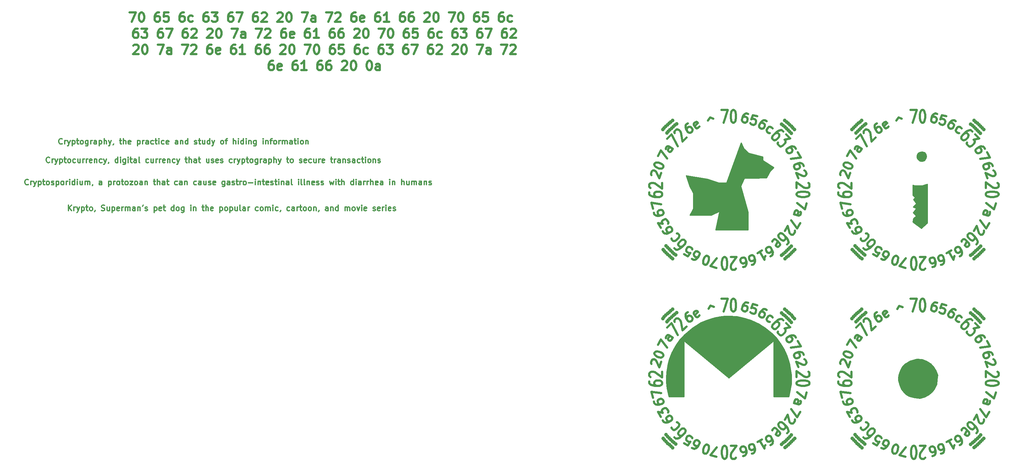
<source format=gts>
G04 #@! TF.FileFunction,Soldermask,Top*
%FSLAX46Y46*%
G04 Gerber Fmt 4.6, Leading zero omitted, Abs format (unit mm)*
G04 Created by KiCad (PCBNEW 4.0.6+dfsg1-1) date Mon Jul  2 21:37:23 2018*
%MOMM*%
%LPD*%
G01*
G04 APERTURE LIST*
%ADD10C,0.100000*%
%ADD11C,0.600000*%
%ADD12C,0.300000*%
%ADD13C,1.000000*%
%ADD14C,0.254000*%
G04 APERTURE END LIST*
D10*
D11*
X53483333Y-121714285D02*
X53483333Y-122190476D01*
X53650000Y-122428571D01*
X53816667Y-122547619D01*
X54316667Y-122785714D01*
X54983333Y-122904762D01*
X56316667Y-122904762D01*
X56650000Y-122785714D01*
X56816667Y-122666666D01*
X56983333Y-122428571D01*
X56983333Y-121952381D01*
X56816667Y-121714285D01*
X56650000Y-121595238D01*
X56316667Y-121476190D01*
X55483333Y-121476190D01*
X55150000Y-121595238D01*
X54983333Y-121714285D01*
X54816667Y-121952381D01*
X54816667Y-122428571D01*
X54983333Y-122666666D01*
X55150000Y-122785714D01*
X55483333Y-122904762D01*
X53816667Y-120523810D02*
X53650000Y-120404762D01*
X53483333Y-120166667D01*
X53483333Y-119571429D01*
X53650000Y-119333333D01*
X53816667Y-119214286D01*
X54150000Y-119095238D01*
X54483333Y-119095238D01*
X54983333Y-119214286D01*
X56983333Y-120642857D01*
X56983333Y-119095238D01*
X57171512Y-132203113D02*
X57409608Y-132615506D01*
X57631754Y-132762179D01*
X57794376Y-132805753D01*
X58222718Y-132833379D01*
X58694635Y-132698382D01*
X59519422Y-132222191D01*
X59666094Y-132000045D01*
X59709668Y-131837423D01*
X59693719Y-131571703D01*
X59455624Y-131159310D01*
X59233478Y-131012636D01*
X59070856Y-130969063D01*
X58805136Y-130985012D01*
X58289644Y-131282631D01*
X58142972Y-131504777D01*
X58099397Y-131667398D01*
X58115346Y-131933120D01*
X58353441Y-132345512D01*
X58575587Y-132492185D01*
X58738210Y-132535759D01*
X59003930Y-132519810D01*
X56635798Y-131275229D02*
X55861989Y-129934952D01*
X57103441Y-130180449D01*
X56924870Y-129871155D01*
X56908921Y-129605434D01*
X56952496Y-129442812D01*
X57099168Y-129220666D01*
X57614660Y-128923047D01*
X57880380Y-128907098D01*
X58043002Y-128950672D01*
X58265148Y-129097345D01*
X58622290Y-129715934D01*
X58638240Y-129981655D01*
X58594665Y-130144277D01*
X54085786Y-117003082D02*
X54014634Y-116850497D01*
X53984199Y-116586044D01*
X54187782Y-116026703D01*
X54381084Y-115843683D01*
X54533669Y-115772532D01*
X54798122Y-115742097D01*
X55021858Y-115823530D01*
X55316746Y-116057549D01*
X56170564Y-117888567D01*
X56699881Y-116434281D01*
X54879966Y-114124944D02*
X54961399Y-113901208D01*
X55154701Y-113718189D01*
X55307286Y-113647037D01*
X55571739Y-113616603D01*
X56059928Y-113667601D01*
X56619269Y-113871184D01*
X57026025Y-114145920D01*
X57209045Y-114339220D01*
X57280197Y-114491806D01*
X57310631Y-114756258D01*
X57229198Y-114979994D01*
X57035896Y-115163015D01*
X56883311Y-115234166D01*
X56618858Y-115264601D01*
X56130668Y-115213603D01*
X55571328Y-115010019D01*
X55164572Y-114735284D01*
X54981553Y-114541982D01*
X54910401Y-114389398D01*
X54879966Y-114124944D01*
X54762472Y-127144282D02*
X54885719Y-127604247D01*
X55062334Y-127803417D01*
X55208138Y-127887597D01*
X55614734Y-128025144D01*
X56105511Y-128016888D01*
X57025440Y-127770394D01*
X57224610Y-127593779D01*
X57308790Y-127447975D01*
X57362157Y-127187182D01*
X57238910Y-126727217D01*
X57062296Y-126528046D01*
X56916493Y-126443867D01*
X56655699Y-126390499D01*
X56080743Y-126544558D01*
X55881573Y-126721173D01*
X55797393Y-126866976D01*
X55744025Y-127127771D01*
X55867272Y-127587735D01*
X56043887Y-127786905D01*
X56189690Y-127871085D01*
X56450484Y-127924453D01*
X54485166Y-126109362D02*
X54053801Y-124499485D01*
X56745921Y-124887359D01*
X72976191Y-99383333D02*
X74642858Y-99383333D01*
X73571429Y-102883333D01*
X76071429Y-99383333D02*
X76309524Y-99383333D01*
X76547619Y-99550000D01*
X76666667Y-99716667D01*
X76785714Y-100050000D01*
X76904762Y-100716667D01*
X76904762Y-101550000D01*
X76785714Y-102216667D01*
X76666667Y-102550000D01*
X76547619Y-102716667D01*
X76309524Y-102883333D01*
X76071429Y-102883333D01*
X75833333Y-102716667D01*
X75714286Y-102550000D01*
X75595238Y-102216667D01*
X75476190Y-101550000D01*
X75476190Y-100716667D01*
X75595238Y-100050000D01*
X75714286Y-99716667D01*
X75833333Y-99550000D01*
X76071429Y-99383333D01*
X63869725Y-103054409D02*
X63465893Y-103306752D01*
X63327062Y-103533881D01*
X63289190Y-103697926D01*
X63276530Y-104126970D01*
X63427915Y-104593889D01*
X63932600Y-105401554D01*
X64159729Y-105540384D01*
X64323773Y-105578257D01*
X64588775Y-105553043D01*
X64992607Y-105300701D01*
X65131438Y-105073572D01*
X65169310Y-104909528D01*
X65144097Y-104644526D01*
X64828669Y-104139736D01*
X64601540Y-104000905D01*
X64437496Y-103963032D01*
X64172494Y-103988246D01*
X63768662Y-104240588D01*
X63629831Y-104467717D01*
X63591959Y-104631762D01*
X63617172Y-104896763D01*
X67049642Y-103874945D02*
X66910811Y-104102074D01*
X66506978Y-104354417D01*
X66241977Y-104379630D01*
X66014847Y-104240800D01*
X65510162Y-103433135D01*
X65484949Y-103168132D01*
X65623780Y-102941004D01*
X66027613Y-102688661D01*
X66292614Y-102663447D01*
X66519744Y-102802278D01*
X66645915Y-103004194D01*
X65762504Y-103836967D01*
X55832227Y-111816597D02*
X56665561Y-110373221D01*
X58294910Y-112551105D01*
X59842529Y-109870551D02*
X58708448Y-109215789D01*
X58442727Y-109199840D01*
X58220582Y-109346513D01*
X57982487Y-109758906D01*
X57966537Y-110024626D01*
X59739431Y-109811027D02*
X59723481Y-110076748D01*
X59425862Y-110592239D01*
X59203716Y-110738912D01*
X58937996Y-110722963D01*
X58731799Y-110603915D01*
X58585127Y-110381769D01*
X58601076Y-110116049D01*
X58898695Y-109600557D01*
X58914645Y-109334837D01*
X58313663Y-107175761D02*
X59492174Y-105997249D01*
X61209433Y-109229738D01*
X60317132Y-105643697D02*
X60283460Y-105441666D01*
X60333967Y-105155456D01*
X60754864Y-104734560D01*
X61041075Y-104684052D01*
X61243105Y-104717724D01*
X61562987Y-104869246D01*
X61798689Y-105104948D01*
X62068062Y-105542681D01*
X62472124Y-107967047D01*
X63566456Y-106872715D01*
X69465150Y-102060191D02*
X69985666Y-101262637D01*
X70897063Y-101539017D01*
X65034065Y-139642773D02*
X65446458Y-139880868D01*
X65712179Y-139896817D01*
X65874801Y-139853243D01*
X66259569Y-139662996D01*
X66600763Y-139310127D01*
X67076953Y-138485340D01*
X67092902Y-138219620D01*
X67049328Y-138056998D01*
X66902655Y-137834852D01*
X66490262Y-137596757D01*
X66224541Y-137580807D01*
X66061920Y-137624382D01*
X65839774Y-137771054D01*
X65542155Y-138286546D01*
X65526206Y-138552266D01*
X65569779Y-138714888D01*
X65716453Y-138937035D01*
X66128845Y-139175130D01*
X66394566Y-139191079D01*
X66557188Y-139147504D01*
X66779334Y-139000832D01*
X62869002Y-138392773D02*
X63899985Y-138988011D01*
X64598322Y-138016552D01*
X64435699Y-138060127D01*
X64169979Y-138044178D01*
X63654488Y-137746559D01*
X63507815Y-137524412D01*
X63464241Y-137361790D01*
X63480190Y-137096070D01*
X63777809Y-136580578D01*
X63999955Y-136433906D01*
X64162577Y-136390331D01*
X64428297Y-136406281D01*
X64943788Y-136703900D01*
X65090461Y-136926046D01*
X65134036Y-137088668D01*
X76904762Y-142283333D02*
X76785714Y-142450000D01*
X76547619Y-142616667D01*
X75952381Y-142616667D01*
X75714285Y-142450000D01*
X75595238Y-142283333D01*
X75476190Y-141950000D01*
X75476190Y-141616667D01*
X75595238Y-141116667D01*
X77023809Y-139116667D01*
X75476190Y-139116667D01*
X73928571Y-142616667D02*
X73690476Y-142616667D01*
X73452381Y-142450000D01*
X73333333Y-142283333D01*
X73214286Y-141950000D01*
X73095238Y-141283333D01*
X73095238Y-140450000D01*
X73214286Y-139783333D01*
X73333333Y-139450000D01*
X73452381Y-139283333D01*
X73690476Y-139116667D01*
X73928571Y-139116667D01*
X74166667Y-139283333D01*
X74285714Y-139450000D01*
X74404762Y-139783333D01*
X74523810Y-140450000D01*
X74523810Y-141283333D01*
X74404762Y-141950000D01*
X74285714Y-142283333D01*
X74166667Y-142450000D01*
X73928571Y-142616667D01*
X86203113Y-138928488D02*
X86615506Y-138690392D01*
X86762179Y-138468246D01*
X86805753Y-138305624D01*
X86833379Y-137877282D01*
X86698382Y-137405365D01*
X86222191Y-136580578D01*
X86000045Y-136433906D01*
X85837423Y-136390332D01*
X85571703Y-136406281D01*
X85159310Y-136644376D01*
X85012636Y-136866522D01*
X84969063Y-137029144D01*
X84985012Y-137294864D01*
X85282631Y-137810356D01*
X85504777Y-137957028D01*
X85667398Y-138000603D01*
X85933120Y-137984654D01*
X86345512Y-137746559D01*
X86492185Y-137524413D01*
X86535759Y-137361790D01*
X86519810Y-137096070D01*
X82684952Y-138072948D02*
X83922131Y-137358662D01*
X83303542Y-137715805D02*
X84553542Y-139880868D01*
X84581166Y-139452526D01*
X84668315Y-139127282D01*
X84814988Y-138905136D01*
X71600514Y-142046199D02*
X69990637Y-141614834D01*
X71672606Y-139477326D01*
X68610743Y-141245093D02*
X68380761Y-141183469D01*
X68181591Y-141006854D01*
X68097411Y-140861051D01*
X68044044Y-140600257D01*
X68052300Y-140109481D01*
X68206359Y-139534525D01*
X68444598Y-139105372D01*
X68621212Y-138906201D01*
X68767015Y-138822022D01*
X69027809Y-138768655D01*
X69257791Y-138830278D01*
X69456962Y-139006892D01*
X69541141Y-139152696D01*
X69594509Y-139413490D01*
X69586253Y-139904267D01*
X69432194Y-140479222D01*
X69193956Y-140908375D01*
X69017341Y-141107545D01*
X68871538Y-141191725D01*
X68610743Y-141245093D01*
X60265608Y-136776184D02*
X60602326Y-137112902D01*
X60888536Y-137163409D01*
X61090567Y-137129738D01*
X61612479Y-136944543D01*
X62168062Y-136557319D01*
X63110872Y-135614509D01*
X63262394Y-135294627D01*
X63296066Y-135092596D01*
X63245558Y-134806387D01*
X62908841Y-134469670D01*
X62622631Y-134419161D01*
X62420601Y-134452834D01*
X62100719Y-134604356D01*
X61511463Y-135193612D01*
X61359940Y-135513494D01*
X61326268Y-135715524D01*
X61376777Y-136001734D01*
X61713494Y-136338451D01*
X61999703Y-136388959D01*
X62201734Y-136355288D01*
X62521616Y-136203765D01*
X60939044Y-132735574D02*
X61225254Y-132786083D01*
X61561971Y-133122800D01*
X61612479Y-133409009D01*
X61578807Y-133611040D01*
X61427285Y-133930922D01*
X60720178Y-134638029D01*
X60400295Y-134789552D01*
X60198265Y-134823223D01*
X59912055Y-134772715D01*
X59575338Y-134435998D01*
X59524830Y-134149788D01*
X81144282Y-141237528D02*
X81604247Y-141114281D01*
X81803417Y-140937666D01*
X81887597Y-140791862D01*
X82025144Y-140385266D01*
X82016888Y-139894489D01*
X81770394Y-138974560D01*
X81593779Y-138775390D01*
X81447975Y-138691210D01*
X81187182Y-138637843D01*
X80727217Y-138761090D01*
X80528046Y-138937704D01*
X80443867Y-139083507D01*
X80390499Y-139344301D01*
X80544558Y-139919257D01*
X80721173Y-140118427D01*
X80866976Y-140202607D01*
X81127771Y-140255975D01*
X81587735Y-140132728D01*
X81786905Y-139956113D01*
X81871085Y-139810310D01*
X81924453Y-139549516D01*
X78844459Y-141853764D02*
X79304424Y-141730517D01*
X79503594Y-141553902D01*
X79587774Y-141408098D01*
X79725321Y-141001502D01*
X79717065Y-140510725D01*
X79470571Y-139590796D01*
X79293956Y-139391625D01*
X79148152Y-139307446D01*
X78887359Y-139254079D01*
X78427394Y-139377326D01*
X78228223Y-139553940D01*
X78144044Y-139699743D01*
X78090676Y-139960537D01*
X78244735Y-140535493D01*
X78421350Y-140734663D01*
X78567153Y-140818843D01*
X78827948Y-140872211D01*
X79287912Y-140748964D01*
X79487082Y-140572349D01*
X79571262Y-140426545D01*
X79624630Y-140165751D01*
X85169034Y-102416751D02*
X84756640Y-102178656D01*
X84490920Y-102162707D01*
X84328297Y-102206281D01*
X83943530Y-102396528D01*
X83602336Y-102749397D01*
X83126145Y-103574184D01*
X83110196Y-103839904D01*
X83153771Y-104002526D01*
X83300444Y-104224672D01*
X83712836Y-104462767D01*
X83978557Y-104478717D01*
X84141179Y-104435142D01*
X84363325Y-104288470D01*
X84660944Y-103772978D01*
X84676893Y-103507258D01*
X84633319Y-103344636D01*
X84486646Y-103122489D01*
X84074253Y-102884394D01*
X83808533Y-102868445D01*
X83645910Y-102912020D01*
X83423764Y-103058692D01*
X86040522Y-105669193D02*
X85774801Y-105653243D01*
X85362409Y-105415148D01*
X85215736Y-105193002D01*
X85172161Y-105030380D01*
X85188110Y-104764660D01*
X85545253Y-104146070D01*
X85767399Y-103999397D01*
X85930022Y-103955823D01*
X86195742Y-103971773D01*
X86608134Y-104209868D01*
X86754808Y-104432013D01*
X95142184Y-114560550D02*
X94979318Y-114113076D01*
X94786016Y-113930057D01*
X94633430Y-113858905D01*
X94216393Y-113757319D01*
X93728203Y-113808318D01*
X92833258Y-114134051D01*
X92650239Y-114327353D01*
X92579087Y-114479938D01*
X92548653Y-114744391D01*
X92711519Y-115191863D01*
X92904820Y-115374884D01*
X93057405Y-115446034D01*
X93321858Y-115476470D01*
X93881199Y-115272886D01*
X94064218Y-115079584D01*
X94135371Y-114927000D01*
X94165805Y-114662546D01*
X94002939Y-114215074D01*
X93809637Y-114032055D01*
X93657052Y-113960903D01*
X93392599Y-113930468D01*
X95325614Y-115760664D02*
X95478199Y-115831816D01*
X95671501Y-116014835D01*
X95875084Y-116574176D01*
X95844649Y-116838630D01*
X95773497Y-116991214D01*
X95590478Y-117184516D01*
X95366742Y-117265949D01*
X94990421Y-117276231D01*
X93159403Y-116422413D01*
X93688720Y-117876699D01*
X80164389Y-100492731D02*
X79704424Y-100369483D01*
X79443630Y-100422851D01*
X79297827Y-100507031D01*
X78975409Y-100790380D01*
X78737171Y-101219533D01*
X78490676Y-102139463D01*
X78544044Y-102400257D01*
X78628224Y-102546060D01*
X78827394Y-102722674D01*
X79287359Y-102845921D01*
X79548153Y-102792555D01*
X79693956Y-102708375D01*
X79870571Y-102509204D01*
X80024630Y-101934249D01*
X79971262Y-101673455D01*
X79887083Y-101527652D01*
X79687912Y-101351036D01*
X79227948Y-101227789D01*
X78967154Y-101281157D01*
X78821350Y-101365337D01*
X78644735Y-101564507D01*
X82579203Y-101139778D02*
X81429291Y-100831660D01*
X81006182Y-101950761D01*
X81151985Y-101866581D01*
X81412779Y-101813213D01*
X81987735Y-101967272D01*
X82186906Y-102143887D01*
X82271085Y-102289690D01*
X82324453Y-102550484D01*
X82170394Y-103125440D01*
X81993779Y-103324610D01*
X81847976Y-103408790D01*
X81587182Y-103462157D01*
X81012226Y-103308098D01*
X80813055Y-103131484D01*
X80728876Y-102985681D01*
X89650212Y-105239636D02*
X89313495Y-104902918D01*
X89027285Y-104852411D01*
X88825254Y-104886083D01*
X88303342Y-105071277D01*
X87747758Y-105458502D01*
X86804948Y-106401311D01*
X86653426Y-106721193D01*
X86619754Y-106923224D01*
X86670262Y-107209433D01*
X87006979Y-107546150D01*
X87293189Y-107596659D01*
X87495220Y-107562987D01*
X87815101Y-107411464D01*
X88404357Y-106822208D01*
X88555880Y-106502326D01*
X88589552Y-106300296D01*
X88539044Y-106014086D01*
X88202326Y-105677369D01*
X87916117Y-105626861D01*
X87714086Y-105660533D01*
X87394205Y-105812055D01*
X90407826Y-105997250D02*
X91502158Y-107091582D01*
X89970093Y-107445136D01*
X90222631Y-107697674D01*
X90273140Y-107983883D01*
X90239467Y-108185914D01*
X90087945Y-108505795D01*
X89498689Y-109095052D01*
X89178807Y-109246574D01*
X88976777Y-109280246D01*
X88690567Y-109229738D01*
X88185491Y-108724662D01*
X88134982Y-108438452D01*
X88168655Y-108236422D01*
X93028488Y-109896887D02*
X92790392Y-109484494D01*
X92568246Y-109337821D01*
X92405624Y-109294247D01*
X91977282Y-109266621D01*
X91505365Y-109401618D01*
X90680578Y-109877809D01*
X90533906Y-110099955D01*
X90490332Y-110262577D01*
X90506281Y-110528297D01*
X90744376Y-110940690D01*
X90966522Y-111087364D01*
X91129144Y-111130937D01*
X91394864Y-111114988D01*
X91910356Y-110817369D01*
X92057028Y-110595223D01*
X92100603Y-110432602D01*
X92084654Y-110166880D01*
X91846559Y-109754488D01*
X91624413Y-109607815D01*
X91461790Y-109564241D01*
X91196070Y-109580190D01*
X93564202Y-110824771D02*
X94397535Y-112268147D01*
X91696757Y-112590262D01*
X137203113Y-138928488D02*
X137615506Y-138690392D01*
X137762179Y-138468246D01*
X137805753Y-138305624D01*
X137833379Y-137877282D01*
X137698382Y-137405365D01*
X137222191Y-136580578D01*
X137000045Y-136433906D01*
X136837423Y-136390332D01*
X136571703Y-136406281D01*
X136159310Y-136644376D01*
X136012636Y-136866522D01*
X135969063Y-137029144D01*
X135985012Y-137294864D01*
X136282631Y-137810356D01*
X136504777Y-137957028D01*
X136667398Y-138000603D01*
X136933120Y-137984654D01*
X137345512Y-137746559D01*
X137492185Y-137524413D01*
X137535759Y-137361790D01*
X137519810Y-137096070D01*
X133684952Y-138072948D02*
X134922131Y-137358662D01*
X134303542Y-137715805D02*
X135553542Y-139880868D01*
X135581166Y-139452526D01*
X135668315Y-139127282D01*
X135814988Y-138905136D01*
X146930793Y-124656982D02*
X146499428Y-126266859D01*
X144361920Y-124584890D01*
X143560813Y-127574661D02*
X144825715Y-127913590D01*
X145086510Y-127860222D01*
X145263124Y-127661052D01*
X145386372Y-127201087D01*
X145333005Y-126940293D01*
X143675804Y-127605472D02*
X143622437Y-127344677D01*
X143776496Y-126769722D01*
X143953110Y-126570551D01*
X144213904Y-126517183D01*
X144443887Y-126578807D01*
X144643057Y-126755422D01*
X144696425Y-127016216D01*
X144542366Y-127591172D01*
X144595733Y-127851967D01*
X145197535Y-129931854D02*
X144364201Y-131375230D01*
X142734852Y-129197345D01*
X143741338Y-131977869D02*
X143784913Y-132140491D01*
X143768964Y-132406212D01*
X143471345Y-132921703D01*
X143249198Y-133068376D01*
X143086576Y-133111950D01*
X142820856Y-133096001D01*
X142614660Y-132976953D01*
X142364889Y-132695283D01*
X141841995Y-130743819D01*
X141068186Y-132084096D01*
X147383333Y-119095238D02*
X147550000Y-119214286D01*
X147716667Y-119452381D01*
X147716667Y-120047619D01*
X147550000Y-120285715D01*
X147383333Y-120404762D01*
X147050000Y-120523810D01*
X146716667Y-120523810D01*
X146216667Y-120404762D01*
X144216667Y-118976191D01*
X144216667Y-120523810D01*
X147716667Y-122071429D02*
X147716667Y-122309524D01*
X147550000Y-122547619D01*
X147383333Y-122666667D01*
X147050000Y-122785714D01*
X146383333Y-122904762D01*
X145550000Y-122904762D01*
X144883333Y-122785714D01*
X144550000Y-122666667D01*
X144383333Y-122547619D01*
X144216667Y-122309524D01*
X144216667Y-122071429D01*
X144383333Y-121833333D01*
X144550000Y-121714286D01*
X144883333Y-121595238D01*
X145550000Y-121476190D01*
X146383333Y-121476190D01*
X147050000Y-121595238D01*
X147383333Y-121714286D01*
X147550000Y-121833333D01*
X147716667Y-122071429D01*
X141676184Y-135734392D02*
X142012902Y-135397674D01*
X142063409Y-135111464D01*
X142029738Y-134909433D01*
X141844543Y-134387521D01*
X141457319Y-133831938D01*
X140514509Y-132889128D01*
X140194627Y-132737606D01*
X139992596Y-132703934D01*
X139706387Y-132754442D01*
X139369670Y-133091159D01*
X139319161Y-133377369D01*
X139352834Y-133579399D01*
X139504356Y-133899281D01*
X140093612Y-134488537D01*
X140413494Y-134640060D01*
X140615524Y-134673732D01*
X140901734Y-134623223D01*
X141238451Y-134286506D01*
X141288959Y-134000297D01*
X141255288Y-133798266D01*
X141103765Y-133478384D01*
X137719754Y-134976777D02*
X137770262Y-134690567D01*
X138106979Y-134353850D01*
X138393189Y-134303342D01*
X138713071Y-134454865D01*
X139655880Y-135397674D01*
X139807402Y-135717555D01*
X139756895Y-136003765D01*
X139420177Y-136340483D01*
X139133967Y-136390990D01*
X138814086Y-136239468D01*
X138578383Y-136003766D01*
X139184475Y-134926269D01*
X146142184Y-114560550D02*
X145979318Y-114113076D01*
X145786016Y-113930057D01*
X145633430Y-113858905D01*
X145216393Y-113757319D01*
X144728203Y-113808318D01*
X143833258Y-114134051D01*
X143650239Y-114327353D01*
X143579087Y-114479938D01*
X143548653Y-114744391D01*
X143711519Y-115191863D01*
X143904820Y-115374884D01*
X144057405Y-115446034D01*
X144321858Y-115476470D01*
X144881199Y-115272886D01*
X145064218Y-115079584D01*
X145135371Y-114927000D01*
X145165805Y-114662546D01*
X145002939Y-114215074D01*
X144809637Y-114032055D01*
X144657052Y-113960903D01*
X144392599Y-113930468D01*
X146325614Y-115760664D02*
X146478199Y-115831816D01*
X146671501Y-116014835D01*
X146875084Y-116574176D01*
X146844649Y-116838630D01*
X146773497Y-116991214D01*
X146590478Y-117184516D01*
X146366742Y-117265949D01*
X145990421Y-117276231D01*
X144159403Y-116422413D01*
X144688720Y-117876699D01*
X131164389Y-100492731D02*
X130704424Y-100369483D01*
X130443630Y-100422851D01*
X130297827Y-100507031D01*
X129975409Y-100790380D01*
X129737171Y-101219533D01*
X129490676Y-102139463D01*
X129544044Y-102400257D01*
X129628224Y-102546060D01*
X129827394Y-102722674D01*
X130287359Y-102845921D01*
X130548153Y-102792555D01*
X130693956Y-102708375D01*
X130870571Y-102509204D01*
X131024630Y-101934249D01*
X130971262Y-101673455D01*
X130887083Y-101527652D01*
X130687912Y-101351036D01*
X130227948Y-101227789D01*
X129967154Y-101281157D01*
X129821350Y-101365337D01*
X129644735Y-101564507D01*
X133579203Y-101139778D02*
X132429291Y-100831660D01*
X132006182Y-101950761D01*
X132151985Y-101866581D01*
X132412779Y-101813213D01*
X132987735Y-101967272D01*
X133186906Y-102143887D01*
X133271085Y-102289690D01*
X133324453Y-102550484D01*
X133170394Y-103125440D01*
X132993779Y-103324610D01*
X132847976Y-103408790D01*
X132587182Y-103462157D01*
X132012226Y-103308098D01*
X131813055Y-103131484D01*
X131728876Y-102985681D01*
X140650212Y-105239636D02*
X140313495Y-104902918D01*
X140027285Y-104852411D01*
X139825254Y-104886083D01*
X139303342Y-105071277D01*
X138747758Y-105458502D01*
X137804948Y-106401311D01*
X137653426Y-106721193D01*
X137619754Y-106923224D01*
X137670262Y-107209433D01*
X138006979Y-107546150D01*
X138293189Y-107596659D01*
X138495220Y-107562987D01*
X138815101Y-107411464D01*
X139404357Y-106822208D01*
X139555880Y-106502326D01*
X139589552Y-106300296D01*
X139539044Y-106014086D01*
X139202326Y-105677369D01*
X138916117Y-105626861D01*
X138714086Y-105660533D01*
X138394205Y-105812055D01*
X141407826Y-105997250D02*
X142502158Y-107091582D01*
X140970093Y-107445136D01*
X141222631Y-107697674D01*
X141273140Y-107983883D01*
X141239467Y-108185914D01*
X141087945Y-108505795D01*
X140498689Y-109095052D01*
X140178807Y-109246574D01*
X139976777Y-109280246D01*
X139690567Y-109229738D01*
X139185491Y-108724662D01*
X139134982Y-108438452D01*
X139168655Y-108236422D01*
X144028488Y-109896887D02*
X143790392Y-109484494D01*
X143568246Y-109337821D01*
X143405624Y-109294247D01*
X142977282Y-109266621D01*
X142505365Y-109401618D01*
X141680578Y-109877809D01*
X141533906Y-110099955D01*
X141490332Y-110262577D01*
X141506281Y-110528297D01*
X141744376Y-110940690D01*
X141966522Y-111087364D01*
X142129144Y-111130937D01*
X142394864Y-111114988D01*
X142910356Y-110817369D01*
X143057028Y-110595223D01*
X143100603Y-110432602D01*
X143084654Y-110166880D01*
X142846559Y-109754488D01*
X142624413Y-109607815D01*
X142461790Y-109564241D01*
X142196070Y-109580190D01*
X144564202Y-110824771D02*
X145397535Y-112268147D01*
X142696757Y-112590262D01*
X136169034Y-102416751D02*
X135756640Y-102178656D01*
X135490920Y-102162707D01*
X135328297Y-102206281D01*
X134943530Y-102396528D01*
X134602336Y-102749397D01*
X134126145Y-103574184D01*
X134110196Y-103839904D01*
X134153771Y-104002526D01*
X134300444Y-104224672D01*
X134712836Y-104462767D01*
X134978557Y-104478717D01*
X135141179Y-104435142D01*
X135363325Y-104288470D01*
X135660944Y-103772978D01*
X135676893Y-103507258D01*
X135633319Y-103344636D01*
X135486646Y-103122489D01*
X135074253Y-102884394D01*
X134808533Y-102868445D01*
X134645910Y-102912020D01*
X134423764Y-103058692D01*
X137040522Y-105669193D02*
X136774801Y-105653243D01*
X136362409Y-105415148D01*
X136215736Y-105193002D01*
X136172161Y-105030380D01*
X136188110Y-104764660D01*
X136545253Y-104146070D01*
X136767399Y-103999397D01*
X136930022Y-103955823D01*
X137195742Y-103971773D01*
X137608134Y-104209868D01*
X137754808Y-104432013D01*
X105762472Y-127144282D02*
X105885719Y-127604247D01*
X106062334Y-127803417D01*
X106208138Y-127887597D01*
X106614734Y-128025144D01*
X107105511Y-128016888D01*
X108025440Y-127770394D01*
X108224610Y-127593779D01*
X108308790Y-127447975D01*
X108362157Y-127187182D01*
X108238910Y-126727217D01*
X108062296Y-126528046D01*
X107916493Y-126443867D01*
X107655699Y-126390499D01*
X107080743Y-126544558D01*
X106881573Y-126721173D01*
X106797393Y-126866976D01*
X106744025Y-127127771D01*
X106867272Y-127587735D01*
X107043887Y-127786905D01*
X107189690Y-127871085D01*
X107450484Y-127924453D01*
X105485166Y-126109362D02*
X105053801Y-124499485D01*
X107745921Y-124887359D01*
X108171512Y-132203113D02*
X108409608Y-132615506D01*
X108631754Y-132762179D01*
X108794376Y-132805753D01*
X109222718Y-132833379D01*
X109694635Y-132698382D01*
X110519422Y-132222191D01*
X110666094Y-132000045D01*
X110709668Y-131837423D01*
X110693719Y-131571703D01*
X110455624Y-131159310D01*
X110233478Y-131012636D01*
X110070856Y-130969063D01*
X109805136Y-130985012D01*
X109289644Y-131282631D01*
X109142972Y-131504777D01*
X109099397Y-131667398D01*
X109115346Y-131933120D01*
X109353441Y-132345512D01*
X109575587Y-132492185D01*
X109738210Y-132535759D01*
X110003930Y-132519810D01*
X107635798Y-131275229D02*
X106861989Y-129934952D01*
X108103441Y-130180449D01*
X107924870Y-129871155D01*
X107908921Y-129605434D01*
X107952496Y-129442812D01*
X108099168Y-129220666D01*
X108614660Y-128923047D01*
X108880380Y-128907098D01*
X109043002Y-128950672D01*
X109265148Y-129097345D01*
X109622290Y-129715934D01*
X109638240Y-129981655D01*
X109594665Y-130144277D01*
X111265608Y-136776184D02*
X111602326Y-137112902D01*
X111888536Y-137163409D01*
X112090567Y-137129738D01*
X112612479Y-136944543D01*
X113168062Y-136557319D01*
X114110872Y-135614509D01*
X114262394Y-135294627D01*
X114296066Y-135092596D01*
X114245558Y-134806387D01*
X113908841Y-134469670D01*
X113622631Y-134419161D01*
X113420601Y-134452834D01*
X113100719Y-134604356D01*
X112511463Y-135193612D01*
X112359940Y-135513494D01*
X112326268Y-135715524D01*
X112376777Y-136001734D01*
X112713494Y-136338451D01*
X112999703Y-136388959D01*
X113201734Y-136355288D01*
X113521616Y-136203765D01*
X111939044Y-132735574D02*
X112225254Y-132786083D01*
X112561971Y-133122800D01*
X112612479Y-133409009D01*
X112578807Y-133611040D01*
X112427285Y-133930922D01*
X111720178Y-134638029D01*
X111400295Y-134789552D01*
X111198265Y-134823223D01*
X110912055Y-134772715D01*
X110575338Y-134435998D01*
X110524830Y-134149788D01*
X104483333Y-121714285D02*
X104483333Y-122190476D01*
X104650000Y-122428571D01*
X104816667Y-122547619D01*
X105316667Y-122785714D01*
X105983333Y-122904762D01*
X107316667Y-122904762D01*
X107650000Y-122785714D01*
X107816667Y-122666666D01*
X107983333Y-122428571D01*
X107983333Y-121952381D01*
X107816667Y-121714285D01*
X107650000Y-121595238D01*
X107316667Y-121476190D01*
X106483333Y-121476190D01*
X106150000Y-121595238D01*
X105983333Y-121714285D01*
X105816667Y-121952381D01*
X105816667Y-122428571D01*
X105983333Y-122666666D01*
X106150000Y-122785714D01*
X106483333Y-122904762D01*
X104816667Y-120523810D02*
X104650000Y-120404762D01*
X104483333Y-120166667D01*
X104483333Y-119571429D01*
X104650000Y-119333333D01*
X104816667Y-119214286D01*
X105150000Y-119095238D01*
X105483333Y-119095238D01*
X105983333Y-119214286D01*
X107983333Y-120642857D01*
X107983333Y-119095238D01*
X95930793Y-124656982D02*
X95499428Y-126266859D01*
X93361920Y-124584890D01*
X92560813Y-127574661D02*
X93825715Y-127913590D01*
X94086510Y-127860222D01*
X94263124Y-127661052D01*
X94386372Y-127201087D01*
X94333005Y-126940293D01*
X92675804Y-127605472D02*
X92622437Y-127344677D01*
X92776496Y-126769722D01*
X92953110Y-126570551D01*
X93213904Y-126517183D01*
X93443887Y-126578807D01*
X93643057Y-126755422D01*
X93696425Y-127016216D01*
X93542366Y-127591172D01*
X93595733Y-127851967D01*
X94197535Y-129931854D02*
X93364201Y-131375230D01*
X91734852Y-129197345D01*
X92741338Y-131977869D02*
X92784913Y-132140491D01*
X92768964Y-132406212D01*
X92471345Y-132921703D01*
X92249198Y-133068376D01*
X92086576Y-133111950D01*
X91820856Y-133096001D01*
X91614660Y-132976953D01*
X91364889Y-132695283D01*
X90841995Y-130743819D01*
X90068186Y-132084096D01*
X96383333Y-119095238D02*
X96550000Y-119214286D01*
X96716667Y-119452381D01*
X96716667Y-120047619D01*
X96550000Y-120285715D01*
X96383333Y-120404762D01*
X96050000Y-120523810D01*
X95716667Y-120523810D01*
X95216667Y-120404762D01*
X93216667Y-118976191D01*
X93216667Y-120523810D01*
X96716667Y-122071429D02*
X96716667Y-122309524D01*
X96550000Y-122547619D01*
X96383333Y-122666667D01*
X96050000Y-122785714D01*
X95383333Y-122904762D01*
X94550000Y-122904762D01*
X93883333Y-122785714D01*
X93550000Y-122666667D01*
X93383333Y-122547619D01*
X93216667Y-122309524D01*
X93216667Y-122071429D01*
X93383333Y-121833333D01*
X93550000Y-121714286D01*
X93883333Y-121595238D01*
X94550000Y-121476190D01*
X95383333Y-121476190D01*
X96050000Y-121595238D01*
X96383333Y-121714286D01*
X96550000Y-121833333D01*
X96716667Y-122071429D01*
X90676184Y-135734392D02*
X91012902Y-135397674D01*
X91063409Y-135111464D01*
X91029738Y-134909433D01*
X90844543Y-134387521D01*
X90457319Y-133831938D01*
X89514509Y-132889128D01*
X89194627Y-132737606D01*
X88992596Y-132703934D01*
X88706387Y-132754442D01*
X88369670Y-133091159D01*
X88319161Y-133377369D01*
X88352834Y-133579399D01*
X88504356Y-133899281D01*
X89093612Y-134488537D01*
X89413494Y-134640060D01*
X89615524Y-134673732D01*
X89901734Y-134623223D01*
X90238451Y-134286506D01*
X90288959Y-134000297D01*
X90255288Y-133798266D01*
X90103765Y-133478384D01*
X86719754Y-134976777D02*
X86770262Y-134690567D01*
X87106979Y-134353850D01*
X87393189Y-134303342D01*
X87713071Y-134454865D01*
X88655880Y-135397674D01*
X88807402Y-135717555D01*
X88756895Y-136003765D01*
X88420177Y-136340483D01*
X88133967Y-136390990D01*
X87814086Y-136239468D01*
X87578383Y-136003766D01*
X88184475Y-134926269D01*
X109313663Y-107175761D02*
X110492174Y-105997249D01*
X112209433Y-109229738D01*
X111317132Y-105643697D02*
X111283460Y-105441666D01*
X111333967Y-105155456D01*
X111754864Y-104734560D01*
X112041075Y-104684052D01*
X112243105Y-104717724D01*
X112562987Y-104869246D01*
X112798689Y-105104948D01*
X113068062Y-105542681D01*
X113472124Y-107967047D01*
X114566456Y-106872715D01*
X120365150Y-102160191D02*
X120885666Y-101362637D01*
X121797063Y-101639017D01*
X106832227Y-111816597D02*
X107665561Y-110373221D01*
X109294910Y-112551105D01*
X110842529Y-109870551D02*
X109708448Y-109215789D01*
X109442727Y-109199840D01*
X109220582Y-109346513D01*
X108982487Y-109758906D01*
X108966537Y-110024626D01*
X110739431Y-109811027D02*
X110723481Y-110076748D01*
X110425862Y-110592239D01*
X110203716Y-110738912D01*
X109937996Y-110722963D01*
X109731799Y-110603915D01*
X109585127Y-110381769D01*
X109601076Y-110116049D01*
X109898695Y-109600557D01*
X109914645Y-109334837D01*
X123976191Y-99383333D02*
X125642858Y-99383333D01*
X124571429Y-102883333D01*
X127071429Y-99383333D02*
X127309524Y-99383333D01*
X127547619Y-99550000D01*
X127666667Y-99716667D01*
X127785714Y-100050000D01*
X127904762Y-100716667D01*
X127904762Y-101550000D01*
X127785714Y-102216667D01*
X127666667Y-102550000D01*
X127547619Y-102716667D01*
X127309524Y-102883333D01*
X127071429Y-102883333D01*
X126833333Y-102716667D01*
X126714286Y-102550000D01*
X126595238Y-102216667D01*
X126476190Y-101550000D01*
X126476190Y-100716667D01*
X126595238Y-100050000D01*
X126714286Y-99716667D01*
X126833333Y-99550000D01*
X127071429Y-99383333D01*
X105085786Y-117003082D02*
X105014634Y-116850497D01*
X104984199Y-116586044D01*
X105187782Y-116026703D01*
X105381084Y-115843683D01*
X105533669Y-115772532D01*
X105798122Y-115742097D01*
X106021858Y-115823530D01*
X106316746Y-116057549D01*
X107170564Y-117888567D01*
X107699881Y-116434281D01*
X105879966Y-114124944D02*
X105961399Y-113901208D01*
X106154701Y-113718189D01*
X106307286Y-113647037D01*
X106571739Y-113616603D01*
X107059928Y-113667601D01*
X107619269Y-113871184D01*
X108026025Y-114145920D01*
X108209045Y-114339220D01*
X108280197Y-114491806D01*
X108310631Y-114756258D01*
X108229198Y-114979994D01*
X108035896Y-115163015D01*
X107883311Y-115234166D01*
X107618858Y-115264601D01*
X107130668Y-115213603D01*
X106571328Y-115010019D01*
X106164572Y-114735284D01*
X105981553Y-114541982D01*
X105910401Y-114389398D01*
X105879966Y-114124944D01*
X114869725Y-103054409D02*
X114465893Y-103306752D01*
X114327062Y-103533881D01*
X114289190Y-103697926D01*
X114276530Y-104126970D01*
X114427915Y-104593889D01*
X114932600Y-105401554D01*
X115159729Y-105540384D01*
X115323773Y-105578257D01*
X115588775Y-105553043D01*
X115992607Y-105300701D01*
X116131438Y-105073572D01*
X116169310Y-104909528D01*
X116144097Y-104644526D01*
X115828669Y-104139736D01*
X115601540Y-104000905D01*
X115437496Y-103963032D01*
X115172494Y-103988246D01*
X114768662Y-104240588D01*
X114629831Y-104467717D01*
X114591959Y-104631762D01*
X114617172Y-104896763D01*
X118049642Y-103874945D02*
X117910811Y-104102074D01*
X117506978Y-104354417D01*
X117241977Y-104379630D01*
X117014847Y-104240800D01*
X116510162Y-103433135D01*
X116484949Y-103168132D01*
X116623780Y-102941004D01*
X117027613Y-102688661D01*
X117292614Y-102663447D01*
X117519744Y-102802278D01*
X117645915Y-103004194D01*
X116762504Y-103836967D01*
X132144282Y-141237528D02*
X132604247Y-141114281D01*
X132803417Y-140937666D01*
X132887597Y-140791862D01*
X133025144Y-140385266D01*
X133016888Y-139894489D01*
X132770394Y-138974560D01*
X132593779Y-138775390D01*
X132447975Y-138691210D01*
X132187182Y-138637843D01*
X131727217Y-138761090D01*
X131528046Y-138937704D01*
X131443867Y-139083507D01*
X131390499Y-139344301D01*
X131544558Y-139919257D01*
X131721173Y-140118427D01*
X131866976Y-140202607D01*
X132127771Y-140255975D01*
X132587735Y-140132728D01*
X132786905Y-139956113D01*
X132871085Y-139810310D01*
X132924453Y-139549516D01*
X129844459Y-141853764D02*
X130304424Y-141730517D01*
X130503594Y-141553902D01*
X130587774Y-141408098D01*
X130725321Y-141001502D01*
X130717065Y-140510725D01*
X130470571Y-139590796D01*
X130293956Y-139391625D01*
X130148152Y-139307446D01*
X129887359Y-139254079D01*
X129427394Y-139377326D01*
X129228223Y-139553940D01*
X129144044Y-139699743D01*
X129090676Y-139960537D01*
X129244735Y-140535493D01*
X129421350Y-140734663D01*
X129567153Y-140818843D01*
X129827948Y-140872211D01*
X130287912Y-140748964D01*
X130487082Y-140572349D01*
X130571262Y-140426545D01*
X130624630Y-140165751D01*
X122600514Y-142046199D02*
X120990637Y-141614834D01*
X122672606Y-139477326D01*
X119610743Y-141245093D02*
X119380761Y-141183469D01*
X119181591Y-141006854D01*
X119097411Y-140861051D01*
X119044044Y-140600257D01*
X119052300Y-140109481D01*
X119206359Y-139534525D01*
X119444598Y-139105372D01*
X119621212Y-138906201D01*
X119767015Y-138822022D01*
X120027809Y-138768655D01*
X120257791Y-138830278D01*
X120456962Y-139006892D01*
X120541141Y-139152696D01*
X120594509Y-139413490D01*
X120586253Y-139904267D01*
X120432194Y-140479222D01*
X120193956Y-140908375D01*
X120017341Y-141107545D01*
X119871538Y-141191725D01*
X119610743Y-141245093D01*
X116034065Y-139642773D02*
X116446458Y-139880868D01*
X116712179Y-139896817D01*
X116874801Y-139853243D01*
X117259569Y-139662996D01*
X117600763Y-139310127D01*
X118076953Y-138485340D01*
X118092902Y-138219620D01*
X118049328Y-138056998D01*
X117902655Y-137834852D01*
X117490262Y-137596757D01*
X117224541Y-137580807D01*
X117061920Y-137624382D01*
X116839774Y-137771054D01*
X116542155Y-138286546D01*
X116526206Y-138552266D01*
X116569779Y-138714888D01*
X116716453Y-138937035D01*
X117128845Y-139175130D01*
X117394566Y-139191079D01*
X117557188Y-139147504D01*
X117779334Y-139000832D01*
X113869002Y-138392773D02*
X114899985Y-138988011D01*
X115598322Y-138016552D01*
X115435699Y-138060127D01*
X115169979Y-138044178D01*
X114654488Y-137746559D01*
X114507815Y-137524412D01*
X114464241Y-137361790D01*
X114480190Y-137096070D01*
X114777809Y-136580578D01*
X114999955Y-136433906D01*
X115162577Y-136390331D01*
X115428297Y-136406281D01*
X115943788Y-136703900D01*
X116090461Y-136926046D01*
X116134036Y-137088668D01*
X127904762Y-142283333D02*
X127785714Y-142450000D01*
X127547619Y-142616667D01*
X126952381Y-142616667D01*
X126714285Y-142450000D01*
X126595238Y-142283333D01*
X126476190Y-141950000D01*
X126476190Y-141616667D01*
X126595238Y-141116667D01*
X128023809Y-139116667D01*
X126476190Y-139116667D01*
X124928571Y-142616667D02*
X124690476Y-142616667D01*
X124452381Y-142450000D01*
X124333333Y-142283333D01*
X124214286Y-141950000D01*
X124095238Y-141283333D01*
X124095238Y-140450000D01*
X124214286Y-139783333D01*
X124333333Y-139450000D01*
X124452381Y-139283333D01*
X124690476Y-139116667D01*
X124928571Y-139116667D01*
X125166667Y-139283333D01*
X125285714Y-139450000D01*
X125404762Y-139783333D01*
X125523810Y-140450000D01*
X125523810Y-141283333D01*
X125404762Y-141950000D01*
X125285714Y-142283333D01*
X125166667Y-142450000D01*
X124928571Y-142616667D01*
D12*
X-103071428Y-75678571D02*
X-103071428Y-74178571D01*
X-102214285Y-75678571D02*
X-102857142Y-74821429D01*
X-102214285Y-74178571D02*
X-103071428Y-75035714D01*
X-101571428Y-75678571D02*
X-101571428Y-74678571D01*
X-101571428Y-74964286D02*
X-101500000Y-74821429D01*
X-101428571Y-74750000D01*
X-101285714Y-74678571D01*
X-101142857Y-74678571D01*
X-100785714Y-74678571D02*
X-100428571Y-75678571D01*
X-100071429Y-74678571D02*
X-100428571Y-75678571D01*
X-100571429Y-76035714D01*
X-100642857Y-76107143D01*
X-100785714Y-76178571D01*
X-99500000Y-74678571D02*
X-99500000Y-76178571D01*
X-99500000Y-74750000D02*
X-99357143Y-74678571D01*
X-99071429Y-74678571D01*
X-98928572Y-74750000D01*
X-98857143Y-74821429D01*
X-98785714Y-74964286D01*
X-98785714Y-75392857D01*
X-98857143Y-75535714D01*
X-98928572Y-75607143D01*
X-99071429Y-75678571D01*
X-99357143Y-75678571D01*
X-99500000Y-75607143D01*
X-98357143Y-74678571D02*
X-97785714Y-74678571D01*
X-98142857Y-74178571D02*
X-98142857Y-75464286D01*
X-98071429Y-75607143D01*
X-97928571Y-75678571D01*
X-97785714Y-75678571D01*
X-97071428Y-75678571D02*
X-97214286Y-75607143D01*
X-97285714Y-75535714D01*
X-97357143Y-75392857D01*
X-97357143Y-74964286D01*
X-97285714Y-74821429D01*
X-97214286Y-74750000D01*
X-97071428Y-74678571D01*
X-96857143Y-74678571D01*
X-96714286Y-74750000D01*
X-96642857Y-74821429D01*
X-96571428Y-74964286D01*
X-96571428Y-75392857D01*
X-96642857Y-75535714D01*
X-96714286Y-75607143D01*
X-96857143Y-75678571D01*
X-97071428Y-75678571D01*
X-95857143Y-75607143D02*
X-95857143Y-75678571D01*
X-95928571Y-75821429D01*
X-96000000Y-75892857D01*
X-94142857Y-75607143D02*
X-93928571Y-75678571D01*
X-93571428Y-75678571D01*
X-93428571Y-75607143D01*
X-93357142Y-75535714D01*
X-93285714Y-75392857D01*
X-93285714Y-75250000D01*
X-93357142Y-75107143D01*
X-93428571Y-75035714D01*
X-93571428Y-74964286D01*
X-93857142Y-74892857D01*
X-94000000Y-74821429D01*
X-94071428Y-74750000D01*
X-94142857Y-74607143D01*
X-94142857Y-74464286D01*
X-94071428Y-74321429D01*
X-94000000Y-74250000D01*
X-93857142Y-74178571D01*
X-93500000Y-74178571D01*
X-93285714Y-74250000D01*
X-92000000Y-74678571D02*
X-92000000Y-75678571D01*
X-92642857Y-74678571D02*
X-92642857Y-75464286D01*
X-92571429Y-75607143D01*
X-92428571Y-75678571D01*
X-92214286Y-75678571D01*
X-92071429Y-75607143D01*
X-92000000Y-75535714D01*
X-91285714Y-74678571D02*
X-91285714Y-76178571D01*
X-91285714Y-74750000D02*
X-91142857Y-74678571D01*
X-90857143Y-74678571D01*
X-90714286Y-74750000D01*
X-90642857Y-74821429D01*
X-90571428Y-74964286D01*
X-90571428Y-75392857D01*
X-90642857Y-75535714D01*
X-90714286Y-75607143D01*
X-90857143Y-75678571D01*
X-91142857Y-75678571D01*
X-91285714Y-75607143D01*
X-89357143Y-75607143D02*
X-89500000Y-75678571D01*
X-89785714Y-75678571D01*
X-89928571Y-75607143D01*
X-90000000Y-75464286D01*
X-90000000Y-74892857D01*
X-89928571Y-74750000D01*
X-89785714Y-74678571D01*
X-89500000Y-74678571D01*
X-89357143Y-74750000D01*
X-89285714Y-74892857D01*
X-89285714Y-75035714D01*
X-90000000Y-75178571D01*
X-88642857Y-75678571D02*
X-88642857Y-74678571D01*
X-88642857Y-74964286D02*
X-88571429Y-74821429D01*
X-88500000Y-74750000D01*
X-88357143Y-74678571D01*
X-88214286Y-74678571D01*
X-87714286Y-75678571D02*
X-87714286Y-74678571D01*
X-87714286Y-74821429D02*
X-87642858Y-74750000D01*
X-87500000Y-74678571D01*
X-87285715Y-74678571D01*
X-87142858Y-74750000D01*
X-87071429Y-74892857D01*
X-87071429Y-75678571D01*
X-87071429Y-74892857D02*
X-87000000Y-74750000D01*
X-86857143Y-74678571D01*
X-86642858Y-74678571D01*
X-86500000Y-74750000D01*
X-86428572Y-74892857D01*
X-86428572Y-75678571D01*
X-85071429Y-75678571D02*
X-85071429Y-74892857D01*
X-85142858Y-74750000D01*
X-85285715Y-74678571D01*
X-85571429Y-74678571D01*
X-85714286Y-74750000D01*
X-85071429Y-75607143D02*
X-85214286Y-75678571D01*
X-85571429Y-75678571D01*
X-85714286Y-75607143D01*
X-85785715Y-75464286D01*
X-85785715Y-75321429D01*
X-85714286Y-75178571D01*
X-85571429Y-75107143D01*
X-85214286Y-75107143D01*
X-85071429Y-75035714D01*
X-84357143Y-74678571D02*
X-84357143Y-75678571D01*
X-84357143Y-74821429D02*
X-84285715Y-74750000D01*
X-84142857Y-74678571D01*
X-83928572Y-74678571D01*
X-83785715Y-74750000D01*
X-83714286Y-74892857D01*
X-83714286Y-75678571D01*
X-82928572Y-74178571D02*
X-83071429Y-74464286D01*
X-82357143Y-75607143D02*
X-82214286Y-75678571D01*
X-81928571Y-75678571D01*
X-81785714Y-75607143D01*
X-81714286Y-75464286D01*
X-81714286Y-75392857D01*
X-81785714Y-75250000D01*
X-81928571Y-75178571D01*
X-82142857Y-75178571D01*
X-82285714Y-75107143D01*
X-82357143Y-74964286D01*
X-82357143Y-74892857D01*
X-82285714Y-74750000D01*
X-82142857Y-74678571D01*
X-81928571Y-74678571D01*
X-81785714Y-74750000D01*
X-79928571Y-74678571D02*
X-79928571Y-76178571D01*
X-79928571Y-74750000D02*
X-79785714Y-74678571D01*
X-79500000Y-74678571D01*
X-79357143Y-74750000D01*
X-79285714Y-74821429D01*
X-79214285Y-74964286D01*
X-79214285Y-75392857D01*
X-79285714Y-75535714D01*
X-79357143Y-75607143D01*
X-79500000Y-75678571D01*
X-79785714Y-75678571D01*
X-79928571Y-75607143D01*
X-78000000Y-75607143D02*
X-78142857Y-75678571D01*
X-78428571Y-75678571D01*
X-78571428Y-75607143D01*
X-78642857Y-75464286D01*
X-78642857Y-74892857D01*
X-78571428Y-74750000D01*
X-78428571Y-74678571D01*
X-78142857Y-74678571D01*
X-78000000Y-74750000D01*
X-77928571Y-74892857D01*
X-77928571Y-75035714D01*
X-78642857Y-75178571D01*
X-77500000Y-74678571D02*
X-76928571Y-74678571D01*
X-77285714Y-74178571D02*
X-77285714Y-75464286D01*
X-77214286Y-75607143D01*
X-77071428Y-75678571D01*
X-76928571Y-75678571D01*
X-74642857Y-75678571D02*
X-74642857Y-74178571D01*
X-74642857Y-75607143D02*
X-74785714Y-75678571D01*
X-75071428Y-75678571D01*
X-75214286Y-75607143D01*
X-75285714Y-75535714D01*
X-75357143Y-75392857D01*
X-75357143Y-74964286D01*
X-75285714Y-74821429D01*
X-75214286Y-74750000D01*
X-75071428Y-74678571D01*
X-74785714Y-74678571D01*
X-74642857Y-74750000D01*
X-73714285Y-75678571D02*
X-73857143Y-75607143D01*
X-73928571Y-75535714D01*
X-74000000Y-75392857D01*
X-74000000Y-74964286D01*
X-73928571Y-74821429D01*
X-73857143Y-74750000D01*
X-73714285Y-74678571D01*
X-73500000Y-74678571D01*
X-73357143Y-74750000D01*
X-73285714Y-74821429D01*
X-73214285Y-74964286D01*
X-73214285Y-75392857D01*
X-73285714Y-75535714D01*
X-73357143Y-75607143D01*
X-73500000Y-75678571D01*
X-73714285Y-75678571D01*
X-71928571Y-74678571D02*
X-71928571Y-75892857D01*
X-72000000Y-76035714D01*
X-72071428Y-76107143D01*
X-72214285Y-76178571D01*
X-72428571Y-76178571D01*
X-72571428Y-76107143D01*
X-71928571Y-75607143D02*
X-72071428Y-75678571D01*
X-72357142Y-75678571D01*
X-72500000Y-75607143D01*
X-72571428Y-75535714D01*
X-72642857Y-75392857D01*
X-72642857Y-74964286D01*
X-72571428Y-74821429D01*
X-72500000Y-74750000D01*
X-72357142Y-74678571D01*
X-72071428Y-74678571D01*
X-71928571Y-74750000D01*
X-70071428Y-75678571D02*
X-70071428Y-74678571D01*
X-70071428Y-74178571D02*
X-70142857Y-74250000D01*
X-70071428Y-74321429D01*
X-70000000Y-74250000D01*
X-70071428Y-74178571D01*
X-70071428Y-74321429D01*
X-69357142Y-74678571D02*
X-69357142Y-75678571D01*
X-69357142Y-74821429D02*
X-69285714Y-74750000D01*
X-69142856Y-74678571D01*
X-68928571Y-74678571D01*
X-68785714Y-74750000D01*
X-68714285Y-74892857D01*
X-68714285Y-75678571D01*
X-67071428Y-74678571D02*
X-66499999Y-74678571D01*
X-66857142Y-74178571D02*
X-66857142Y-75464286D01*
X-66785714Y-75607143D01*
X-66642856Y-75678571D01*
X-66499999Y-75678571D01*
X-65999999Y-75678571D02*
X-65999999Y-74178571D01*
X-65357142Y-75678571D02*
X-65357142Y-74892857D01*
X-65428571Y-74750000D01*
X-65571428Y-74678571D01*
X-65785713Y-74678571D01*
X-65928571Y-74750000D01*
X-65999999Y-74821429D01*
X-64071428Y-75607143D02*
X-64214285Y-75678571D01*
X-64499999Y-75678571D01*
X-64642856Y-75607143D01*
X-64714285Y-75464286D01*
X-64714285Y-74892857D01*
X-64642856Y-74750000D01*
X-64499999Y-74678571D01*
X-64214285Y-74678571D01*
X-64071428Y-74750000D01*
X-63999999Y-74892857D01*
X-63999999Y-75035714D01*
X-64714285Y-75178571D01*
X-62214285Y-74678571D02*
X-62214285Y-76178571D01*
X-62214285Y-74750000D02*
X-62071428Y-74678571D01*
X-61785714Y-74678571D01*
X-61642857Y-74750000D01*
X-61571428Y-74821429D01*
X-61499999Y-74964286D01*
X-61499999Y-75392857D01*
X-61571428Y-75535714D01*
X-61642857Y-75607143D01*
X-61785714Y-75678571D01*
X-62071428Y-75678571D01*
X-62214285Y-75607143D01*
X-60642856Y-75678571D02*
X-60785714Y-75607143D01*
X-60857142Y-75535714D01*
X-60928571Y-75392857D01*
X-60928571Y-74964286D01*
X-60857142Y-74821429D01*
X-60785714Y-74750000D01*
X-60642856Y-74678571D01*
X-60428571Y-74678571D01*
X-60285714Y-74750000D01*
X-60214285Y-74821429D01*
X-60142856Y-74964286D01*
X-60142856Y-75392857D01*
X-60214285Y-75535714D01*
X-60285714Y-75607143D01*
X-60428571Y-75678571D01*
X-60642856Y-75678571D01*
X-59499999Y-74678571D02*
X-59499999Y-76178571D01*
X-59499999Y-74750000D02*
X-59357142Y-74678571D01*
X-59071428Y-74678571D01*
X-58928571Y-74750000D01*
X-58857142Y-74821429D01*
X-58785713Y-74964286D01*
X-58785713Y-75392857D01*
X-58857142Y-75535714D01*
X-58928571Y-75607143D01*
X-59071428Y-75678571D01*
X-59357142Y-75678571D01*
X-59499999Y-75607143D01*
X-57499999Y-74678571D02*
X-57499999Y-75678571D01*
X-58142856Y-74678571D02*
X-58142856Y-75464286D01*
X-58071428Y-75607143D01*
X-57928570Y-75678571D01*
X-57714285Y-75678571D01*
X-57571428Y-75607143D01*
X-57499999Y-75535714D01*
X-56571427Y-75678571D02*
X-56714285Y-75607143D01*
X-56785713Y-75464286D01*
X-56785713Y-74178571D01*
X-55357142Y-75678571D02*
X-55357142Y-74892857D01*
X-55428571Y-74750000D01*
X-55571428Y-74678571D01*
X-55857142Y-74678571D01*
X-55999999Y-74750000D01*
X-55357142Y-75607143D02*
X-55499999Y-75678571D01*
X-55857142Y-75678571D01*
X-55999999Y-75607143D01*
X-56071428Y-75464286D01*
X-56071428Y-75321429D01*
X-55999999Y-75178571D01*
X-55857142Y-75107143D01*
X-55499999Y-75107143D01*
X-55357142Y-75035714D01*
X-54642856Y-75678571D02*
X-54642856Y-74678571D01*
X-54642856Y-74964286D02*
X-54571428Y-74821429D01*
X-54499999Y-74750000D01*
X-54357142Y-74678571D01*
X-54214285Y-74678571D01*
X-51928571Y-75607143D02*
X-52071428Y-75678571D01*
X-52357142Y-75678571D01*
X-52500000Y-75607143D01*
X-52571428Y-75535714D01*
X-52642857Y-75392857D01*
X-52642857Y-74964286D01*
X-52571428Y-74821429D01*
X-52500000Y-74750000D01*
X-52357142Y-74678571D01*
X-52071428Y-74678571D01*
X-51928571Y-74750000D01*
X-51071428Y-75678571D02*
X-51214286Y-75607143D01*
X-51285714Y-75535714D01*
X-51357143Y-75392857D01*
X-51357143Y-74964286D01*
X-51285714Y-74821429D01*
X-51214286Y-74750000D01*
X-51071428Y-74678571D01*
X-50857143Y-74678571D01*
X-50714286Y-74750000D01*
X-50642857Y-74821429D01*
X-50571428Y-74964286D01*
X-50571428Y-75392857D01*
X-50642857Y-75535714D01*
X-50714286Y-75607143D01*
X-50857143Y-75678571D01*
X-51071428Y-75678571D01*
X-49928571Y-75678571D02*
X-49928571Y-74678571D01*
X-49928571Y-74821429D02*
X-49857143Y-74750000D01*
X-49714285Y-74678571D01*
X-49500000Y-74678571D01*
X-49357143Y-74750000D01*
X-49285714Y-74892857D01*
X-49285714Y-75678571D01*
X-49285714Y-74892857D02*
X-49214285Y-74750000D01*
X-49071428Y-74678571D01*
X-48857143Y-74678571D01*
X-48714285Y-74750000D01*
X-48642857Y-74892857D01*
X-48642857Y-75678571D01*
X-47928571Y-75678571D02*
X-47928571Y-74678571D01*
X-47928571Y-74178571D02*
X-48000000Y-74250000D01*
X-47928571Y-74321429D01*
X-47857143Y-74250000D01*
X-47928571Y-74178571D01*
X-47928571Y-74321429D01*
X-46571428Y-75607143D02*
X-46714285Y-75678571D01*
X-46999999Y-75678571D01*
X-47142857Y-75607143D01*
X-47214285Y-75535714D01*
X-47285714Y-75392857D01*
X-47285714Y-74964286D01*
X-47214285Y-74821429D01*
X-47142857Y-74750000D01*
X-46999999Y-74678571D01*
X-46714285Y-74678571D01*
X-46571428Y-74750000D01*
X-45857143Y-75607143D02*
X-45857143Y-75678571D01*
X-45928571Y-75821429D01*
X-46000000Y-75892857D01*
X-43428571Y-75607143D02*
X-43571428Y-75678571D01*
X-43857142Y-75678571D01*
X-44000000Y-75607143D01*
X-44071428Y-75535714D01*
X-44142857Y-75392857D01*
X-44142857Y-74964286D01*
X-44071428Y-74821429D01*
X-44000000Y-74750000D01*
X-43857142Y-74678571D01*
X-43571428Y-74678571D01*
X-43428571Y-74750000D01*
X-42142857Y-75678571D02*
X-42142857Y-74892857D01*
X-42214286Y-74750000D01*
X-42357143Y-74678571D01*
X-42642857Y-74678571D01*
X-42785714Y-74750000D01*
X-42142857Y-75607143D02*
X-42285714Y-75678571D01*
X-42642857Y-75678571D01*
X-42785714Y-75607143D01*
X-42857143Y-75464286D01*
X-42857143Y-75321429D01*
X-42785714Y-75178571D01*
X-42642857Y-75107143D01*
X-42285714Y-75107143D01*
X-42142857Y-75035714D01*
X-41428571Y-75678571D02*
X-41428571Y-74678571D01*
X-41428571Y-74964286D02*
X-41357143Y-74821429D01*
X-41285714Y-74750000D01*
X-41142857Y-74678571D01*
X-41000000Y-74678571D01*
X-40714286Y-74678571D02*
X-40142857Y-74678571D01*
X-40500000Y-74178571D02*
X-40500000Y-75464286D01*
X-40428572Y-75607143D01*
X-40285714Y-75678571D01*
X-40142857Y-75678571D01*
X-39428571Y-75678571D02*
X-39571429Y-75607143D01*
X-39642857Y-75535714D01*
X-39714286Y-75392857D01*
X-39714286Y-74964286D01*
X-39642857Y-74821429D01*
X-39571429Y-74750000D01*
X-39428571Y-74678571D01*
X-39214286Y-74678571D01*
X-39071429Y-74750000D01*
X-39000000Y-74821429D01*
X-38928571Y-74964286D01*
X-38928571Y-75392857D01*
X-39000000Y-75535714D01*
X-39071429Y-75607143D01*
X-39214286Y-75678571D01*
X-39428571Y-75678571D01*
X-38071428Y-75678571D02*
X-38214286Y-75607143D01*
X-38285714Y-75535714D01*
X-38357143Y-75392857D01*
X-38357143Y-74964286D01*
X-38285714Y-74821429D01*
X-38214286Y-74750000D01*
X-38071428Y-74678571D01*
X-37857143Y-74678571D01*
X-37714286Y-74750000D01*
X-37642857Y-74821429D01*
X-37571428Y-74964286D01*
X-37571428Y-75392857D01*
X-37642857Y-75535714D01*
X-37714286Y-75607143D01*
X-37857143Y-75678571D01*
X-38071428Y-75678571D01*
X-36928571Y-74678571D02*
X-36928571Y-75678571D01*
X-36928571Y-74821429D02*
X-36857143Y-74750000D01*
X-36714285Y-74678571D01*
X-36500000Y-74678571D01*
X-36357143Y-74750000D01*
X-36285714Y-74892857D01*
X-36285714Y-75678571D01*
X-35500000Y-75607143D02*
X-35500000Y-75678571D01*
X-35571428Y-75821429D01*
X-35642857Y-75892857D01*
X-33071428Y-75678571D02*
X-33071428Y-74892857D01*
X-33142857Y-74750000D01*
X-33285714Y-74678571D01*
X-33571428Y-74678571D01*
X-33714285Y-74750000D01*
X-33071428Y-75607143D02*
X-33214285Y-75678571D01*
X-33571428Y-75678571D01*
X-33714285Y-75607143D01*
X-33785714Y-75464286D01*
X-33785714Y-75321429D01*
X-33714285Y-75178571D01*
X-33571428Y-75107143D01*
X-33214285Y-75107143D01*
X-33071428Y-75035714D01*
X-32357142Y-74678571D02*
X-32357142Y-75678571D01*
X-32357142Y-74821429D02*
X-32285714Y-74750000D01*
X-32142856Y-74678571D01*
X-31928571Y-74678571D01*
X-31785714Y-74750000D01*
X-31714285Y-74892857D01*
X-31714285Y-75678571D01*
X-30357142Y-75678571D02*
X-30357142Y-74178571D01*
X-30357142Y-75607143D02*
X-30499999Y-75678571D01*
X-30785713Y-75678571D01*
X-30928571Y-75607143D01*
X-30999999Y-75535714D01*
X-31071428Y-75392857D01*
X-31071428Y-74964286D01*
X-30999999Y-74821429D01*
X-30928571Y-74750000D01*
X-30785713Y-74678571D01*
X-30499999Y-74678571D01*
X-30357142Y-74750000D01*
X-28499999Y-75678571D02*
X-28499999Y-74678571D01*
X-28499999Y-74821429D02*
X-28428571Y-74750000D01*
X-28285713Y-74678571D01*
X-28071428Y-74678571D01*
X-27928571Y-74750000D01*
X-27857142Y-74892857D01*
X-27857142Y-75678571D01*
X-27857142Y-74892857D02*
X-27785713Y-74750000D01*
X-27642856Y-74678571D01*
X-27428571Y-74678571D01*
X-27285713Y-74750000D01*
X-27214285Y-74892857D01*
X-27214285Y-75678571D01*
X-26285713Y-75678571D02*
X-26428571Y-75607143D01*
X-26499999Y-75535714D01*
X-26571428Y-75392857D01*
X-26571428Y-74964286D01*
X-26499999Y-74821429D01*
X-26428571Y-74750000D01*
X-26285713Y-74678571D01*
X-26071428Y-74678571D01*
X-25928571Y-74750000D01*
X-25857142Y-74821429D01*
X-25785713Y-74964286D01*
X-25785713Y-75392857D01*
X-25857142Y-75535714D01*
X-25928571Y-75607143D01*
X-26071428Y-75678571D01*
X-26285713Y-75678571D01*
X-25285713Y-74678571D02*
X-24928570Y-75678571D01*
X-24571428Y-74678571D01*
X-23999999Y-75678571D02*
X-23999999Y-74678571D01*
X-23999999Y-74178571D02*
X-24071428Y-74250000D01*
X-23999999Y-74321429D01*
X-23928571Y-74250000D01*
X-23999999Y-74178571D01*
X-23999999Y-74321429D01*
X-22714285Y-75607143D02*
X-22857142Y-75678571D01*
X-23142856Y-75678571D01*
X-23285713Y-75607143D01*
X-23357142Y-75464286D01*
X-23357142Y-74892857D01*
X-23285713Y-74750000D01*
X-23142856Y-74678571D01*
X-22857142Y-74678571D01*
X-22714285Y-74750000D01*
X-22642856Y-74892857D01*
X-22642856Y-75035714D01*
X-23357142Y-75178571D01*
X-20928571Y-75607143D02*
X-20785714Y-75678571D01*
X-20499999Y-75678571D01*
X-20357142Y-75607143D01*
X-20285714Y-75464286D01*
X-20285714Y-75392857D01*
X-20357142Y-75250000D01*
X-20499999Y-75178571D01*
X-20714285Y-75178571D01*
X-20857142Y-75107143D01*
X-20928571Y-74964286D01*
X-20928571Y-74892857D01*
X-20857142Y-74750000D01*
X-20714285Y-74678571D01*
X-20499999Y-74678571D01*
X-20357142Y-74750000D01*
X-19071428Y-75607143D02*
X-19214285Y-75678571D01*
X-19499999Y-75678571D01*
X-19642856Y-75607143D01*
X-19714285Y-75464286D01*
X-19714285Y-74892857D01*
X-19642856Y-74750000D01*
X-19499999Y-74678571D01*
X-19214285Y-74678571D01*
X-19071428Y-74750000D01*
X-18999999Y-74892857D01*
X-18999999Y-75035714D01*
X-19714285Y-75178571D01*
X-18357142Y-75678571D02*
X-18357142Y-74678571D01*
X-18357142Y-74964286D02*
X-18285714Y-74821429D01*
X-18214285Y-74750000D01*
X-18071428Y-74678571D01*
X-17928571Y-74678571D01*
X-17428571Y-75678571D02*
X-17428571Y-74678571D01*
X-17428571Y-74178571D02*
X-17500000Y-74250000D01*
X-17428571Y-74321429D01*
X-17357143Y-74250000D01*
X-17428571Y-74178571D01*
X-17428571Y-74321429D01*
X-16142857Y-75607143D02*
X-16285714Y-75678571D01*
X-16571428Y-75678571D01*
X-16714285Y-75607143D01*
X-16785714Y-75464286D01*
X-16785714Y-74892857D01*
X-16714285Y-74750000D01*
X-16571428Y-74678571D01*
X-16285714Y-74678571D01*
X-16142857Y-74750000D01*
X-16071428Y-74892857D01*
X-16071428Y-75035714D01*
X-16785714Y-75178571D01*
X-15500000Y-75607143D02*
X-15357143Y-75678571D01*
X-15071428Y-75678571D01*
X-14928571Y-75607143D01*
X-14857143Y-75464286D01*
X-14857143Y-75392857D01*
X-14928571Y-75250000D01*
X-15071428Y-75178571D01*
X-15285714Y-75178571D01*
X-15428571Y-75107143D01*
X-15500000Y-74964286D01*
X-15500000Y-74892857D01*
X-15428571Y-74750000D01*
X-15285714Y-74678571D01*
X-15071428Y-74678571D01*
X-14928571Y-74750000D01*
X-113857145Y-68535714D02*
X-113928574Y-68607143D01*
X-114142860Y-68678571D01*
X-114285717Y-68678571D01*
X-114500002Y-68607143D01*
X-114642860Y-68464286D01*
X-114714288Y-68321429D01*
X-114785717Y-68035714D01*
X-114785717Y-67821429D01*
X-114714288Y-67535714D01*
X-114642860Y-67392857D01*
X-114500002Y-67250000D01*
X-114285717Y-67178571D01*
X-114142860Y-67178571D01*
X-113928574Y-67250000D01*
X-113857145Y-67321429D01*
X-113214288Y-68678571D02*
X-113214288Y-67678571D01*
X-113214288Y-67964286D02*
X-113142860Y-67821429D01*
X-113071431Y-67750000D01*
X-112928574Y-67678571D01*
X-112785717Y-67678571D01*
X-112428574Y-67678571D02*
X-112071431Y-68678571D01*
X-111714289Y-67678571D02*
X-112071431Y-68678571D01*
X-112214289Y-69035714D01*
X-112285717Y-69107143D01*
X-112428574Y-69178571D01*
X-111142860Y-67678571D02*
X-111142860Y-69178571D01*
X-111142860Y-67750000D02*
X-111000003Y-67678571D01*
X-110714289Y-67678571D01*
X-110571432Y-67750000D01*
X-110500003Y-67821429D01*
X-110428574Y-67964286D01*
X-110428574Y-68392857D01*
X-110500003Y-68535714D01*
X-110571432Y-68607143D01*
X-110714289Y-68678571D01*
X-111000003Y-68678571D01*
X-111142860Y-68607143D01*
X-110000003Y-67678571D02*
X-109428574Y-67678571D01*
X-109785717Y-67178571D02*
X-109785717Y-68464286D01*
X-109714289Y-68607143D01*
X-109571431Y-68678571D01*
X-109428574Y-68678571D01*
X-108714288Y-68678571D02*
X-108857146Y-68607143D01*
X-108928574Y-68535714D01*
X-109000003Y-68392857D01*
X-109000003Y-67964286D01*
X-108928574Y-67821429D01*
X-108857146Y-67750000D01*
X-108714288Y-67678571D01*
X-108500003Y-67678571D01*
X-108357146Y-67750000D01*
X-108285717Y-67821429D01*
X-108214288Y-67964286D01*
X-108214288Y-68392857D01*
X-108285717Y-68535714D01*
X-108357146Y-68607143D01*
X-108500003Y-68678571D01*
X-108714288Y-68678571D01*
X-107642860Y-68607143D02*
X-107500003Y-68678571D01*
X-107214288Y-68678571D01*
X-107071431Y-68607143D01*
X-107000003Y-68464286D01*
X-107000003Y-68392857D01*
X-107071431Y-68250000D01*
X-107214288Y-68178571D01*
X-107428574Y-68178571D01*
X-107571431Y-68107143D01*
X-107642860Y-67964286D01*
X-107642860Y-67892857D01*
X-107571431Y-67750000D01*
X-107428574Y-67678571D01*
X-107214288Y-67678571D01*
X-107071431Y-67750000D01*
X-106357145Y-67678571D02*
X-106357145Y-69178571D01*
X-106357145Y-67750000D02*
X-106214288Y-67678571D01*
X-105928574Y-67678571D01*
X-105785717Y-67750000D01*
X-105714288Y-67821429D01*
X-105642859Y-67964286D01*
X-105642859Y-68392857D01*
X-105714288Y-68535714D01*
X-105785717Y-68607143D01*
X-105928574Y-68678571D01*
X-106214288Y-68678571D01*
X-106357145Y-68607143D01*
X-104785716Y-68678571D02*
X-104928574Y-68607143D01*
X-105000002Y-68535714D01*
X-105071431Y-68392857D01*
X-105071431Y-67964286D01*
X-105000002Y-67821429D01*
X-104928574Y-67750000D01*
X-104785716Y-67678571D01*
X-104571431Y-67678571D01*
X-104428574Y-67750000D01*
X-104357145Y-67821429D01*
X-104285716Y-67964286D01*
X-104285716Y-68392857D01*
X-104357145Y-68535714D01*
X-104428574Y-68607143D01*
X-104571431Y-68678571D01*
X-104785716Y-68678571D01*
X-103642859Y-68678571D02*
X-103642859Y-67678571D01*
X-103642859Y-67964286D02*
X-103571431Y-67821429D01*
X-103500002Y-67750000D01*
X-103357145Y-67678571D01*
X-103214288Y-67678571D01*
X-102714288Y-68678571D02*
X-102714288Y-67678571D01*
X-102714288Y-67178571D02*
X-102785717Y-67250000D01*
X-102714288Y-67321429D01*
X-102642860Y-67250000D01*
X-102714288Y-67178571D01*
X-102714288Y-67321429D01*
X-101357145Y-68678571D02*
X-101357145Y-67178571D01*
X-101357145Y-68607143D02*
X-101500002Y-68678571D01*
X-101785716Y-68678571D01*
X-101928574Y-68607143D01*
X-102000002Y-68535714D01*
X-102071431Y-68392857D01*
X-102071431Y-67964286D01*
X-102000002Y-67821429D01*
X-101928574Y-67750000D01*
X-101785716Y-67678571D01*
X-101500002Y-67678571D01*
X-101357145Y-67750000D01*
X-100642859Y-68678571D02*
X-100642859Y-67678571D01*
X-100642859Y-67178571D02*
X-100714288Y-67250000D01*
X-100642859Y-67321429D01*
X-100571431Y-67250000D01*
X-100642859Y-67178571D01*
X-100642859Y-67321429D01*
X-99285716Y-67678571D02*
X-99285716Y-68678571D01*
X-99928573Y-67678571D02*
X-99928573Y-68464286D01*
X-99857145Y-68607143D01*
X-99714287Y-68678571D01*
X-99500002Y-68678571D01*
X-99357145Y-68607143D01*
X-99285716Y-68535714D01*
X-98571430Y-68678571D02*
X-98571430Y-67678571D01*
X-98571430Y-67821429D02*
X-98500002Y-67750000D01*
X-98357144Y-67678571D01*
X-98142859Y-67678571D01*
X-98000002Y-67750000D01*
X-97928573Y-67892857D01*
X-97928573Y-68678571D01*
X-97928573Y-67892857D02*
X-97857144Y-67750000D01*
X-97714287Y-67678571D01*
X-97500002Y-67678571D01*
X-97357144Y-67750000D01*
X-97285716Y-67892857D01*
X-97285716Y-68678571D01*
X-96500002Y-68607143D02*
X-96500002Y-68678571D01*
X-96571430Y-68821429D01*
X-96642859Y-68892857D01*
X-94071430Y-68678571D02*
X-94071430Y-67892857D01*
X-94142859Y-67750000D01*
X-94285716Y-67678571D01*
X-94571430Y-67678571D01*
X-94714287Y-67750000D01*
X-94071430Y-68607143D02*
X-94214287Y-68678571D01*
X-94571430Y-68678571D01*
X-94714287Y-68607143D01*
X-94785716Y-68464286D01*
X-94785716Y-68321429D01*
X-94714287Y-68178571D01*
X-94571430Y-68107143D01*
X-94214287Y-68107143D01*
X-94071430Y-68035714D01*
X-92214287Y-67678571D02*
X-92214287Y-69178571D01*
X-92214287Y-67750000D02*
X-92071430Y-67678571D01*
X-91785716Y-67678571D01*
X-91642859Y-67750000D01*
X-91571430Y-67821429D01*
X-91500001Y-67964286D01*
X-91500001Y-68392857D01*
X-91571430Y-68535714D01*
X-91642859Y-68607143D01*
X-91785716Y-68678571D01*
X-92071430Y-68678571D01*
X-92214287Y-68607143D01*
X-90857144Y-68678571D02*
X-90857144Y-67678571D01*
X-90857144Y-67964286D02*
X-90785716Y-67821429D01*
X-90714287Y-67750000D01*
X-90571430Y-67678571D01*
X-90428573Y-67678571D01*
X-89714287Y-68678571D02*
X-89857145Y-68607143D01*
X-89928573Y-68535714D01*
X-90000002Y-68392857D01*
X-90000002Y-67964286D01*
X-89928573Y-67821429D01*
X-89857145Y-67750000D01*
X-89714287Y-67678571D01*
X-89500002Y-67678571D01*
X-89357145Y-67750000D01*
X-89285716Y-67821429D01*
X-89214287Y-67964286D01*
X-89214287Y-68392857D01*
X-89285716Y-68535714D01*
X-89357145Y-68607143D01*
X-89500002Y-68678571D01*
X-89714287Y-68678571D01*
X-88785716Y-67678571D02*
X-88214287Y-67678571D01*
X-88571430Y-67178571D02*
X-88571430Y-68464286D01*
X-88500002Y-68607143D01*
X-88357144Y-68678571D01*
X-88214287Y-68678571D01*
X-87500001Y-68678571D02*
X-87642859Y-68607143D01*
X-87714287Y-68535714D01*
X-87785716Y-68392857D01*
X-87785716Y-67964286D01*
X-87714287Y-67821429D01*
X-87642859Y-67750000D01*
X-87500001Y-67678571D01*
X-87285716Y-67678571D01*
X-87142859Y-67750000D01*
X-87071430Y-67821429D01*
X-87000001Y-67964286D01*
X-87000001Y-68392857D01*
X-87071430Y-68535714D01*
X-87142859Y-68607143D01*
X-87285716Y-68678571D01*
X-87500001Y-68678571D01*
X-86500001Y-67678571D02*
X-85714287Y-67678571D01*
X-86500001Y-68678571D01*
X-85714287Y-68678571D01*
X-84928572Y-68678571D02*
X-85071430Y-68607143D01*
X-85142858Y-68535714D01*
X-85214287Y-68392857D01*
X-85214287Y-67964286D01*
X-85142858Y-67821429D01*
X-85071430Y-67750000D01*
X-84928572Y-67678571D01*
X-84714287Y-67678571D01*
X-84571430Y-67750000D01*
X-84500001Y-67821429D01*
X-84428572Y-67964286D01*
X-84428572Y-68392857D01*
X-84500001Y-68535714D01*
X-84571430Y-68607143D01*
X-84714287Y-68678571D01*
X-84928572Y-68678571D01*
X-83142858Y-68678571D02*
X-83142858Y-67892857D01*
X-83214287Y-67750000D01*
X-83357144Y-67678571D01*
X-83642858Y-67678571D01*
X-83785715Y-67750000D01*
X-83142858Y-68607143D02*
X-83285715Y-68678571D01*
X-83642858Y-68678571D01*
X-83785715Y-68607143D01*
X-83857144Y-68464286D01*
X-83857144Y-68321429D01*
X-83785715Y-68178571D01*
X-83642858Y-68107143D01*
X-83285715Y-68107143D01*
X-83142858Y-68035714D01*
X-82428572Y-67678571D02*
X-82428572Y-68678571D01*
X-82428572Y-67821429D02*
X-82357144Y-67750000D01*
X-82214286Y-67678571D01*
X-82000001Y-67678571D01*
X-81857144Y-67750000D01*
X-81785715Y-67892857D01*
X-81785715Y-68678571D01*
X-80142858Y-67678571D02*
X-79571429Y-67678571D01*
X-79928572Y-67178571D02*
X-79928572Y-68464286D01*
X-79857144Y-68607143D01*
X-79714286Y-68678571D01*
X-79571429Y-68678571D01*
X-79071429Y-68678571D02*
X-79071429Y-67178571D01*
X-78428572Y-68678571D02*
X-78428572Y-67892857D01*
X-78500001Y-67750000D01*
X-78642858Y-67678571D01*
X-78857143Y-67678571D01*
X-79000001Y-67750000D01*
X-79071429Y-67821429D01*
X-77071429Y-68678571D02*
X-77071429Y-67892857D01*
X-77142858Y-67750000D01*
X-77285715Y-67678571D01*
X-77571429Y-67678571D01*
X-77714286Y-67750000D01*
X-77071429Y-68607143D02*
X-77214286Y-68678571D01*
X-77571429Y-68678571D01*
X-77714286Y-68607143D01*
X-77785715Y-68464286D01*
X-77785715Y-68321429D01*
X-77714286Y-68178571D01*
X-77571429Y-68107143D01*
X-77214286Y-68107143D01*
X-77071429Y-68035714D01*
X-76571429Y-67678571D02*
X-76000000Y-67678571D01*
X-76357143Y-67178571D02*
X-76357143Y-68464286D01*
X-76285715Y-68607143D01*
X-76142857Y-68678571D01*
X-76000000Y-68678571D01*
X-73714286Y-68607143D02*
X-73857143Y-68678571D01*
X-74142857Y-68678571D01*
X-74285715Y-68607143D01*
X-74357143Y-68535714D01*
X-74428572Y-68392857D01*
X-74428572Y-67964286D01*
X-74357143Y-67821429D01*
X-74285715Y-67750000D01*
X-74142857Y-67678571D01*
X-73857143Y-67678571D01*
X-73714286Y-67750000D01*
X-72428572Y-68678571D02*
X-72428572Y-67892857D01*
X-72500001Y-67750000D01*
X-72642858Y-67678571D01*
X-72928572Y-67678571D01*
X-73071429Y-67750000D01*
X-72428572Y-68607143D02*
X-72571429Y-68678571D01*
X-72928572Y-68678571D01*
X-73071429Y-68607143D01*
X-73142858Y-68464286D01*
X-73142858Y-68321429D01*
X-73071429Y-68178571D01*
X-72928572Y-68107143D01*
X-72571429Y-68107143D01*
X-72428572Y-68035714D01*
X-71714286Y-67678571D02*
X-71714286Y-68678571D01*
X-71714286Y-67821429D02*
X-71642858Y-67750000D01*
X-71500000Y-67678571D01*
X-71285715Y-67678571D01*
X-71142858Y-67750000D01*
X-71071429Y-67892857D01*
X-71071429Y-68678571D01*
X-68571429Y-68607143D02*
X-68714286Y-68678571D01*
X-69000000Y-68678571D01*
X-69142858Y-68607143D01*
X-69214286Y-68535714D01*
X-69285715Y-68392857D01*
X-69285715Y-67964286D01*
X-69214286Y-67821429D01*
X-69142858Y-67750000D01*
X-69000000Y-67678571D01*
X-68714286Y-67678571D01*
X-68571429Y-67750000D01*
X-67285715Y-68678571D02*
X-67285715Y-67892857D01*
X-67357144Y-67750000D01*
X-67500001Y-67678571D01*
X-67785715Y-67678571D01*
X-67928572Y-67750000D01*
X-67285715Y-68607143D02*
X-67428572Y-68678571D01*
X-67785715Y-68678571D01*
X-67928572Y-68607143D01*
X-68000001Y-68464286D01*
X-68000001Y-68321429D01*
X-67928572Y-68178571D01*
X-67785715Y-68107143D01*
X-67428572Y-68107143D01*
X-67285715Y-68035714D01*
X-65928572Y-67678571D02*
X-65928572Y-68678571D01*
X-66571429Y-67678571D02*
X-66571429Y-68464286D01*
X-66500001Y-68607143D01*
X-66357143Y-68678571D01*
X-66142858Y-68678571D01*
X-66000001Y-68607143D01*
X-65928572Y-68535714D01*
X-65285715Y-68607143D02*
X-65142858Y-68678571D01*
X-64857143Y-68678571D01*
X-64714286Y-68607143D01*
X-64642858Y-68464286D01*
X-64642858Y-68392857D01*
X-64714286Y-68250000D01*
X-64857143Y-68178571D01*
X-65071429Y-68178571D01*
X-65214286Y-68107143D01*
X-65285715Y-67964286D01*
X-65285715Y-67892857D01*
X-65214286Y-67750000D01*
X-65071429Y-67678571D01*
X-64857143Y-67678571D01*
X-64714286Y-67750000D01*
X-63428572Y-68607143D02*
X-63571429Y-68678571D01*
X-63857143Y-68678571D01*
X-64000000Y-68607143D01*
X-64071429Y-68464286D01*
X-64071429Y-67892857D01*
X-64000000Y-67750000D01*
X-63857143Y-67678571D01*
X-63571429Y-67678571D01*
X-63428572Y-67750000D01*
X-63357143Y-67892857D01*
X-63357143Y-68035714D01*
X-64071429Y-68178571D01*
X-60928572Y-67678571D02*
X-60928572Y-68892857D01*
X-61000001Y-69035714D01*
X-61071429Y-69107143D01*
X-61214286Y-69178571D01*
X-61428572Y-69178571D01*
X-61571429Y-69107143D01*
X-60928572Y-68607143D02*
X-61071429Y-68678571D01*
X-61357143Y-68678571D01*
X-61500001Y-68607143D01*
X-61571429Y-68535714D01*
X-61642858Y-68392857D01*
X-61642858Y-67964286D01*
X-61571429Y-67821429D01*
X-61500001Y-67750000D01*
X-61357143Y-67678571D01*
X-61071429Y-67678571D01*
X-60928572Y-67750000D01*
X-59571429Y-68678571D02*
X-59571429Y-67892857D01*
X-59642858Y-67750000D01*
X-59785715Y-67678571D01*
X-60071429Y-67678571D01*
X-60214286Y-67750000D01*
X-59571429Y-68607143D02*
X-59714286Y-68678571D01*
X-60071429Y-68678571D01*
X-60214286Y-68607143D01*
X-60285715Y-68464286D01*
X-60285715Y-68321429D01*
X-60214286Y-68178571D01*
X-60071429Y-68107143D01*
X-59714286Y-68107143D01*
X-59571429Y-68035714D01*
X-58928572Y-68607143D02*
X-58785715Y-68678571D01*
X-58500000Y-68678571D01*
X-58357143Y-68607143D01*
X-58285715Y-68464286D01*
X-58285715Y-68392857D01*
X-58357143Y-68250000D01*
X-58500000Y-68178571D01*
X-58714286Y-68178571D01*
X-58857143Y-68107143D01*
X-58928572Y-67964286D01*
X-58928572Y-67892857D01*
X-58857143Y-67750000D01*
X-58714286Y-67678571D01*
X-58500000Y-67678571D01*
X-58357143Y-67750000D01*
X-57857143Y-67678571D02*
X-57285714Y-67678571D01*
X-57642857Y-67178571D02*
X-57642857Y-68464286D01*
X-57571429Y-68607143D01*
X-57428571Y-68678571D01*
X-57285714Y-68678571D01*
X-56785714Y-68678571D02*
X-56785714Y-67678571D01*
X-56785714Y-67964286D02*
X-56714286Y-67821429D01*
X-56642857Y-67750000D01*
X-56500000Y-67678571D01*
X-56357143Y-67678571D01*
X-55642857Y-68678571D02*
X-55785715Y-68607143D01*
X-55857143Y-68535714D01*
X-55928572Y-68392857D01*
X-55928572Y-67964286D01*
X-55857143Y-67821429D01*
X-55785715Y-67750000D01*
X-55642857Y-67678571D01*
X-55428572Y-67678571D01*
X-55285715Y-67750000D01*
X-55214286Y-67821429D01*
X-55142857Y-67964286D01*
X-55142857Y-68392857D01*
X-55214286Y-68535714D01*
X-55285715Y-68607143D01*
X-55428572Y-68678571D01*
X-55642857Y-68678571D01*
X-54500000Y-68107143D02*
X-53357143Y-68107143D01*
X-52642857Y-68678571D02*
X-52642857Y-67678571D01*
X-52642857Y-67178571D02*
X-52714286Y-67250000D01*
X-52642857Y-67321429D01*
X-52571429Y-67250000D01*
X-52642857Y-67178571D01*
X-52642857Y-67321429D01*
X-51928571Y-67678571D02*
X-51928571Y-68678571D01*
X-51928571Y-67821429D02*
X-51857143Y-67750000D01*
X-51714285Y-67678571D01*
X-51500000Y-67678571D01*
X-51357143Y-67750000D01*
X-51285714Y-67892857D01*
X-51285714Y-68678571D01*
X-50785714Y-67678571D02*
X-50214285Y-67678571D01*
X-50571428Y-67178571D02*
X-50571428Y-68464286D01*
X-50500000Y-68607143D01*
X-50357142Y-68678571D01*
X-50214285Y-68678571D01*
X-49142857Y-68607143D02*
X-49285714Y-68678571D01*
X-49571428Y-68678571D01*
X-49714285Y-68607143D01*
X-49785714Y-68464286D01*
X-49785714Y-67892857D01*
X-49714285Y-67750000D01*
X-49571428Y-67678571D01*
X-49285714Y-67678571D01*
X-49142857Y-67750000D01*
X-49071428Y-67892857D01*
X-49071428Y-68035714D01*
X-49785714Y-68178571D01*
X-48500000Y-68607143D02*
X-48357143Y-68678571D01*
X-48071428Y-68678571D01*
X-47928571Y-68607143D01*
X-47857143Y-68464286D01*
X-47857143Y-68392857D01*
X-47928571Y-68250000D01*
X-48071428Y-68178571D01*
X-48285714Y-68178571D01*
X-48428571Y-68107143D01*
X-48500000Y-67964286D01*
X-48500000Y-67892857D01*
X-48428571Y-67750000D01*
X-48285714Y-67678571D01*
X-48071428Y-67678571D01*
X-47928571Y-67750000D01*
X-47428571Y-67678571D02*
X-46857142Y-67678571D01*
X-47214285Y-67178571D02*
X-47214285Y-68464286D01*
X-47142857Y-68607143D01*
X-46999999Y-68678571D01*
X-46857142Y-68678571D01*
X-46357142Y-68678571D02*
X-46357142Y-67678571D01*
X-46357142Y-67178571D02*
X-46428571Y-67250000D01*
X-46357142Y-67321429D01*
X-46285714Y-67250000D01*
X-46357142Y-67178571D01*
X-46357142Y-67321429D01*
X-45642856Y-67678571D02*
X-45642856Y-68678571D01*
X-45642856Y-67821429D02*
X-45571428Y-67750000D01*
X-45428570Y-67678571D01*
X-45214285Y-67678571D01*
X-45071428Y-67750000D01*
X-44999999Y-67892857D01*
X-44999999Y-68678571D01*
X-43642856Y-68678571D02*
X-43642856Y-67892857D01*
X-43714285Y-67750000D01*
X-43857142Y-67678571D01*
X-44142856Y-67678571D01*
X-44285713Y-67750000D01*
X-43642856Y-68607143D02*
X-43785713Y-68678571D01*
X-44142856Y-68678571D01*
X-44285713Y-68607143D01*
X-44357142Y-68464286D01*
X-44357142Y-68321429D01*
X-44285713Y-68178571D01*
X-44142856Y-68107143D01*
X-43785713Y-68107143D01*
X-43642856Y-68035714D01*
X-42714284Y-68678571D02*
X-42857142Y-68607143D01*
X-42928570Y-68464286D01*
X-42928570Y-67178571D01*
X-40999999Y-68678571D02*
X-40999999Y-67678571D01*
X-40999999Y-67178571D02*
X-41071428Y-67250000D01*
X-40999999Y-67321429D01*
X-40928571Y-67250000D01*
X-40999999Y-67178571D01*
X-40999999Y-67321429D01*
X-40071427Y-68678571D02*
X-40214285Y-68607143D01*
X-40285713Y-68464286D01*
X-40285713Y-67178571D01*
X-39285713Y-68678571D02*
X-39428571Y-68607143D01*
X-39499999Y-68464286D01*
X-39499999Y-67178571D01*
X-38714285Y-67678571D02*
X-38714285Y-68678571D01*
X-38714285Y-67821429D02*
X-38642857Y-67750000D01*
X-38499999Y-67678571D01*
X-38285714Y-67678571D01*
X-38142857Y-67750000D01*
X-38071428Y-67892857D01*
X-38071428Y-68678571D01*
X-36785714Y-68607143D02*
X-36928571Y-68678571D01*
X-37214285Y-68678571D01*
X-37357142Y-68607143D01*
X-37428571Y-68464286D01*
X-37428571Y-67892857D01*
X-37357142Y-67750000D01*
X-37214285Y-67678571D01*
X-36928571Y-67678571D01*
X-36785714Y-67750000D01*
X-36714285Y-67892857D01*
X-36714285Y-68035714D01*
X-37428571Y-68178571D01*
X-36142857Y-68607143D02*
X-36000000Y-68678571D01*
X-35714285Y-68678571D01*
X-35571428Y-68607143D01*
X-35500000Y-68464286D01*
X-35500000Y-68392857D01*
X-35571428Y-68250000D01*
X-35714285Y-68178571D01*
X-35928571Y-68178571D01*
X-36071428Y-68107143D01*
X-36142857Y-67964286D01*
X-36142857Y-67892857D01*
X-36071428Y-67750000D01*
X-35928571Y-67678571D01*
X-35714285Y-67678571D01*
X-35571428Y-67750000D01*
X-34928571Y-68607143D02*
X-34785714Y-68678571D01*
X-34499999Y-68678571D01*
X-34357142Y-68607143D01*
X-34285714Y-68464286D01*
X-34285714Y-68392857D01*
X-34357142Y-68250000D01*
X-34499999Y-68178571D01*
X-34714285Y-68178571D01*
X-34857142Y-68107143D01*
X-34928571Y-67964286D01*
X-34928571Y-67892857D01*
X-34857142Y-67750000D01*
X-34714285Y-67678571D01*
X-34499999Y-67678571D01*
X-34357142Y-67750000D01*
X-32642856Y-67678571D02*
X-32357142Y-68678571D01*
X-32071428Y-67964286D01*
X-31785713Y-68678571D01*
X-31499999Y-67678571D01*
X-30928570Y-68678571D02*
X-30928570Y-67678571D01*
X-30928570Y-67178571D02*
X-30999999Y-67250000D01*
X-30928570Y-67321429D01*
X-30857142Y-67250000D01*
X-30928570Y-67178571D01*
X-30928570Y-67321429D01*
X-30428570Y-67678571D02*
X-29857141Y-67678571D01*
X-30214284Y-67178571D02*
X-30214284Y-68464286D01*
X-30142856Y-68607143D01*
X-29999998Y-68678571D01*
X-29857141Y-68678571D01*
X-29357141Y-68678571D02*
X-29357141Y-67178571D01*
X-28714284Y-68678571D02*
X-28714284Y-67892857D01*
X-28785713Y-67750000D01*
X-28928570Y-67678571D01*
X-29142855Y-67678571D01*
X-29285713Y-67750000D01*
X-29357141Y-67821429D01*
X-26214284Y-68678571D02*
X-26214284Y-67178571D01*
X-26214284Y-68607143D02*
X-26357141Y-68678571D01*
X-26642855Y-68678571D01*
X-26785713Y-68607143D01*
X-26857141Y-68535714D01*
X-26928570Y-68392857D01*
X-26928570Y-67964286D01*
X-26857141Y-67821429D01*
X-26785713Y-67750000D01*
X-26642855Y-67678571D01*
X-26357141Y-67678571D01*
X-26214284Y-67750000D01*
X-25499998Y-68678571D02*
X-25499998Y-67678571D01*
X-25499998Y-67178571D02*
X-25571427Y-67250000D01*
X-25499998Y-67321429D01*
X-25428570Y-67250000D01*
X-25499998Y-67178571D01*
X-25499998Y-67321429D01*
X-24142855Y-68678571D02*
X-24142855Y-67892857D01*
X-24214284Y-67750000D01*
X-24357141Y-67678571D01*
X-24642855Y-67678571D01*
X-24785712Y-67750000D01*
X-24142855Y-68607143D02*
X-24285712Y-68678571D01*
X-24642855Y-68678571D01*
X-24785712Y-68607143D01*
X-24857141Y-68464286D01*
X-24857141Y-68321429D01*
X-24785712Y-68178571D01*
X-24642855Y-68107143D01*
X-24285712Y-68107143D01*
X-24142855Y-68035714D01*
X-23428569Y-68678571D02*
X-23428569Y-67678571D01*
X-23428569Y-67964286D02*
X-23357141Y-67821429D01*
X-23285712Y-67750000D01*
X-23142855Y-67678571D01*
X-22999998Y-67678571D01*
X-22499998Y-68678571D02*
X-22499998Y-67678571D01*
X-22499998Y-67964286D02*
X-22428570Y-67821429D01*
X-22357141Y-67750000D01*
X-22214284Y-67678571D01*
X-22071427Y-67678571D01*
X-21571427Y-68678571D02*
X-21571427Y-67178571D01*
X-20928570Y-68678571D02*
X-20928570Y-67892857D01*
X-20999999Y-67750000D01*
X-21142856Y-67678571D01*
X-21357141Y-67678571D01*
X-21499999Y-67750000D01*
X-21571427Y-67821429D01*
X-19642856Y-68607143D02*
X-19785713Y-68678571D01*
X-20071427Y-68678571D01*
X-20214284Y-68607143D01*
X-20285713Y-68464286D01*
X-20285713Y-67892857D01*
X-20214284Y-67750000D01*
X-20071427Y-67678571D01*
X-19785713Y-67678571D01*
X-19642856Y-67750000D01*
X-19571427Y-67892857D01*
X-19571427Y-68035714D01*
X-20285713Y-68178571D01*
X-18285713Y-68678571D02*
X-18285713Y-67892857D01*
X-18357142Y-67750000D01*
X-18499999Y-67678571D01*
X-18785713Y-67678571D01*
X-18928570Y-67750000D01*
X-18285713Y-68607143D02*
X-18428570Y-68678571D01*
X-18785713Y-68678571D01*
X-18928570Y-68607143D01*
X-18999999Y-68464286D01*
X-18999999Y-68321429D01*
X-18928570Y-68178571D01*
X-18785713Y-68107143D01*
X-18428570Y-68107143D01*
X-18285713Y-68035714D01*
X-16428570Y-68678571D02*
X-16428570Y-67678571D01*
X-16428570Y-67178571D02*
X-16499999Y-67250000D01*
X-16428570Y-67321429D01*
X-16357142Y-67250000D01*
X-16428570Y-67178571D01*
X-16428570Y-67321429D01*
X-15714284Y-67678571D02*
X-15714284Y-68678571D01*
X-15714284Y-67821429D02*
X-15642856Y-67750000D01*
X-15499998Y-67678571D01*
X-15285713Y-67678571D01*
X-15142856Y-67750000D01*
X-15071427Y-67892857D01*
X-15071427Y-68678571D01*
X-13214284Y-68678571D02*
X-13214284Y-67178571D01*
X-12571427Y-68678571D02*
X-12571427Y-67892857D01*
X-12642856Y-67750000D01*
X-12785713Y-67678571D01*
X-12999998Y-67678571D01*
X-13142856Y-67750000D01*
X-13214284Y-67821429D01*
X-11214284Y-67678571D02*
X-11214284Y-68678571D01*
X-11857141Y-67678571D02*
X-11857141Y-68464286D01*
X-11785713Y-68607143D01*
X-11642855Y-68678571D01*
X-11428570Y-68678571D01*
X-11285713Y-68607143D01*
X-11214284Y-68535714D01*
X-10499998Y-68678571D02*
X-10499998Y-67678571D01*
X-10499998Y-67821429D02*
X-10428570Y-67750000D01*
X-10285712Y-67678571D01*
X-10071427Y-67678571D01*
X-9928570Y-67750000D01*
X-9857141Y-67892857D01*
X-9857141Y-68678571D01*
X-9857141Y-67892857D02*
X-9785712Y-67750000D01*
X-9642855Y-67678571D01*
X-9428570Y-67678571D01*
X-9285712Y-67750000D01*
X-9214284Y-67892857D01*
X-9214284Y-68678571D01*
X-7857141Y-68678571D02*
X-7857141Y-67892857D01*
X-7928570Y-67750000D01*
X-8071427Y-67678571D01*
X-8357141Y-67678571D01*
X-8499998Y-67750000D01*
X-7857141Y-68607143D02*
X-7999998Y-68678571D01*
X-8357141Y-68678571D01*
X-8499998Y-68607143D01*
X-8571427Y-68464286D01*
X-8571427Y-68321429D01*
X-8499998Y-68178571D01*
X-8357141Y-68107143D01*
X-7999998Y-68107143D01*
X-7857141Y-68035714D01*
X-7142855Y-67678571D02*
X-7142855Y-68678571D01*
X-7142855Y-67821429D02*
X-7071427Y-67750000D01*
X-6928569Y-67678571D01*
X-6714284Y-67678571D01*
X-6571427Y-67750000D01*
X-6499998Y-67892857D01*
X-6499998Y-68678571D01*
X-5857141Y-68607143D02*
X-5714284Y-68678571D01*
X-5428569Y-68678571D01*
X-5285712Y-68607143D01*
X-5214284Y-68464286D01*
X-5214284Y-68392857D01*
X-5285712Y-68250000D01*
X-5428569Y-68178571D01*
X-5642855Y-68178571D01*
X-5785712Y-68107143D01*
X-5857141Y-67964286D01*
X-5857141Y-67892857D01*
X-5785712Y-67750000D01*
X-5642855Y-67678571D01*
X-5428569Y-67678571D01*
X-5285712Y-67750000D01*
X-108107141Y-62535714D02*
X-108178570Y-62607143D01*
X-108392856Y-62678571D01*
X-108535713Y-62678571D01*
X-108749998Y-62607143D01*
X-108892856Y-62464286D01*
X-108964284Y-62321429D01*
X-109035713Y-62035714D01*
X-109035713Y-61821429D01*
X-108964284Y-61535714D01*
X-108892856Y-61392857D01*
X-108749998Y-61250000D01*
X-108535713Y-61178571D01*
X-108392856Y-61178571D01*
X-108178570Y-61250000D01*
X-108107141Y-61321429D01*
X-107464284Y-62678571D02*
X-107464284Y-61678571D01*
X-107464284Y-61964286D02*
X-107392856Y-61821429D01*
X-107321427Y-61750000D01*
X-107178570Y-61678571D01*
X-107035713Y-61678571D01*
X-106678570Y-61678571D02*
X-106321427Y-62678571D01*
X-105964285Y-61678571D02*
X-106321427Y-62678571D01*
X-106464285Y-63035714D01*
X-106535713Y-63107143D01*
X-106678570Y-63178571D01*
X-105392856Y-61678571D02*
X-105392856Y-63178571D01*
X-105392856Y-61750000D02*
X-105249999Y-61678571D01*
X-104964285Y-61678571D01*
X-104821428Y-61750000D01*
X-104749999Y-61821429D01*
X-104678570Y-61964286D01*
X-104678570Y-62392857D01*
X-104749999Y-62535714D01*
X-104821428Y-62607143D01*
X-104964285Y-62678571D01*
X-105249999Y-62678571D01*
X-105392856Y-62607143D01*
X-104249999Y-61678571D02*
X-103678570Y-61678571D01*
X-104035713Y-61178571D02*
X-104035713Y-62464286D01*
X-103964285Y-62607143D01*
X-103821427Y-62678571D01*
X-103678570Y-62678571D01*
X-102964284Y-62678571D02*
X-103107142Y-62607143D01*
X-103178570Y-62535714D01*
X-103249999Y-62392857D01*
X-103249999Y-61964286D01*
X-103178570Y-61821429D01*
X-103107142Y-61750000D01*
X-102964284Y-61678571D01*
X-102749999Y-61678571D01*
X-102607142Y-61750000D01*
X-102535713Y-61821429D01*
X-102464284Y-61964286D01*
X-102464284Y-62392857D01*
X-102535713Y-62535714D01*
X-102607142Y-62607143D01*
X-102749999Y-62678571D01*
X-102964284Y-62678571D01*
X-101178570Y-62607143D02*
X-101321427Y-62678571D01*
X-101607141Y-62678571D01*
X-101749999Y-62607143D01*
X-101821427Y-62535714D01*
X-101892856Y-62392857D01*
X-101892856Y-61964286D01*
X-101821427Y-61821429D01*
X-101749999Y-61750000D01*
X-101607141Y-61678571D01*
X-101321427Y-61678571D01*
X-101178570Y-61750000D01*
X-99892856Y-61678571D02*
X-99892856Y-62678571D01*
X-100535713Y-61678571D02*
X-100535713Y-62464286D01*
X-100464285Y-62607143D01*
X-100321427Y-62678571D01*
X-100107142Y-62678571D01*
X-99964285Y-62607143D01*
X-99892856Y-62535714D01*
X-99178570Y-62678571D02*
X-99178570Y-61678571D01*
X-99178570Y-61964286D02*
X-99107142Y-61821429D01*
X-99035713Y-61750000D01*
X-98892856Y-61678571D01*
X-98749999Y-61678571D01*
X-98249999Y-62678571D02*
X-98249999Y-61678571D01*
X-98249999Y-61964286D02*
X-98178571Y-61821429D01*
X-98107142Y-61750000D01*
X-97964285Y-61678571D01*
X-97821428Y-61678571D01*
X-96750000Y-62607143D02*
X-96892857Y-62678571D01*
X-97178571Y-62678571D01*
X-97321428Y-62607143D01*
X-97392857Y-62464286D01*
X-97392857Y-61892857D01*
X-97321428Y-61750000D01*
X-97178571Y-61678571D01*
X-96892857Y-61678571D01*
X-96750000Y-61750000D01*
X-96678571Y-61892857D01*
X-96678571Y-62035714D01*
X-97392857Y-62178571D01*
X-96035714Y-61678571D02*
X-96035714Y-62678571D01*
X-96035714Y-61821429D02*
X-95964286Y-61750000D01*
X-95821428Y-61678571D01*
X-95607143Y-61678571D01*
X-95464286Y-61750000D01*
X-95392857Y-61892857D01*
X-95392857Y-62678571D01*
X-94035714Y-62607143D02*
X-94178571Y-62678571D01*
X-94464285Y-62678571D01*
X-94607143Y-62607143D01*
X-94678571Y-62535714D01*
X-94750000Y-62392857D01*
X-94750000Y-61964286D01*
X-94678571Y-61821429D01*
X-94607143Y-61750000D01*
X-94464285Y-61678571D01*
X-94178571Y-61678571D01*
X-94035714Y-61750000D01*
X-93535714Y-61678571D02*
X-93178571Y-62678571D01*
X-92821429Y-61678571D02*
X-93178571Y-62678571D01*
X-93321429Y-63035714D01*
X-93392857Y-63107143D01*
X-93535714Y-63178571D01*
X-92178572Y-62607143D02*
X-92178572Y-62678571D01*
X-92250000Y-62821429D01*
X-92321429Y-62892857D01*
X-89750000Y-62678571D02*
X-89750000Y-61178571D01*
X-89750000Y-62607143D02*
X-89892857Y-62678571D01*
X-90178571Y-62678571D01*
X-90321429Y-62607143D01*
X-90392857Y-62535714D01*
X-90464286Y-62392857D01*
X-90464286Y-61964286D01*
X-90392857Y-61821429D01*
X-90321429Y-61750000D01*
X-90178571Y-61678571D01*
X-89892857Y-61678571D01*
X-89750000Y-61750000D01*
X-89035714Y-62678571D02*
X-89035714Y-61678571D01*
X-89035714Y-61178571D02*
X-89107143Y-61250000D01*
X-89035714Y-61321429D01*
X-88964286Y-61250000D01*
X-89035714Y-61178571D01*
X-89035714Y-61321429D01*
X-87678571Y-61678571D02*
X-87678571Y-62892857D01*
X-87750000Y-63035714D01*
X-87821428Y-63107143D01*
X-87964285Y-63178571D01*
X-88178571Y-63178571D01*
X-88321428Y-63107143D01*
X-87678571Y-62607143D02*
X-87821428Y-62678571D01*
X-88107142Y-62678571D01*
X-88250000Y-62607143D01*
X-88321428Y-62535714D01*
X-88392857Y-62392857D01*
X-88392857Y-61964286D01*
X-88321428Y-61821429D01*
X-88250000Y-61750000D01*
X-88107142Y-61678571D01*
X-87821428Y-61678571D01*
X-87678571Y-61750000D01*
X-86964285Y-62678571D02*
X-86964285Y-61678571D01*
X-86964285Y-61178571D02*
X-87035714Y-61250000D01*
X-86964285Y-61321429D01*
X-86892857Y-61250000D01*
X-86964285Y-61178571D01*
X-86964285Y-61321429D01*
X-86464285Y-61678571D02*
X-85892856Y-61678571D01*
X-86249999Y-61178571D02*
X-86249999Y-62464286D01*
X-86178571Y-62607143D01*
X-86035713Y-62678571D01*
X-85892856Y-62678571D01*
X-84749999Y-62678571D02*
X-84749999Y-61892857D01*
X-84821428Y-61750000D01*
X-84964285Y-61678571D01*
X-85249999Y-61678571D01*
X-85392856Y-61750000D01*
X-84749999Y-62607143D02*
X-84892856Y-62678571D01*
X-85249999Y-62678571D01*
X-85392856Y-62607143D01*
X-85464285Y-62464286D01*
X-85464285Y-62321429D01*
X-85392856Y-62178571D01*
X-85249999Y-62107143D01*
X-84892856Y-62107143D01*
X-84749999Y-62035714D01*
X-83821427Y-62678571D02*
X-83964285Y-62607143D01*
X-84035713Y-62464286D01*
X-84035713Y-61178571D01*
X-81464285Y-62607143D02*
X-81607142Y-62678571D01*
X-81892856Y-62678571D01*
X-82035714Y-62607143D01*
X-82107142Y-62535714D01*
X-82178571Y-62392857D01*
X-82178571Y-61964286D01*
X-82107142Y-61821429D01*
X-82035714Y-61750000D01*
X-81892856Y-61678571D01*
X-81607142Y-61678571D01*
X-81464285Y-61750000D01*
X-80178571Y-61678571D02*
X-80178571Y-62678571D01*
X-80821428Y-61678571D02*
X-80821428Y-62464286D01*
X-80750000Y-62607143D01*
X-80607142Y-62678571D01*
X-80392857Y-62678571D01*
X-80250000Y-62607143D01*
X-80178571Y-62535714D01*
X-79464285Y-62678571D02*
X-79464285Y-61678571D01*
X-79464285Y-61964286D02*
X-79392857Y-61821429D01*
X-79321428Y-61750000D01*
X-79178571Y-61678571D01*
X-79035714Y-61678571D01*
X-78535714Y-62678571D02*
X-78535714Y-61678571D01*
X-78535714Y-61964286D02*
X-78464286Y-61821429D01*
X-78392857Y-61750000D01*
X-78250000Y-61678571D01*
X-78107143Y-61678571D01*
X-77035715Y-62607143D02*
X-77178572Y-62678571D01*
X-77464286Y-62678571D01*
X-77607143Y-62607143D01*
X-77678572Y-62464286D01*
X-77678572Y-61892857D01*
X-77607143Y-61750000D01*
X-77464286Y-61678571D01*
X-77178572Y-61678571D01*
X-77035715Y-61750000D01*
X-76964286Y-61892857D01*
X-76964286Y-62035714D01*
X-77678572Y-62178571D01*
X-76321429Y-61678571D02*
X-76321429Y-62678571D01*
X-76321429Y-61821429D02*
X-76250001Y-61750000D01*
X-76107143Y-61678571D01*
X-75892858Y-61678571D01*
X-75750001Y-61750000D01*
X-75678572Y-61892857D01*
X-75678572Y-62678571D01*
X-74321429Y-62607143D02*
X-74464286Y-62678571D01*
X-74750000Y-62678571D01*
X-74892858Y-62607143D01*
X-74964286Y-62535714D01*
X-75035715Y-62392857D01*
X-75035715Y-61964286D01*
X-74964286Y-61821429D01*
X-74892858Y-61750000D01*
X-74750000Y-61678571D01*
X-74464286Y-61678571D01*
X-74321429Y-61750000D01*
X-73821429Y-61678571D02*
X-73464286Y-62678571D01*
X-73107144Y-61678571D02*
X-73464286Y-62678571D01*
X-73607144Y-63035714D01*
X-73678572Y-63107143D01*
X-73821429Y-63178571D01*
X-71607144Y-61678571D02*
X-71035715Y-61678571D01*
X-71392858Y-61178571D02*
X-71392858Y-62464286D01*
X-71321430Y-62607143D01*
X-71178572Y-62678571D01*
X-71035715Y-62678571D01*
X-70535715Y-62678571D02*
X-70535715Y-61178571D01*
X-69892858Y-62678571D02*
X-69892858Y-61892857D01*
X-69964287Y-61750000D01*
X-70107144Y-61678571D01*
X-70321429Y-61678571D01*
X-70464287Y-61750000D01*
X-70535715Y-61821429D01*
X-68535715Y-62678571D02*
X-68535715Y-61892857D01*
X-68607144Y-61750000D01*
X-68750001Y-61678571D01*
X-69035715Y-61678571D01*
X-69178572Y-61750000D01*
X-68535715Y-62607143D02*
X-68678572Y-62678571D01*
X-69035715Y-62678571D01*
X-69178572Y-62607143D01*
X-69250001Y-62464286D01*
X-69250001Y-62321429D01*
X-69178572Y-62178571D01*
X-69035715Y-62107143D01*
X-68678572Y-62107143D01*
X-68535715Y-62035714D01*
X-68035715Y-61678571D02*
X-67464286Y-61678571D01*
X-67821429Y-61178571D02*
X-67821429Y-62464286D01*
X-67750001Y-62607143D01*
X-67607143Y-62678571D01*
X-67464286Y-62678571D01*
X-65178572Y-61678571D02*
X-65178572Y-62678571D01*
X-65821429Y-61678571D02*
X-65821429Y-62464286D01*
X-65750001Y-62607143D01*
X-65607143Y-62678571D01*
X-65392858Y-62678571D01*
X-65250001Y-62607143D01*
X-65178572Y-62535714D01*
X-64535715Y-62607143D02*
X-64392858Y-62678571D01*
X-64107143Y-62678571D01*
X-63964286Y-62607143D01*
X-63892858Y-62464286D01*
X-63892858Y-62392857D01*
X-63964286Y-62250000D01*
X-64107143Y-62178571D01*
X-64321429Y-62178571D01*
X-64464286Y-62107143D01*
X-64535715Y-61964286D01*
X-64535715Y-61892857D01*
X-64464286Y-61750000D01*
X-64321429Y-61678571D01*
X-64107143Y-61678571D01*
X-63964286Y-61750000D01*
X-62678572Y-62607143D02*
X-62821429Y-62678571D01*
X-63107143Y-62678571D01*
X-63250000Y-62607143D01*
X-63321429Y-62464286D01*
X-63321429Y-61892857D01*
X-63250000Y-61750000D01*
X-63107143Y-61678571D01*
X-62821429Y-61678571D01*
X-62678572Y-61750000D01*
X-62607143Y-61892857D01*
X-62607143Y-62035714D01*
X-63321429Y-62178571D01*
X-62035715Y-62607143D02*
X-61892858Y-62678571D01*
X-61607143Y-62678571D01*
X-61464286Y-62607143D01*
X-61392858Y-62464286D01*
X-61392858Y-62392857D01*
X-61464286Y-62250000D01*
X-61607143Y-62178571D01*
X-61821429Y-62178571D01*
X-61964286Y-62107143D01*
X-62035715Y-61964286D01*
X-62035715Y-61892857D01*
X-61964286Y-61750000D01*
X-61821429Y-61678571D01*
X-61607143Y-61678571D01*
X-61464286Y-61750000D01*
X-58964286Y-62607143D02*
X-59107143Y-62678571D01*
X-59392857Y-62678571D01*
X-59535715Y-62607143D01*
X-59607143Y-62535714D01*
X-59678572Y-62392857D01*
X-59678572Y-61964286D01*
X-59607143Y-61821429D01*
X-59535715Y-61750000D01*
X-59392857Y-61678571D01*
X-59107143Y-61678571D01*
X-58964286Y-61750000D01*
X-58321429Y-62678571D02*
X-58321429Y-61678571D01*
X-58321429Y-61964286D02*
X-58250001Y-61821429D01*
X-58178572Y-61750000D01*
X-58035715Y-61678571D01*
X-57892858Y-61678571D01*
X-57535715Y-61678571D02*
X-57178572Y-62678571D01*
X-56821430Y-61678571D02*
X-57178572Y-62678571D01*
X-57321430Y-63035714D01*
X-57392858Y-63107143D01*
X-57535715Y-63178571D01*
X-56250001Y-61678571D02*
X-56250001Y-63178571D01*
X-56250001Y-61750000D02*
X-56107144Y-61678571D01*
X-55821430Y-61678571D01*
X-55678573Y-61750000D01*
X-55607144Y-61821429D01*
X-55535715Y-61964286D01*
X-55535715Y-62392857D01*
X-55607144Y-62535714D01*
X-55678573Y-62607143D01*
X-55821430Y-62678571D01*
X-56107144Y-62678571D01*
X-56250001Y-62607143D01*
X-55107144Y-61678571D02*
X-54535715Y-61678571D01*
X-54892858Y-61178571D02*
X-54892858Y-62464286D01*
X-54821430Y-62607143D01*
X-54678572Y-62678571D01*
X-54535715Y-62678571D01*
X-53821429Y-62678571D02*
X-53964287Y-62607143D01*
X-54035715Y-62535714D01*
X-54107144Y-62392857D01*
X-54107144Y-61964286D01*
X-54035715Y-61821429D01*
X-53964287Y-61750000D01*
X-53821429Y-61678571D01*
X-53607144Y-61678571D01*
X-53464287Y-61750000D01*
X-53392858Y-61821429D01*
X-53321429Y-61964286D01*
X-53321429Y-62392857D01*
X-53392858Y-62535714D01*
X-53464287Y-62607143D01*
X-53607144Y-62678571D01*
X-53821429Y-62678571D01*
X-52035715Y-61678571D02*
X-52035715Y-62892857D01*
X-52107144Y-63035714D01*
X-52178572Y-63107143D01*
X-52321429Y-63178571D01*
X-52535715Y-63178571D01*
X-52678572Y-63107143D01*
X-52035715Y-62607143D02*
X-52178572Y-62678571D01*
X-52464286Y-62678571D01*
X-52607144Y-62607143D01*
X-52678572Y-62535714D01*
X-52750001Y-62392857D01*
X-52750001Y-61964286D01*
X-52678572Y-61821429D01*
X-52607144Y-61750000D01*
X-52464286Y-61678571D01*
X-52178572Y-61678571D01*
X-52035715Y-61750000D01*
X-51321429Y-62678571D02*
X-51321429Y-61678571D01*
X-51321429Y-61964286D02*
X-51250001Y-61821429D01*
X-51178572Y-61750000D01*
X-51035715Y-61678571D01*
X-50892858Y-61678571D01*
X-49750001Y-62678571D02*
X-49750001Y-61892857D01*
X-49821430Y-61750000D01*
X-49964287Y-61678571D01*
X-50250001Y-61678571D01*
X-50392858Y-61750000D01*
X-49750001Y-62607143D02*
X-49892858Y-62678571D01*
X-50250001Y-62678571D01*
X-50392858Y-62607143D01*
X-50464287Y-62464286D01*
X-50464287Y-62321429D01*
X-50392858Y-62178571D01*
X-50250001Y-62107143D01*
X-49892858Y-62107143D01*
X-49750001Y-62035714D01*
X-49035715Y-61678571D02*
X-49035715Y-63178571D01*
X-49035715Y-61750000D02*
X-48892858Y-61678571D01*
X-48607144Y-61678571D01*
X-48464287Y-61750000D01*
X-48392858Y-61821429D01*
X-48321429Y-61964286D01*
X-48321429Y-62392857D01*
X-48392858Y-62535714D01*
X-48464287Y-62607143D01*
X-48607144Y-62678571D01*
X-48892858Y-62678571D01*
X-49035715Y-62607143D01*
X-47678572Y-62678571D02*
X-47678572Y-61178571D01*
X-47035715Y-62678571D02*
X-47035715Y-61892857D01*
X-47107144Y-61750000D01*
X-47250001Y-61678571D01*
X-47464286Y-61678571D01*
X-47607144Y-61750000D01*
X-47678572Y-61821429D01*
X-46464286Y-61678571D02*
X-46107143Y-62678571D01*
X-45750001Y-61678571D02*
X-46107143Y-62678571D01*
X-46250001Y-63035714D01*
X-46321429Y-63107143D01*
X-46464286Y-63178571D01*
X-44250001Y-61678571D02*
X-43678572Y-61678571D01*
X-44035715Y-61178571D02*
X-44035715Y-62464286D01*
X-43964287Y-62607143D01*
X-43821429Y-62678571D01*
X-43678572Y-62678571D01*
X-42964286Y-62678571D02*
X-43107144Y-62607143D01*
X-43178572Y-62535714D01*
X-43250001Y-62392857D01*
X-43250001Y-61964286D01*
X-43178572Y-61821429D01*
X-43107144Y-61750000D01*
X-42964286Y-61678571D01*
X-42750001Y-61678571D01*
X-42607144Y-61750000D01*
X-42535715Y-61821429D01*
X-42464286Y-61964286D01*
X-42464286Y-62392857D01*
X-42535715Y-62535714D01*
X-42607144Y-62607143D01*
X-42750001Y-62678571D01*
X-42964286Y-62678571D01*
X-40750001Y-62607143D02*
X-40607144Y-62678571D01*
X-40321429Y-62678571D01*
X-40178572Y-62607143D01*
X-40107144Y-62464286D01*
X-40107144Y-62392857D01*
X-40178572Y-62250000D01*
X-40321429Y-62178571D01*
X-40535715Y-62178571D01*
X-40678572Y-62107143D01*
X-40750001Y-61964286D01*
X-40750001Y-61892857D01*
X-40678572Y-61750000D01*
X-40535715Y-61678571D01*
X-40321429Y-61678571D01*
X-40178572Y-61750000D01*
X-38892858Y-62607143D02*
X-39035715Y-62678571D01*
X-39321429Y-62678571D01*
X-39464286Y-62607143D01*
X-39535715Y-62464286D01*
X-39535715Y-61892857D01*
X-39464286Y-61750000D01*
X-39321429Y-61678571D01*
X-39035715Y-61678571D01*
X-38892858Y-61750000D01*
X-38821429Y-61892857D01*
X-38821429Y-62035714D01*
X-39535715Y-62178571D01*
X-37535715Y-62607143D02*
X-37678572Y-62678571D01*
X-37964286Y-62678571D01*
X-38107144Y-62607143D01*
X-38178572Y-62535714D01*
X-38250001Y-62392857D01*
X-38250001Y-61964286D01*
X-38178572Y-61821429D01*
X-38107144Y-61750000D01*
X-37964286Y-61678571D01*
X-37678572Y-61678571D01*
X-37535715Y-61750000D01*
X-36250001Y-61678571D02*
X-36250001Y-62678571D01*
X-36892858Y-61678571D02*
X-36892858Y-62464286D01*
X-36821430Y-62607143D01*
X-36678572Y-62678571D01*
X-36464287Y-62678571D01*
X-36321430Y-62607143D01*
X-36250001Y-62535714D01*
X-35535715Y-62678571D02*
X-35535715Y-61678571D01*
X-35535715Y-61964286D02*
X-35464287Y-61821429D01*
X-35392858Y-61750000D01*
X-35250001Y-61678571D01*
X-35107144Y-61678571D01*
X-34035716Y-62607143D02*
X-34178573Y-62678571D01*
X-34464287Y-62678571D01*
X-34607144Y-62607143D01*
X-34678573Y-62464286D01*
X-34678573Y-61892857D01*
X-34607144Y-61750000D01*
X-34464287Y-61678571D01*
X-34178573Y-61678571D01*
X-34035716Y-61750000D01*
X-33964287Y-61892857D01*
X-33964287Y-62035714D01*
X-34678573Y-62178571D01*
X-32392859Y-61678571D02*
X-31821430Y-61678571D01*
X-32178573Y-61178571D02*
X-32178573Y-62464286D01*
X-32107145Y-62607143D01*
X-31964287Y-62678571D01*
X-31821430Y-62678571D01*
X-31321430Y-62678571D02*
X-31321430Y-61678571D01*
X-31321430Y-61964286D02*
X-31250002Y-61821429D01*
X-31178573Y-61750000D01*
X-31035716Y-61678571D01*
X-30892859Y-61678571D01*
X-29750002Y-62678571D02*
X-29750002Y-61892857D01*
X-29821431Y-61750000D01*
X-29964288Y-61678571D01*
X-30250002Y-61678571D01*
X-30392859Y-61750000D01*
X-29750002Y-62607143D02*
X-29892859Y-62678571D01*
X-30250002Y-62678571D01*
X-30392859Y-62607143D01*
X-30464288Y-62464286D01*
X-30464288Y-62321429D01*
X-30392859Y-62178571D01*
X-30250002Y-62107143D01*
X-29892859Y-62107143D01*
X-29750002Y-62035714D01*
X-29035716Y-61678571D02*
X-29035716Y-62678571D01*
X-29035716Y-61821429D02*
X-28964288Y-61750000D01*
X-28821430Y-61678571D01*
X-28607145Y-61678571D01*
X-28464288Y-61750000D01*
X-28392859Y-61892857D01*
X-28392859Y-62678571D01*
X-27750002Y-62607143D02*
X-27607145Y-62678571D01*
X-27321430Y-62678571D01*
X-27178573Y-62607143D01*
X-27107145Y-62464286D01*
X-27107145Y-62392857D01*
X-27178573Y-62250000D01*
X-27321430Y-62178571D01*
X-27535716Y-62178571D01*
X-27678573Y-62107143D01*
X-27750002Y-61964286D01*
X-27750002Y-61892857D01*
X-27678573Y-61750000D01*
X-27535716Y-61678571D01*
X-27321430Y-61678571D01*
X-27178573Y-61750000D01*
X-25821430Y-62678571D02*
X-25821430Y-61892857D01*
X-25892859Y-61750000D01*
X-26035716Y-61678571D01*
X-26321430Y-61678571D01*
X-26464287Y-61750000D01*
X-25821430Y-62607143D02*
X-25964287Y-62678571D01*
X-26321430Y-62678571D01*
X-26464287Y-62607143D01*
X-26535716Y-62464286D01*
X-26535716Y-62321429D01*
X-26464287Y-62178571D01*
X-26321430Y-62107143D01*
X-25964287Y-62107143D01*
X-25821430Y-62035714D01*
X-24464287Y-62607143D02*
X-24607144Y-62678571D01*
X-24892858Y-62678571D01*
X-25035716Y-62607143D01*
X-25107144Y-62535714D01*
X-25178573Y-62392857D01*
X-25178573Y-61964286D01*
X-25107144Y-61821429D01*
X-25035716Y-61750000D01*
X-24892858Y-61678571D01*
X-24607144Y-61678571D01*
X-24464287Y-61750000D01*
X-24035716Y-61678571D02*
X-23464287Y-61678571D01*
X-23821430Y-61178571D02*
X-23821430Y-62464286D01*
X-23750002Y-62607143D01*
X-23607144Y-62678571D01*
X-23464287Y-62678571D01*
X-22964287Y-62678571D02*
X-22964287Y-61678571D01*
X-22964287Y-61178571D02*
X-23035716Y-61250000D01*
X-22964287Y-61321429D01*
X-22892859Y-61250000D01*
X-22964287Y-61178571D01*
X-22964287Y-61321429D01*
X-22035715Y-62678571D02*
X-22178573Y-62607143D01*
X-22250001Y-62535714D01*
X-22321430Y-62392857D01*
X-22321430Y-61964286D01*
X-22250001Y-61821429D01*
X-22178573Y-61750000D01*
X-22035715Y-61678571D01*
X-21821430Y-61678571D01*
X-21678573Y-61750000D01*
X-21607144Y-61821429D01*
X-21535715Y-61964286D01*
X-21535715Y-62392857D01*
X-21607144Y-62535714D01*
X-21678573Y-62607143D01*
X-21821430Y-62678571D01*
X-22035715Y-62678571D01*
X-20892858Y-61678571D02*
X-20892858Y-62678571D01*
X-20892858Y-61821429D02*
X-20821430Y-61750000D01*
X-20678572Y-61678571D01*
X-20464287Y-61678571D01*
X-20321430Y-61750000D01*
X-20250001Y-61892857D01*
X-20250001Y-62678571D01*
X-19607144Y-62607143D02*
X-19464287Y-62678571D01*
X-19178572Y-62678571D01*
X-19035715Y-62607143D01*
X-18964287Y-62464286D01*
X-18964287Y-62392857D01*
X-19035715Y-62250000D01*
X-19178572Y-62178571D01*
X-19392858Y-62178571D01*
X-19535715Y-62107143D01*
X-19607144Y-61964286D01*
X-19607144Y-61892857D01*
X-19535715Y-61750000D01*
X-19392858Y-61678571D01*
X-19178572Y-61678571D01*
X-19035715Y-61750000D01*
X-104714286Y-57535714D02*
X-104785715Y-57607143D01*
X-105000001Y-57678571D01*
X-105142858Y-57678571D01*
X-105357143Y-57607143D01*
X-105500001Y-57464286D01*
X-105571429Y-57321429D01*
X-105642858Y-57035714D01*
X-105642858Y-56821429D01*
X-105571429Y-56535714D01*
X-105500001Y-56392857D01*
X-105357143Y-56250000D01*
X-105142858Y-56178571D01*
X-105000001Y-56178571D01*
X-104785715Y-56250000D01*
X-104714286Y-56321429D01*
X-104071429Y-57678571D02*
X-104071429Y-56678571D01*
X-104071429Y-56964286D02*
X-104000001Y-56821429D01*
X-103928572Y-56750000D01*
X-103785715Y-56678571D01*
X-103642858Y-56678571D01*
X-103285715Y-56678571D02*
X-102928572Y-57678571D01*
X-102571430Y-56678571D02*
X-102928572Y-57678571D01*
X-103071430Y-58035714D01*
X-103142858Y-58107143D01*
X-103285715Y-58178571D01*
X-102000001Y-56678571D02*
X-102000001Y-58178571D01*
X-102000001Y-56750000D02*
X-101857144Y-56678571D01*
X-101571430Y-56678571D01*
X-101428573Y-56750000D01*
X-101357144Y-56821429D01*
X-101285715Y-56964286D01*
X-101285715Y-57392857D01*
X-101357144Y-57535714D01*
X-101428573Y-57607143D01*
X-101571430Y-57678571D01*
X-101857144Y-57678571D01*
X-102000001Y-57607143D01*
X-100857144Y-56678571D02*
X-100285715Y-56678571D01*
X-100642858Y-56178571D02*
X-100642858Y-57464286D01*
X-100571430Y-57607143D01*
X-100428572Y-57678571D01*
X-100285715Y-57678571D01*
X-99571429Y-57678571D02*
X-99714287Y-57607143D01*
X-99785715Y-57535714D01*
X-99857144Y-57392857D01*
X-99857144Y-56964286D01*
X-99785715Y-56821429D01*
X-99714287Y-56750000D01*
X-99571429Y-56678571D01*
X-99357144Y-56678571D01*
X-99214287Y-56750000D01*
X-99142858Y-56821429D01*
X-99071429Y-56964286D01*
X-99071429Y-57392857D01*
X-99142858Y-57535714D01*
X-99214287Y-57607143D01*
X-99357144Y-57678571D01*
X-99571429Y-57678571D01*
X-97785715Y-56678571D02*
X-97785715Y-57892857D01*
X-97857144Y-58035714D01*
X-97928572Y-58107143D01*
X-98071429Y-58178571D01*
X-98285715Y-58178571D01*
X-98428572Y-58107143D01*
X-97785715Y-57607143D02*
X-97928572Y-57678571D01*
X-98214286Y-57678571D01*
X-98357144Y-57607143D01*
X-98428572Y-57535714D01*
X-98500001Y-57392857D01*
X-98500001Y-56964286D01*
X-98428572Y-56821429D01*
X-98357144Y-56750000D01*
X-98214286Y-56678571D01*
X-97928572Y-56678571D01*
X-97785715Y-56750000D01*
X-97071429Y-57678571D02*
X-97071429Y-56678571D01*
X-97071429Y-56964286D02*
X-97000001Y-56821429D01*
X-96928572Y-56750000D01*
X-96785715Y-56678571D01*
X-96642858Y-56678571D01*
X-95500001Y-57678571D02*
X-95500001Y-56892857D01*
X-95571430Y-56750000D01*
X-95714287Y-56678571D01*
X-96000001Y-56678571D01*
X-96142858Y-56750000D01*
X-95500001Y-57607143D02*
X-95642858Y-57678571D01*
X-96000001Y-57678571D01*
X-96142858Y-57607143D01*
X-96214287Y-57464286D01*
X-96214287Y-57321429D01*
X-96142858Y-57178571D01*
X-96000001Y-57107143D01*
X-95642858Y-57107143D01*
X-95500001Y-57035714D01*
X-94785715Y-56678571D02*
X-94785715Y-58178571D01*
X-94785715Y-56750000D02*
X-94642858Y-56678571D01*
X-94357144Y-56678571D01*
X-94214287Y-56750000D01*
X-94142858Y-56821429D01*
X-94071429Y-56964286D01*
X-94071429Y-57392857D01*
X-94142858Y-57535714D01*
X-94214287Y-57607143D01*
X-94357144Y-57678571D01*
X-94642858Y-57678571D01*
X-94785715Y-57607143D01*
X-93428572Y-57678571D02*
X-93428572Y-56178571D01*
X-92785715Y-57678571D02*
X-92785715Y-56892857D01*
X-92857144Y-56750000D01*
X-93000001Y-56678571D01*
X-93214286Y-56678571D01*
X-93357144Y-56750000D01*
X-93428572Y-56821429D01*
X-92214286Y-56678571D02*
X-91857143Y-57678571D01*
X-91500001Y-56678571D02*
X-91857143Y-57678571D01*
X-92000001Y-58035714D01*
X-92071429Y-58107143D01*
X-92214286Y-58178571D01*
X-90857144Y-57607143D02*
X-90857144Y-57678571D01*
X-90928572Y-57821429D01*
X-91000001Y-57892857D01*
X-89285715Y-56678571D02*
X-88714286Y-56678571D01*
X-89071429Y-56178571D02*
X-89071429Y-57464286D01*
X-89000001Y-57607143D01*
X-88857143Y-57678571D01*
X-88714286Y-57678571D01*
X-88214286Y-57678571D02*
X-88214286Y-56178571D01*
X-87571429Y-57678571D02*
X-87571429Y-56892857D01*
X-87642858Y-56750000D01*
X-87785715Y-56678571D01*
X-88000000Y-56678571D01*
X-88142858Y-56750000D01*
X-88214286Y-56821429D01*
X-86285715Y-57607143D02*
X-86428572Y-57678571D01*
X-86714286Y-57678571D01*
X-86857143Y-57607143D01*
X-86928572Y-57464286D01*
X-86928572Y-56892857D01*
X-86857143Y-56750000D01*
X-86714286Y-56678571D01*
X-86428572Y-56678571D01*
X-86285715Y-56750000D01*
X-86214286Y-56892857D01*
X-86214286Y-57035714D01*
X-86928572Y-57178571D01*
X-84428572Y-56678571D02*
X-84428572Y-58178571D01*
X-84428572Y-56750000D02*
X-84285715Y-56678571D01*
X-84000001Y-56678571D01*
X-83857144Y-56750000D01*
X-83785715Y-56821429D01*
X-83714286Y-56964286D01*
X-83714286Y-57392857D01*
X-83785715Y-57535714D01*
X-83857144Y-57607143D01*
X-84000001Y-57678571D01*
X-84285715Y-57678571D01*
X-84428572Y-57607143D01*
X-83071429Y-57678571D02*
X-83071429Y-56678571D01*
X-83071429Y-56964286D02*
X-83000001Y-56821429D01*
X-82928572Y-56750000D01*
X-82785715Y-56678571D01*
X-82642858Y-56678571D01*
X-81500001Y-57678571D02*
X-81500001Y-56892857D01*
X-81571430Y-56750000D01*
X-81714287Y-56678571D01*
X-82000001Y-56678571D01*
X-82142858Y-56750000D01*
X-81500001Y-57607143D02*
X-81642858Y-57678571D01*
X-82000001Y-57678571D01*
X-82142858Y-57607143D01*
X-82214287Y-57464286D01*
X-82214287Y-57321429D01*
X-82142858Y-57178571D01*
X-82000001Y-57107143D01*
X-81642858Y-57107143D01*
X-81500001Y-57035714D01*
X-80142858Y-57607143D02*
X-80285715Y-57678571D01*
X-80571429Y-57678571D01*
X-80714287Y-57607143D01*
X-80785715Y-57535714D01*
X-80857144Y-57392857D01*
X-80857144Y-56964286D01*
X-80785715Y-56821429D01*
X-80714287Y-56750000D01*
X-80571429Y-56678571D01*
X-80285715Y-56678571D01*
X-80142858Y-56750000D01*
X-79714287Y-56678571D02*
X-79142858Y-56678571D01*
X-79500001Y-56178571D02*
X-79500001Y-57464286D01*
X-79428573Y-57607143D01*
X-79285715Y-57678571D01*
X-79142858Y-57678571D01*
X-78642858Y-57678571D02*
X-78642858Y-56678571D01*
X-78642858Y-56178571D02*
X-78714287Y-56250000D01*
X-78642858Y-56321429D01*
X-78571430Y-56250000D01*
X-78642858Y-56178571D01*
X-78642858Y-56321429D01*
X-77285715Y-57607143D02*
X-77428572Y-57678571D01*
X-77714286Y-57678571D01*
X-77857144Y-57607143D01*
X-77928572Y-57535714D01*
X-78000001Y-57392857D01*
X-78000001Y-56964286D01*
X-77928572Y-56821429D01*
X-77857144Y-56750000D01*
X-77714286Y-56678571D01*
X-77428572Y-56678571D01*
X-77285715Y-56750000D01*
X-76071430Y-57607143D02*
X-76214287Y-57678571D01*
X-76500001Y-57678571D01*
X-76642858Y-57607143D01*
X-76714287Y-57464286D01*
X-76714287Y-56892857D01*
X-76642858Y-56750000D01*
X-76500001Y-56678571D01*
X-76214287Y-56678571D01*
X-76071430Y-56750000D01*
X-76000001Y-56892857D01*
X-76000001Y-57035714D01*
X-76714287Y-57178571D01*
X-73571430Y-57678571D02*
X-73571430Y-56892857D01*
X-73642859Y-56750000D01*
X-73785716Y-56678571D01*
X-74071430Y-56678571D01*
X-74214287Y-56750000D01*
X-73571430Y-57607143D02*
X-73714287Y-57678571D01*
X-74071430Y-57678571D01*
X-74214287Y-57607143D01*
X-74285716Y-57464286D01*
X-74285716Y-57321429D01*
X-74214287Y-57178571D01*
X-74071430Y-57107143D01*
X-73714287Y-57107143D01*
X-73571430Y-57035714D01*
X-72857144Y-56678571D02*
X-72857144Y-57678571D01*
X-72857144Y-56821429D02*
X-72785716Y-56750000D01*
X-72642858Y-56678571D01*
X-72428573Y-56678571D01*
X-72285716Y-56750000D01*
X-72214287Y-56892857D01*
X-72214287Y-57678571D01*
X-70857144Y-57678571D02*
X-70857144Y-56178571D01*
X-70857144Y-57607143D02*
X-71000001Y-57678571D01*
X-71285715Y-57678571D01*
X-71428573Y-57607143D01*
X-71500001Y-57535714D01*
X-71571430Y-57392857D01*
X-71571430Y-56964286D01*
X-71500001Y-56821429D01*
X-71428573Y-56750000D01*
X-71285715Y-56678571D01*
X-71000001Y-56678571D01*
X-70857144Y-56750000D01*
X-69071430Y-57607143D02*
X-68928573Y-57678571D01*
X-68642858Y-57678571D01*
X-68500001Y-57607143D01*
X-68428573Y-57464286D01*
X-68428573Y-57392857D01*
X-68500001Y-57250000D01*
X-68642858Y-57178571D01*
X-68857144Y-57178571D01*
X-69000001Y-57107143D01*
X-69071430Y-56964286D01*
X-69071430Y-56892857D01*
X-69000001Y-56750000D01*
X-68857144Y-56678571D01*
X-68642858Y-56678571D01*
X-68500001Y-56750000D01*
X-68000001Y-56678571D02*
X-67428572Y-56678571D01*
X-67785715Y-56178571D02*
X-67785715Y-57464286D01*
X-67714287Y-57607143D01*
X-67571429Y-57678571D01*
X-67428572Y-57678571D01*
X-66285715Y-56678571D02*
X-66285715Y-57678571D01*
X-66928572Y-56678571D02*
X-66928572Y-57464286D01*
X-66857144Y-57607143D01*
X-66714286Y-57678571D01*
X-66500001Y-57678571D01*
X-66357144Y-57607143D01*
X-66285715Y-57535714D01*
X-64928572Y-57678571D02*
X-64928572Y-56178571D01*
X-64928572Y-57607143D02*
X-65071429Y-57678571D01*
X-65357143Y-57678571D01*
X-65500001Y-57607143D01*
X-65571429Y-57535714D01*
X-65642858Y-57392857D01*
X-65642858Y-56964286D01*
X-65571429Y-56821429D01*
X-65500001Y-56750000D01*
X-65357143Y-56678571D01*
X-65071429Y-56678571D01*
X-64928572Y-56750000D01*
X-64357143Y-56678571D02*
X-64000000Y-57678571D01*
X-63642858Y-56678571D02*
X-64000000Y-57678571D01*
X-64142858Y-58035714D01*
X-64214286Y-58107143D01*
X-64357143Y-58178571D01*
X-61714286Y-57678571D02*
X-61857144Y-57607143D01*
X-61928572Y-57535714D01*
X-62000001Y-57392857D01*
X-62000001Y-56964286D01*
X-61928572Y-56821429D01*
X-61857144Y-56750000D01*
X-61714286Y-56678571D01*
X-61500001Y-56678571D01*
X-61357144Y-56750000D01*
X-61285715Y-56821429D01*
X-61214286Y-56964286D01*
X-61214286Y-57392857D01*
X-61285715Y-57535714D01*
X-61357144Y-57607143D01*
X-61500001Y-57678571D01*
X-61714286Y-57678571D01*
X-60785715Y-56678571D02*
X-60214286Y-56678571D01*
X-60571429Y-57678571D02*
X-60571429Y-56392857D01*
X-60500001Y-56250000D01*
X-60357143Y-56178571D01*
X-60214286Y-56178571D01*
X-58571429Y-57678571D02*
X-58571429Y-56178571D01*
X-57928572Y-57678571D02*
X-57928572Y-56892857D01*
X-58000001Y-56750000D01*
X-58142858Y-56678571D01*
X-58357143Y-56678571D01*
X-58500001Y-56750000D01*
X-58571429Y-56821429D01*
X-57214286Y-57678571D02*
X-57214286Y-56678571D01*
X-57214286Y-56178571D02*
X-57285715Y-56250000D01*
X-57214286Y-56321429D01*
X-57142858Y-56250000D01*
X-57214286Y-56178571D01*
X-57214286Y-56321429D01*
X-55857143Y-57678571D02*
X-55857143Y-56178571D01*
X-55857143Y-57607143D02*
X-56000000Y-57678571D01*
X-56285714Y-57678571D01*
X-56428572Y-57607143D01*
X-56500000Y-57535714D01*
X-56571429Y-57392857D01*
X-56571429Y-56964286D01*
X-56500000Y-56821429D01*
X-56428572Y-56750000D01*
X-56285714Y-56678571D01*
X-56000000Y-56678571D01*
X-55857143Y-56750000D01*
X-55142857Y-57678571D02*
X-55142857Y-56678571D01*
X-55142857Y-56178571D02*
X-55214286Y-56250000D01*
X-55142857Y-56321429D01*
X-55071429Y-56250000D01*
X-55142857Y-56178571D01*
X-55142857Y-56321429D01*
X-54428571Y-56678571D02*
X-54428571Y-57678571D01*
X-54428571Y-56821429D02*
X-54357143Y-56750000D01*
X-54214285Y-56678571D01*
X-54000000Y-56678571D01*
X-53857143Y-56750000D01*
X-53785714Y-56892857D01*
X-53785714Y-57678571D01*
X-52428571Y-56678571D02*
X-52428571Y-57892857D01*
X-52500000Y-58035714D01*
X-52571428Y-58107143D01*
X-52714285Y-58178571D01*
X-52928571Y-58178571D01*
X-53071428Y-58107143D01*
X-52428571Y-57607143D02*
X-52571428Y-57678571D01*
X-52857142Y-57678571D01*
X-53000000Y-57607143D01*
X-53071428Y-57535714D01*
X-53142857Y-57392857D01*
X-53142857Y-56964286D01*
X-53071428Y-56821429D01*
X-53000000Y-56750000D01*
X-52857142Y-56678571D01*
X-52571428Y-56678571D01*
X-52428571Y-56750000D01*
X-50571428Y-57678571D02*
X-50571428Y-56678571D01*
X-50571428Y-56178571D02*
X-50642857Y-56250000D01*
X-50571428Y-56321429D01*
X-50500000Y-56250000D01*
X-50571428Y-56178571D01*
X-50571428Y-56321429D01*
X-49857142Y-56678571D02*
X-49857142Y-57678571D01*
X-49857142Y-56821429D02*
X-49785714Y-56750000D01*
X-49642856Y-56678571D01*
X-49428571Y-56678571D01*
X-49285714Y-56750000D01*
X-49214285Y-56892857D01*
X-49214285Y-57678571D01*
X-48714285Y-56678571D02*
X-48142856Y-56678571D01*
X-48499999Y-57678571D02*
X-48499999Y-56392857D01*
X-48428571Y-56250000D01*
X-48285713Y-56178571D01*
X-48142856Y-56178571D01*
X-47428570Y-57678571D02*
X-47571428Y-57607143D01*
X-47642856Y-57535714D01*
X-47714285Y-57392857D01*
X-47714285Y-56964286D01*
X-47642856Y-56821429D01*
X-47571428Y-56750000D01*
X-47428570Y-56678571D01*
X-47214285Y-56678571D01*
X-47071428Y-56750000D01*
X-46999999Y-56821429D01*
X-46928570Y-56964286D01*
X-46928570Y-57392857D01*
X-46999999Y-57535714D01*
X-47071428Y-57607143D01*
X-47214285Y-57678571D01*
X-47428570Y-57678571D01*
X-46285713Y-57678571D02*
X-46285713Y-56678571D01*
X-46285713Y-56964286D02*
X-46214285Y-56821429D01*
X-46142856Y-56750000D01*
X-45999999Y-56678571D01*
X-45857142Y-56678571D01*
X-45357142Y-57678571D02*
X-45357142Y-56678571D01*
X-45357142Y-56821429D02*
X-45285714Y-56750000D01*
X-45142856Y-56678571D01*
X-44928571Y-56678571D01*
X-44785714Y-56750000D01*
X-44714285Y-56892857D01*
X-44714285Y-57678571D01*
X-44714285Y-56892857D02*
X-44642856Y-56750000D01*
X-44499999Y-56678571D01*
X-44285714Y-56678571D01*
X-44142856Y-56750000D01*
X-44071428Y-56892857D01*
X-44071428Y-57678571D01*
X-42714285Y-57678571D02*
X-42714285Y-56892857D01*
X-42785714Y-56750000D01*
X-42928571Y-56678571D01*
X-43214285Y-56678571D01*
X-43357142Y-56750000D01*
X-42714285Y-57607143D02*
X-42857142Y-57678571D01*
X-43214285Y-57678571D01*
X-43357142Y-57607143D01*
X-43428571Y-57464286D01*
X-43428571Y-57321429D01*
X-43357142Y-57178571D01*
X-43214285Y-57107143D01*
X-42857142Y-57107143D01*
X-42714285Y-57035714D01*
X-42214285Y-56678571D02*
X-41642856Y-56678571D01*
X-41999999Y-56178571D02*
X-41999999Y-57464286D01*
X-41928571Y-57607143D01*
X-41785713Y-57678571D01*
X-41642856Y-57678571D01*
X-41142856Y-57678571D02*
X-41142856Y-56678571D01*
X-41142856Y-56178571D02*
X-41214285Y-56250000D01*
X-41142856Y-56321429D01*
X-41071428Y-56250000D01*
X-41142856Y-56178571D01*
X-41142856Y-56321429D01*
X-40214284Y-57678571D02*
X-40357142Y-57607143D01*
X-40428570Y-57535714D01*
X-40499999Y-57392857D01*
X-40499999Y-56964286D01*
X-40428570Y-56821429D01*
X-40357142Y-56750000D01*
X-40214284Y-56678571D01*
X-39999999Y-56678571D01*
X-39857142Y-56750000D01*
X-39785713Y-56821429D01*
X-39714284Y-56964286D01*
X-39714284Y-57392857D01*
X-39785713Y-57535714D01*
X-39857142Y-57607143D01*
X-39999999Y-57678571D01*
X-40214284Y-57678571D01*
X-39071427Y-56678571D02*
X-39071427Y-57678571D01*
X-39071427Y-56821429D02*
X-38999999Y-56750000D01*
X-38857141Y-56678571D01*
X-38642856Y-56678571D01*
X-38499999Y-56750000D01*
X-38428570Y-56892857D01*
X-38428570Y-57678571D01*
D11*
X132144282Y-90237528D02*
X132604247Y-90114281D01*
X132803417Y-89937666D01*
X132887597Y-89791862D01*
X133025144Y-89385266D01*
X133016888Y-88894489D01*
X132770394Y-87974560D01*
X132593779Y-87775390D01*
X132447975Y-87691210D01*
X132187182Y-87637843D01*
X131727217Y-87761090D01*
X131528046Y-87937704D01*
X131443867Y-88083507D01*
X131390499Y-88344301D01*
X131544558Y-88919257D01*
X131721173Y-89118427D01*
X131866976Y-89202607D01*
X132127771Y-89255975D01*
X132587735Y-89132728D01*
X132786905Y-88956113D01*
X132871085Y-88810310D01*
X132924453Y-88549516D01*
X129844459Y-90853764D02*
X130304424Y-90730517D01*
X130503594Y-90553902D01*
X130587774Y-90408098D01*
X130725321Y-90001502D01*
X130717065Y-89510725D01*
X130470571Y-88590796D01*
X130293956Y-88391625D01*
X130148152Y-88307446D01*
X129887359Y-88254079D01*
X129427394Y-88377326D01*
X129228223Y-88553940D01*
X129144044Y-88699743D01*
X129090676Y-88960537D01*
X129244735Y-89535493D01*
X129421350Y-89734663D01*
X129567153Y-89818843D01*
X129827948Y-89872211D01*
X130287912Y-89748964D01*
X130487082Y-89572349D01*
X130571262Y-89426545D01*
X130624630Y-89165751D01*
X141676184Y-84734392D02*
X142012902Y-84397674D01*
X142063409Y-84111464D01*
X142029738Y-83909433D01*
X141844543Y-83387521D01*
X141457319Y-82831938D01*
X140514509Y-81889128D01*
X140194627Y-81737606D01*
X139992596Y-81703934D01*
X139706387Y-81754442D01*
X139369670Y-82091159D01*
X139319161Y-82377369D01*
X139352834Y-82579399D01*
X139504356Y-82899281D01*
X140093612Y-83488537D01*
X140413494Y-83640060D01*
X140615524Y-83673732D01*
X140901734Y-83623223D01*
X141238451Y-83286506D01*
X141288959Y-83000297D01*
X141255288Y-82798266D01*
X141103765Y-82478384D01*
X137719754Y-83976777D02*
X137770262Y-83690567D01*
X138106979Y-83353850D01*
X138393189Y-83303342D01*
X138713071Y-83454865D01*
X139655880Y-84397674D01*
X139807402Y-84717555D01*
X139756895Y-85003765D01*
X139420177Y-85340483D01*
X139133967Y-85390990D01*
X138814086Y-85239468D01*
X138578383Y-85003766D01*
X139184475Y-83926269D01*
X145197535Y-78931854D02*
X144364201Y-80375230D01*
X142734852Y-78197345D01*
X143741338Y-80977869D02*
X143784913Y-81140491D01*
X143768964Y-81406212D01*
X143471345Y-81921703D01*
X143249198Y-82068376D01*
X143086576Y-82111950D01*
X142820856Y-82096001D01*
X142614660Y-81976953D01*
X142364889Y-81695283D01*
X141841995Y-79743819D01*
X141068186Y-81084096D01*
X127904762Y-91283333D02*
X127785714Y-91450000D01*
X127547619Y-91616667D01*
X126952381Y-91616667D01*
X126714285Y-91450000D01*
X126595238Y-91283333D01*
X126476190Y-90950000D01*
X126476190Y-90616667D01*
X126595238Y-90116667D01*
X128023809Y-88116667D01*
X126476190Y-88116667D01*
X124928571Y-91616667D02*
X124690476Y-91616667D01*
X124452381Y-91450000D01*
X124333333Y-91283333D01*
X124214286Y-90950000D01*
X124095238Y-90283333D01*
X124095238Y-89450000D01*
X124214286Y-88783333D01*
X124333333Y-88450000D01*
X124452381Y-88283333D01*
X124690476Y-88116667D01*
X124928571Y-88116667D01*
X125166667Y-88283333D01*
X125285714Y-88450000D01*
X125404762Y-88783333D01*
X125523810Y-89450000D01*
X125523810Y-90283333D01*
X125404762Y-90950000D01*
X125285714Y-91283333D01*
X125166667Y-91450000D01*
X124928571Y-91616667D01*
X137203113Y-87928488D02*
X137615506Y-87690392D01*
X137762179Y-87468246D01*
X137805753Y-87305624D01*
X137833379Y-86877282D01*
X137698382Y-86405365D01*
X137222191Y-85580578D01*
X137000045Y-85433906D01*
X136837423Y-85390332D01*
X136571703Y-85406281D01*
X136159310Y-85644376D01*
X136012636Y-85866522D01*
X135969063Y-86029144D01*
X135985012Y-86294864D01*
X136282631Y-86810356D01*
X136504777Y-86957028D01*
X136667398Y-87000603D01*
X136933120Y-86984654D01*
X137345512Y-86746559D01*
X137492185Y-86524413D01*
X137535759Y-86361790D01*
X137519810Y-86096070D01*
X133684952Y-87072948D02*
X134922131Y-86358662D01*
X134303542Y-86715805D02*
X135553542Y-88880868D01*
X135581166Y-88452526D01*
X135668315Y-88127282D01*
X135814988Y-87905136D01*
X105762472Y-76144282D02*
X105885719Y-76604247D01*
X106062334Y-76803417D01*
X106208138Y-76887597D01*
X106614734Y-77025144D01*
X107105511Y-77016888D01*
X108025440Y-76770394D01*
X108224610Y-76593779D01*
X108308790Y-76447975D01*
X108362157Y-76187182D01*
X108238910Y-75727217D01*
X108062296Y-75528046D01*
X107916493Y-75443867D01*
X107655699Y-75390499D01*
X107080743Y-75544558D01*
X106881573Y-75721173D01*
X106797393Y-75866976D01*
X106744025Y-76127771D01*
X106867272Y-76587735D01*
X107043887Y-76786905D01*
X107189690Y-76871085D01*
X107450484Y-76924453D01*
X105485166Y-75109362D02*
X105053801Y-73499485D01*
X107745921Y-73887359D01*
X104483333Y-70714285D02*
X104483333Y-71190476D01*
X104650000Y-71428571D01*
X104816667Y-71547619D01*
X105316667Y-71785714D01*
X105983333Y-71904762D01*
X107316667Y-71904762D01*
X107650000Y-71785714D01*
X107816667Y-71666666D01*
X107983333Y-71428571D01*
X107983333Y-70952381D01*
X107816667Y-70714285D01*
X107650000Y-70595238D01*
X107316667Y-70476190D01*
X106483333Y-70476190D01*
X106150000Y-70595238D01*
X105983333Y-70714285D01*
X105816667Y-70952381D01*
X105816667Y-71428571D01*
X105983333Y-71666666D01*
X106150000Y-71785714D01*
X106483333Y-71904762D01*
X104816667Y-69523810D02*
X104650000Y-69404762D01*
X104483333Y-69166667D01*
X104483333Y-68571429D01*
X104650000Y-68333333D01*
X104816667Y-68214286D01*
X105150000Y-68095238D01*
X105483333Y-68095238D01*
X105983333Y-68214286D01*
X107983333Y-69642857D01*
X107983333Y-68095238D01*
X116034065Y-88642773D02*
X116446458Y-88880868D01*
X116712179Y-88896817D01*
X116874801Y-88853243D01*
X117259569Y-88662996D01*
X117600763Y-88310127D01*
X118076953Y-87485340D01*
X118092902Y-87219620D01*
X118049328Y-87056998D01*
X117902655Y-86834852D01*
X117490262Y-86596757D01*
X117224541Y-86580807D01*
X117061920Y-86624382D01*
X116839774Y-86771054D01*
X116542155Y-87286546D01*
X116526206Y-87552266D01*
X116569779Y-87714888D01*
X116716453Y-87937035D01*
X117128845Y-88175130D01*
X117394566Y-88191079D01*
X117557188Y-88147504D01*
X117779334Y-88000832D01*
X113869002Y-87392773D02*
X114899985Y-87988011D01*
X115598322Y-87016552D01*
X115435699Y-87060127D01*
X115169979Y-87044178D01*
X114654488Y-86746559D01*
X114507815Y-86524412D01*
X114464241Y-86361790D01*
X114480190Y-86096070D01*
X114777809Y-85580578D01*
X114999955Y-85433906D01*
X115162577Y-85390331D01*
X115428297Y-85406281D01*
X115943788Y-85703900D01*
X116090461Y-85926046D01*
X116134036Y-86088668D01*
X111265608Y-85776184D02*
X111602326Y-86112902D01*
X111888536Y-86163409D01*
X112090567Y-86129738D01*
X112612479Y-85944543D01*
X113168062Y-85557319D01*
X114110872Y-84614509D01*
X114262394Y-84294627D01*
X114296066Y-84092596D01*
X114245558Y-83806387D01*
X113908841Y-83469670D01*
X113622631Y-83419161D01*
X113420601Y-83452834D01*
X113100719Y-83604356D01*
X112511463Y-84193612D01*
X112359940Y-84513494D01*
X112326268Y-84715524D01*
X112376777Y-85001734D01*
X112713494Y-85338451D01*
X112999703Y-85388959D01*
X113201734Y-85355288D01*
X113521616Y-85203765D01*
X111939044Y-81735574D02*
X112225254Y-81786083D01*
X112561971Y-82122800D01*
X112612479Y-82409009D01*
X112578807Y-82611040D01*
X112427285Y-82930922D01*
X111720178Y-83638029D01*
X111400295Y-83789552D01*
X111198265Y-83823223D01*
X110912055Y-83772715D01*
X110575338Y-83435998D01*
X110524830Y-83149788D01*
X122600514Y-91046199D02*
X120990637Y-90614834D01*
X122672606Y-88477326D01*
X119610743Y-90245093D02*
X119380761Y-90183469D01*
X119181591Y-90006854D01*
X119097411Y-89861051D01*
X119044044Y-89600257D01*
X119052300Y-89109481D01*
X119206359Y-88534525D01*
X119444598Y-88105372D01*
X119621212Y-87906201D01*
X119767015Y-87822022D01*
X120027809Y-87768655D01*
X120257791Y-87830278D01*
X120456962Y-88006892D01*
X120541141Y-88152696D01*
X120594509Y-88413490D01*
X120586253Y-88904267D01*
X120432194Y-89479222D01*
X120193956Y-89908375D01*
X120017341Y-90107545D01*
X119871538Y-90191725D01*
X119610743Y-90245093D01*
X108171512Y-81203113D02*
X108409608Y-81615506D01*
X108631754Y-81762179D01*
X108794376Y-81805753D01*
X109222718Y-81833379D01*
X109694635Y-81698382D01*
X110519422Y-81222191D01*
X110666094Y-81000045D01*
X110709668Y-80837423D01*
X110693719Y-80571703D01*
X110455624Y-80159310D01*
X110233478Y-80012636D01*
X110070856Y-79969063D01*
X109805136Y-79985012D01*
X109289644Y-80282631D01*
X109142972Y-80504777D01*
X109099397Y-80667398D01*
X109115346Y-80933120D01*
X109353441Y-81345512D01*
X109575587Y-81492185D01*
X109738210Y-81535759D01*
X110003930Y-81519810D01*
X107635798Y-80275229D02*
X106861989Y-78934952D01*
X108103441Y-79180449D01*
X107924870Y-78871155D01*
X107908921Y-78605434D01*
X107952496Y-78442812D01*
X108099168Y-78220666D01*
X108614660Y-77923047D01*
X108880380Y-77907098D01*
X109043002Y-77950672D01*
X109265148Y-78097345D01*
X109622290Y-78715934D01*
X109638240Y-78981655D01*
X109594665Y-79144277D01*
X120165150Y-51260191D02*
X120685666Y-50462637D01*
X121597063Y-50739017D01*
X105085786Y-66003082D02*
X105014634Y-65850497D01*
X104984199Y-65586044D01*
X105187782Y-65026703D01*
X105381084Y-64843683D01*
X105533669Y-64772532D01*
X105798122Y-64742097D01*
X106021858Y-64823530D01*
X106316746Y-65057549D01*
X107170564Y-66888567D01*
X107699881Y-65434281D01*
X105879966Y-63124944D02*
X105961399Y-62901208D01*
X106154701Y-62718189D01*
X106307286Y-62647037D01*
X106571739Y-62616603D01*
X107059928Y-62667601D01*
X107619269Y-62871184D01*
X108026025Y-63145920D01*
X108209045Y-63339220D01*
X108280197Y-63491806D01*
X108310631Y-63756258D01*
X108229198Y-63979994D01*
X108035896Y-64163015D01*
X107883311Y-64234166D01*
X107618858Y-64264601D01*
X107130668Y-64213603D01*
X106571328Y-64010019D01*
X106164572Y-63735284D01*
X105981553Y-63541982D01*
X105910401Y-63389398D01*
X105879966Y-63124944D01*
X106832227Y-60816597D02*
X107665561Y-59373221D01*
X109294910Y-61551105D01*
X110842529Y-58870551D02*
X109708448Y-58215789D01*
X109442727Y-58199840D01*
X109220582Y-58346513D01*
X108982487Y-58758906D01*
X108966537Y-59024626D01*
X110739431Y-58811027D02*
X110723481Y-59076748D01*
X110425862Y-59592239D01*
X110203716Y-59738912D01*
X109937996Y-59722963D01*
X109731799Y-59603915D01*
X109585127Y-59381769D01*
X109601076Y-59116049D01*
X109898695Y-58600557D01*
X109914645Y-58334837D01*
X109313663Y-56175761D02*
X110492174Y-54997249D01*
X112209433Y-58229738D01*
X111317132Y-54643697D02*
X111283460Y-54441666D01*
X111333967Y-54155456D01*
X111754864Y-53734560D01*
X112041075Y-53684052D01*
X112243105Y-53717724D01*
X112562987Y-53869246D01*
X112798689Y-54104948D01*
X113068062Y-54542681D01*
X113472124Y-56967047D01*
X114566456Y-55872715D01*
X114869725Y-52054409D02*
X114465893Y-52306752D01*
X114327062Y-52533881D01*
X114289190Y-52697926D01*
X114276530Y-53126970D01*
X114427915Y-53593889D01*
X114932600Y-54401554D01*
X115159729Y-54540384D01*
X115323773Y-54578257D01*
X115588775Y-54553043D01*
X115992607Y-54300701D01*
X116131438Y-54073572D01*
X116169310Y-53909528D01*
X116144097Y-53644526D01*
X115828669Y-53139736D01*
X115601540Y-53000905D01*
X115437496Y-52963032D01*
X115172494Y-52988246D01*
X114768662Y-53240588D01*
X114629831Y-53467717D01*
X114591959Y-53631762D01*
X114617172Y-53896763D01*
X118049642Y-52874945D02*
X117910811Y-53102074D01*
X117506978Y-53354417D01*
X117241977Y-53379630D01*
X117014847Y-53240800D01*
X116510162Y-52433135D01*
X116484949Y-52168132D01*
X116623780Y-51941004D01*
X117027613Y-51688661D01*
X117292614Y-51663447D01*
X117519744Y-51802278D01*
X117645915Y-52004194D01*
X116762504Y-52836967D01*
X136169034Y-51416751D02*
X135756640Y-51178656D01*
X135490920Y-51162707D01*
X135328297Y-51206281D01*
X134943530Y-51396528D01*
X134602336Y-51749397D01*
X134126145Y-52574184D01*
X134110196Y-52839904D01*
X134153771Y-53002526D01*
X134300444Y-53224672D01*
X134712836Y-53462767D01*
X134978557Y-53478717D01*
X135141179Y-53435142D01*
X135363325Y-53288470D01*
X135660944Y-52772978D01*
X135676893Y-52507258D01*
X135633319Y-52344636D01*
X135486646Y-52122489D01*
X135074253Y-51884394D01*
X134808533Y-51868445D01*
X134645910Y-51912020D01*
X134423764Y-52058692D01*
X137040522Y-54669193D02*
X136774801Y-54653243D01*
X136362409Y-54415148D01*
X136215736Y-54193002D01*
X136172161Y-54030380D01*
X136188110Y-53764660D01*
X136545253Y-53146070D01*
X136767399Y-52999397D01*
X136930022Y-52955823D01*
X137195742Y-52971773D01*
X137608134Y-53209868D01*
X137754808Y-53432013D01*
X131164389Y-49492731D02*
X130704424Y-49369483D01*
X130443630Y-49422851D01*
X130297827Y-49507031D01*
X129975409Y-49790380D01*
X129737171Y-50219533D01*
X129490676Y-51139463D01*
X129544044Y-51400257D01*
X129628224Y-51546060D01*
X129827394Y-51722674D01*
X130287359Y-51845921D01*
X130548153Y-51792555D01*
X130693956Y-51708375D01*
X130870571Y-51509204D01*
X131024630Y-50934249D01*
X130971262Y-50673455D01*
X130887083Y-50527652D01*
X130687912Y-50351036D01*
X130227948Y-50227789D01*
X129967154Y-50281157D01*
X129821350Y-50365337D01*
X129644735Y-50564507D01*
X133579203Y-50139778D02*
X132429291Y-49831660D01*
X132006182Y-50950761D01*
X132151985Y-50866581D01*
X132412779Y-50813213D01*
X132987735Y-50967272D01*
X133186906Y-51143887D01*
X133271085Y-51289690D01*
X133324453Y-51550484D01*
X133170394Y-52125440D01*
X132993779Y-52324610D01*
X132847976Y-52408790D01*
X132587182Y-52462157D01*
X132012226Y-52308098D01*
X131813055Y-52131484D01*
X131728876Y-51985681D01*
X140650212Y-54239636D02*
X140313495Y-53902918D01*
X140027285Y-53852411D01*
X139825254Y-53886083D01*
X139303342Y-54071277D01*
X138747758Y-54458502D01*
X137804948Y-55401311D01*
X137653426Y-55721193D01*
X137619754Y-55923224D01*
X137670262Y-56209433D01*
X138006979Y-56546150D01*
X138293189Y-56596659D01*
X138495220Y-56562987D01*
X138815101Y-56411464D01*
X139404357Y-55822208D01*
X139555880Y-55502326D01*
X139589552Y-55300296D01*
X139539044Y-55014086D01*
X139202326Y-54677369D01*
X138916117Y-54626861D01*
X138714086Y-54660533D01*
X138394205Y-54812055D01*
X141407826Y-54997250D02*
X142502158Y-56091582D01*
X140970093Y-56445136D01*
X141222631Y-56697674D01*
X141273140Y-56983883D01*
X141239467Y-57185914D01*
X141087945Y-57505795D01*
X140498689Y-58095052D01*
X140178807Y-58246574D01*
X139976777Y-58280246D01*
X139690567Y-58229738D01*
X139185491Y-57724662D01*
X139134982Y-57438452D01*
X139168655Y-57236422D01*
X144028488Y-58896887D02*
X143790392Y-58484494D01*
X143568246Y-58337821D01*
X143405624Y-58294247D01*
X142977282Y-58266621D01*
X142505365Y-58401618D01*
X141680578Y-58877809D01*
X141533906Y-59099955D01*
X141490332Y-59262577D01*
X141506281Y-59528297D01*
X141744376Y-59940690D01*
X141966522Y-60087364D01*
X142129144Y-60130937D01*
X142394864Y-60114988D01*
X142910356Y-59817369D01*
X143057028Y-59595223D01*
X143100603Y-59432602D01*
X143084654Y-59166880D01*
X142846559Y-58754488D01*
X142624413Y-58607815D01*
X142461790Y-58564241D01*
X142196070Y-58580190D01*
X144564202Y-59824771D02*
X145397535Y-61268147D01*
X142696757Y-61590262D01*
X146930793Y-73656982D02*
X146499428Y-75266859D01*
X144361920Y-73584890D01*
X143560813Y-76574661D02*
X144825715Y-76913590D01*
X145086510Y-76860222D01*
X145263124Y-76661052D01*
X145386372Y-76201087D01*
X145333005Y-75940293D01*
X143675804Y-76605472D02*
X143622437Y-76344677D01*
X143776496Y-75769722D01*
X143953110Y-75570551D01*
X144213904Y-75517183D01*
X144443887Y-75578807D01*
X144643057Y-75755422D01*
X144696425Y-76016216D01*
X144542366Y-76591172D01*
X144595733Y-76851967D01*
X147383333Y-68095238D02*
X147550000Y-68214286D01*
X147716667Y-68452381D01*
X147716667Y-69047619D01*
X147550000Y-69285715D01*
X147383333Y-69404762D01*
X147050000Y-69523810D01*
X146716667Y-69523810D01*
X146216667Y-69404762D01*
X144216667Y-67976191D01*
X144216667Y-69523810D01*
X147716667Y-71071429D02*
X147716667Y-71309524D01*
X147550000Y-71547619D01*
X147383333Y-71666667D01*
X147050000Y-71785714D01*
X146383333Y-71904762D01*
X145550000Y-71904762D01*
X144883333Y-71785714D01*
X144550000Y-71666667D01*
X144383333Y-71547619D01*
X144216667Y-71309524D01*
X144216667Y-71071429D01*
X144383333Y-70833333D01*
X144550000Y-70714286D01*
X144883333Y-70595238D01*
X145550000Y-70476190D01*
X146383333Y-70476190D01*
X147050000Y-70595238D01*
X147383333Y-70714286D01*
X147550000Y-70833333D01*
X147716667Y-71071429D01*
X146142184Y-63560550D02*
X145979318Y-63113076D01*
X145786016Y-62930057D01*
X145633430Y-62858905D01*
X145216393Y-62757319D01*
X144728203Y-62808318D01*
X143833258Y-63134051D01*
X143650239Y-63327353D01*
X143579087Y-63479938D01*
X143548653Y-63744391D01*
X143711519Y-64191863D01*
X143904820Y-64374884D01*
X144057405Y-64446034D01*
X144321858Y-64476470D01*
X144881199Y-64272886D01*
X145064218Y-64079584D01*
X145135371Y-63927000D01*
X145165805Y-63662546D01*
X145002939Y-63215074D01*
X144809637Y-63032055D01*
X144657052Y-62960903D01*
X144392599Y-62930468D01*
X146325614Y-64760664D02*
X146478199Y-64831816D01*
X146671501Y-65014835D01*
X146875084Y-65574176D01*
X146844649Y-65838630D01*
X146773497Y-65991214D01*
X146590478Y-66184516D01*
X146366742Y-66265949D01*
X145990421Y-66276231D01*
X144159403Y-65422413D01*
X144688720Y-66876699D01*
X123976191Y-48383333D02*
X125642858Y-48383333D01*
X124571429Y-51883333D01*
X127071429Y-48383333D02*
X127309524Y-48383333D01*
X127547619Y-48550000D01*
X127666667Y-48716667D01*
X127785714Y-49050000D01*
X127904762Y-49716667D01*
X127904762Y-50550000D01*
X127785714Y-51216667D01*
X127666667Y-51550000D01*
X127547619Y-51716667D01*
X127309524Y-51883333D01*
X127071429Y-51883333D01*
X126833333Y-51716667D01*
X126714286Y-51550000D01*
X126595238Y-51216667D01*
X126476190Y-50550000D01*
X126476190Y-49716667D01*
X126595238Y-49050000D01*
X126714286Y-48716667D01*
X126833333Y-48550000D01*
X127071429Y-48383333D01*
X81144282Y-90237528D02*
X81604247Y-90114281D01*
X81803417Y-89937666D01*
X81887597Y-89791862D01*
X82025144Y-89385266D01*
X82016888Y-88894489D01*
X81770394Y-87974560D01*
X81593779Y-87775390D01*
X81447975Y-87691210D01*
X81187182Y-87637843D01*
X80727217Y-87761090D01*
X80528046Y-87937704D01*
X80443867Y-88083507D01*
X80390499Y-88344301D01*
X80544558Y-88919257D01*
X80721173Y-89118427D01*
X80866976Y-89202607D01*
X81127771Y-89255975D01*
X81587735Y-89132728D01*
X81786905Y-88956113D01*
X81871085Y-88810310D01*
X81924453Y-88549516D01*
X78844459Y-90853764D02*
X79304424Y-90730517D01*
X79503594Y-90553902D01*
X79587774Y-90408098D01*
X79725321Y-90001502D01*
X79717065Y-89510725D01*
X79470571Y-88590796D01*
X79293956Y-88391625D01*
X79148152Y-88307446D01*
X78887359Y-88254079D01*
X78427394Y-88377326D01*
X78228223Y-88553940D01*
X78144044Y-88699743D01*
X78090676Y-88960537D01*
X78244735Y-89535493D01*
X78421350Y-89734663D01*
X78567153Y-89818843D01*
X78827948Y-89872211D01*
X79287912Y-89748964D01*
X79487082Y-89572349D01*
X79571262Y-89426545D01*
X79624630Y-89165751D01*
X86203113Y-87928488D02*
X86615506Y-87690392D01*
X86762179Y-87468246D01*
X86805753Y-87305624D01*
X86833379Y-86877282D01*
X86698382Y-86405365D01*
X86222191Y-85580578D01*
X86000045Y-85433906D01*
X85837423Y-85390332D01*
X85571703Y-85406281D01*
X85159310Y-85644376D01*
X85012636Y-85866522D01*
X84969063Y-86029144D01*
X84985012Y-86294864D01*
X85282631Y-86810356D01*
X85504777Y-86957028D01*
X85667398Y-87000603D01*
X85933120Y-86984654D01*
X86345512Y-86746559D01*
X86492185Y-86524413D01*
X86535759Y-86361790D01*
X86519810Y-86096070D01*
X82684952Y-87072948D02*
X83922131Y-86358662D01*
X83303542Y-86715805D02*
X84553542Y-88880868D01*
X84581166Y-88452526D01*
X84668315Y-88127282D01*
X84814988Y-87905136D01*
X93028488Y-58896887D02*
X92790392Y-58484494D01*
X92568246Y-58337821D01*
X92405624Y-58294247D01*
X91977282Y-58266621D01*
X91505365Y-58401618D01*
X90680578Y-58877809D01*
X90533906Y-59099955D01*
X90490332Y-59262577D01*
X90506281Y-59528297D01*
X90744376Y-59940690D01*
X90966522Y-60087364D01*
X91129144Y-60130937D01*
X91394864Y-60114988D01*
X91910356Y-59817369D01*
X92057028Y-59595223D01*
X92100603Y-59432602D01*
X92084654Y-59166880D01*
X91846559Y-58754488D01*
X91624413Y-58607815D01*
X91461790Y-58564241D01*
X91196070Y-58580190D01*
X93564202Y-59824771D02*
X94397535Y-61268147D01*
X91696757Y-61590262D01*
X95142184Y-63560550D02*
X94979318Y-63113076D01*
X94786016Y-62930057D01*
X94633430Y-62858905D01*
X94216393Y-62757319D01*
X93728203Y-62808318D01*
X92833258Y-63134051D01*
X92650239Y-63327353D01*
X92579087Y-63479938D01*
X92548653Y-63744391D01*
X92711519Y-64191863D01*
X92904820Y-64374884D01*
X93057405Y-64446034D01*
X93321858Y-64476470D01*
X93881199Y-64272886D01*
X94064218Y-64079584D01*
X94135371Y-63927000D01*
X94165805Y-63662546D01*
X94002939Y-63215074D01*
X93809637Y-63032055D01*
X93657052Y-62960903D01*
X93392599Y-62930468D01*
X95325614Y-64760664D02*
X95478199Y-64831816D01*
X95671501Y-65014835D01*
X95875084Y-65574176D01*
X95844649Y-65838630D01*
X95773497Y-65991214D01*
X95590478Y-66184516D01*
X95366742Y-66265949D01*
X94990421Y-66276231D01*
X93159403Y-65422413D01*
X93688720Y-66876699D01*
X63869725Y-52054409D02*
X63465893Y-52306752D01*
X63327062Y-52533881D01*
X63289190Y-52697926D01*
X63276530Y-53126970D01*
X63427915Y-53593889D01*
X63932600Y-54401554D01*
X64159729Y-54540384D01*
X64323773Y-54578257D01*
X64588775Y-54553043D01*
X64992607Y-54300701D01*
X65131438Y-54073572D01*
X65169310Y-53909528D01*
X65144097Y-53644526D01*
X64828669Y-53139736D01*
X64601540Y-53000905D01*
X64437496Y-52963032D01*
X64172494Y-52988246D01*
X63768662Y-53240588D01*
X63629831Y-53467717D01*
X63591959Y-53631762D01*
X63617172Y-53896763D01*
X67049642Y-52874945D02*
X66910811Y-53102074D01*
X66506978Y-53354417D01*
X66241977Y-53379630D01*
X66014847Y-53240800D01*
X65510162Y-52433135D01*
X65484949Y-52168132D01*
X65623780Y-51941004D01*
X66027613Y-51688661D01*
X66292614Y-51663447D01*
X66519744Y-51802278D01*
X66645915Y-52004194D01*
X65762504Y-52836967D01*
X69365150Y-51260191D02*
X69885666Y-50462637D01*
X70797063Y-50739017D01*
X57171512Y-81203113D02*
X57409608Y-81615506D01*
X57631754Y-81762179D01*
X57794376Y-81805753D01*
X58222718Y-81833379D01*
X58694635Y-81698382D01*
X59519422Y-81222191D01*
X59666094Y-81000045D01*
X59709668Y-80837423D01*
X59693719Y-80571703D01*
X59455624Y-80159310D01*
X59233478Y-80012636D01*
X59070856Y-79969063D01*
X58805136Y-79985012D01*
X58289644Y-80282631D01*
X58142972Y-80504777D01*
X58099397Y-80667398D01*
X58115346Y-80933120D01*
X58353441Y-81345512D01*
X58575587Y-81492185D01*
X58738210Y-81535759D01*
X59003930Y-81519810D01*
X56635798Y-80275229D02*
X55861989Y-78934952D01*
X57103441Y-79180449D01*
X56924870Y-78871155D01*
X56908921Y-78605434D01*
X56952496Y-78442812D01*
X57099168Y-78220666D01*
X57614660Y-77923047D01*
X57880380Y-77907098D01*
X58043002Y-77950672D01*
X58265148Y-78097345D01*
X58622290Y-78715934D01*
X58638240Y-78981655D01*
X58594665Y-79144277D01*
X54762472Y-76144282D02*
X54885719Y-76604247D01*
X55062334Y-76803417D01*
X55208138Y-76887597D01*
X55614734Y-77025144D01*
X56105511Y-77016888D01*
X57025440Y-76770394D01*
X57224610Y-76593779D01*
X57308790Y-76447975D01*
X57362157Y-76187182D01*
X57238910Y-75727217D01*
X57062296Y-75528046D01*
X56916493Y-75443867D01*
X56655699Y-75390499D01*
X56080743Y-75544558D01*
X55881573Y-75721173D01*
X55797393Y-75866976D01*
X55744025Y-76127771D01*
X55867272Y-76587735D01*
X56043887Y-76786905D01*
X56189690Y-76871085D01*
X56450484Y-76924453D01*
X54485166Y-75109362D02*
X54053801Y-73499485D01*
X56745921Y-73887359D01*
X55832227Y-60816597D02*
X56665561Y-59373221D01*
X58294910Y-61551105D01*
X59842529Y-58870551D02*
X58708448Y-58215789D01*
X58442727Y-58199840D01*
X58220582Y-58346513D01*
X57982487Y-58758906D01*
X57966537Y-59024626D01*
X59739431Y-58811027D02*
X59723481Y-59076748D01*
X59425862Y-59592239D01*
X59203716Y-59738912D01*
X58937996Y-59722963D01*
X58731799Y-59603915D01*
X58585127Y-59381769D01*
X58601076Y-59116049D01*
X58898695Y-58600557D01*
X58914645Y-58334837D01*
X54085786Y-66003082D02*
X54014634Y-65850497D01*
X53984199Y-65586044D01*
X54187782Y-65026703D01*
X54381084Y-64843683D01*
X54533669Y-64772532D01*
X54798122Y-64742097D01*
X55021858Y-64823530D01*
X55316746Y-65057549D01*
X56170564Y-66888567D01*
X56699881Y-65434281D01*
X54879966Y-63124944D02*
X54961399Y-62901208D01*
X55154701Y-62718189D01*
X55307286Y-62647037D01*
X55571739Y-62616603D01*
X56059928Y-62667601D01*
X56619269Y-62871184D01*
X57026025Y-63145920D01*
X57209045Y-63339220D01*
X57280197Y-63491806D01*
X57310631Y-63756258D01*
X57229198Y-63979994D01*
X57035896Y-64163015D01*
X56883311Y-64234166D01*
X56618858Y-64264601D01*
X56130668Y-64213603D01*
X55571328Y-64010019D01*
X55164572Y-63735284D01*
X54981553Y-63541982D01*
X54910401Y-63389398D01*
X54879966Y-63124944D01*
X65034065Y-88642773D02*
X65446458Y-88880868D01*
X65712179Y-88896817D01*
X65874801Y-88853243D01*
X66259569Y-88662996D01*
X66600763Y-88310127D01*
X67076953Y-87485340D01*
X67092902Y-87219620D01*
X67049328Y-87056998D01*
X66902655Y-86834852D01*
X66490262Y-86596757D01*
X66224541Y-86580807D01*
X66061920Y-86624382D01*
X65839774Y-86771054D01*
X65542155Y-87286546D01*
X65526206Y-87552266D01*
X65569779Y-87714888D01*
X65716453Y-87937035D01*
X66128845Y-88175130D01*
X66394566Y-88191079D01*
X66557188Y-88147504D01*
X66779334Y-88000832D01*
X62869002Y-87392773D02*
X63899985Y-87988011D01*
X64598322Y-87016552D01*
X64435699Y-87060127D01*
X64169979Y-87044178D01*
X63654488Y-86746559D01*
X63507815Y-86524412D01*
X63464241Y-86361790D01*
X63480190Y-86096070D01*
X63777809Y-85580578D01*
X63999955Y-85433906D01*
X64162577Y-85390331D01*
X64428297Y-85406281D01*
X64943788Y-85703900D01*
X65090461Y-85926046D01*
X65134036Y-86088668D01*
X71600514Y-91046199D02*
X69990637Y-90614834D01*
X71672606Y-88477326D01*
X68610743Y-90245093D02*
X68380761Y-90183469D01*
X68181591Y-90006854D01*
X68097411Y-89861051D01*
X68044044Y-89600257D01*
X68052300Y-89109481D01*
X68206359Y-88534525D01*
X68444598Y-88105372D01*
X68621212Y-87906201D01*
X68767015Y-87822022D01*
X69027809Y-87768655D01*
X69257791Y-87830278D01*
X69456962Y-88006892D01*
X69541141Y-88152696D01*
X69594509Y-88413490D01*
X69586253Y-88904267D01*
X69432194Y-89479222D01*
X69193956Y-89908375D01*
X69017341Y-90107545D01*
X68871538Y-90191725D01*
X68610743Y-90245093D01*
X94197535Y-78931854D02*
X93364201Y-80375230D01*
X91734852Y-78197345D01*
X92741338Y-80977869D02*
X92784913Y-81140491D01*
X92768964Y-81406212D01*
X92471345Y-81921703D01*
X92249198Y-82068376D01*
X92086576Y-82111950D01*
X91820856Y-82096001D01*
X91614660Y-81976953D01*
X91364889Y-81695283D01*
X90841995Y-79743819D01*
X90068186Y-81084096D01*
X95930793Y-73656982D02*
X95499428Y-75266859D01*
X93361920Y-73584890D01*
X92560813Y-76574661D02*
X93825715Y-76913590D01*
X94086510Y-76860222D01*
X94263124Y-76661052D01*
X94386372Y-76201087D01*
X94333005Y-75940293D01*
X92675804Y-76605472D02*
X92622437Y-76344677D01*
X92776496Y-75769722D01*
X92953110Y-75570551D01*
X93213904Y-75517183D01*
X93443887Y-75578807D01*
X93643057Y-75755422D01*
X93696425Y-76016216D01*
X93542366Y-76591172D01*
X93595733Y-76851967D01*
X58313663Y-56175761D02*
X59492174Y-54997249D01*
X61209433Y-58229738D01*
X60317132Y-54643697D02*
X60283460Y-54441666D01*
X60333967Y-54155456D01*
X60754864Y-53734560D01*
X61041075Y-53684052D01*
X61243105Y-53717724D01*
X61562987Y-53869246D01*
X61798689Y-54104948D01*
X62068062Y-54542681D01*
X62472124Y-56967047D01*
X63566456Y-55872715D01*
X53483333Y-70714285D02*
X53483333Y-71190476D01*
X53650000Y-71428571D01*
X53816667Y-71547619D01*
X54316667Y-71785714D01*
X54983333Y-71904762D01*
X56316667Y-71904762D01*
X56650000Y-71785714D01*
X56816667Y-71666666D01*
X56983333Y-71428571D01*
X56983333Y-70952381D01*
X56816667Y-70714285D01*
X56650000Y-70595238D01*
X56316667Y-70476190D01*
X55483333Y-70476190D01*
X55150000Y-70595238D01*
X54983333Y-70714285D01*
X54816667Y-70952381D01*
X54816667Y-71428571D01*
X54983333Y-71666666D01*
X55150000Y-71785714D01*
X55483333Y-71904762D01*
X53816667Y-69523810D02*
X53650000Y-69404762D01*
X53483333Y-69166667D01*
X53483333Y-68571429D01*
X53650000Y-68333333D01*
X53816667Y-68214286D01*
X54150000Y-68095238D01*
X54483333Y-68095238D01*
X54983333Y-68214286D01*
X56983333Y-69642857D01*
X56983333Y-68095238D01*
X60265608Y-85776184D02*
X60602326Y-86112902D01*
X60888536Y-86163409D01*
X61090567Y-86129738D01*
X61612479Y-85944543D01*
X62168062Y-85557319D01*
X63110872Y-84614509D01*
X63262394Y-84294627D01*
X63296066Y-84092596D01*
X63245558Y-83806387D01*
X62908841Y-83469670D01*
X62622631Y-83419161D01*
X62420601Y-83452834D01*
X62100719Y-83604356D01*
X61511463Y-84193612D01*
X61359940Y-84513494D01*
X61326268Y-84715524D01*
X61376777Y-85001734D01*
X61713494Y-85338451D01*
X61999703Y-85388959D01*
X62201734Y-85355288D01*
X62521616Y-85203765D01*
X60939044Y-81735574D02*
X61225254Y-81786083D01*
X61561971Y-82122800D01*
X61612479Y-82409009D01*
X61578807Y-82611040D01*
X61427285Y-82930922D01*
X60720178Y-83638029D01*
X60400295Y-83789552D01*
X60198265Y-83823223D01*
X59912055Y-83772715D01*
X59575338Y-83435998D01*
X59524830Y-83149788D01*
X76904762Y-91283333D02*
X76785714Y-91450000D01*
X76547619Y-91616667D01*
X75952381Y-91616667D01*
X75714285Y-91450000D01*
X75595238Y-91283333D01*
X75476190Y-90950000D01*
X75476190Y-90616667D01*
X75595238Y-90116667D01*
X77023809Y-88116667D01*
X75476190Y-88116667D01*
X73928571Y-91616667D02*
X73690476Y-91616667D01*
X73452381Y-91450000D01*
X73333333Y-91283333D01*
X73214286Y-90950000D01*
X73095238Y-90283333D01*
X73095238Y-89450000D01*
X73214286Y-88783333D01*
X73333333Y-88450000D01*
X73452381Y-88283333D01*
X73690476Y-88116667D01*
X73928571Y-88116667D01*
X74166667Y-88283333D01*
X74285714Y-88450000D01*
X74404762Y-88783333D01*
X74523810Y-89450000D01*
X74523810Y-90283333D01*
X74404762Y-90950000D01*
X74285714Y-91283333D01*
X74166667Y-91450000D01*
X73928571Y-91616667D01*
X90676184Y-84734392D02*
X91012902Y-84397674D01*
X91063409Y-84111464D01*
X91029738Y-83909433D01*
X90844543Y-83387521D01*
X90457319Y-82831938D01*
X89514509Y-81889128D01*
X89194627Y-81737606D01*
X88992596Y-81703934D01*
X88706387Y-81754442D01*
X88369670Y-82091159D01*
X88319161Y-82377369D01*
X88352834Y-82579399D01*
X88504356Y-82899281D01*
X89093612Y-83488537D01*
X89413494Y-83640060D01*
X89615524Y-83673732D01*
X89901734Y-83623223D01*
X90238451Y-83286506D01*
X90288959Y-83000297D01*
X90255288Y-82798266D01*
X90103765Y-82478384D01*
X86719754Y-83976777D02*
X86770262Y-83690567D01*
X87106979Y-83353850D01*
X87393189Y-83303342D01*
X87713071Y-83454865D01*
X88655880Y-84397674D01*
X88807402Y-84717555D01*
X88756895Y-85003765D01*
X88420177Y-85340483D01*
X88133967Y-85390990D01*
X87814086Y-85239468D01*
X87578383Y-85003766D01*
X88184475Y-83926269D01*
X85169034Y-51416751D02*
X84756640Y-51178656D01*
X84490920Y-51162707D01*
X84328297Y-51206281D01*
X83943530Y-51396528D01*
X83602336Y-51749397D01*
X83126145Y-52574184D01*
X83110196Y-52839904D01*
X83153771Y-53002526D01*
X83300444Y-53224672D01*
X83712836Y-53462767D01*
X83978557Y-53478717D01*
X84141179Y-53435142D01*
X84363325Y-53288470D01*
X84660944Y-52772978D01*
X84676893Y-52507258D01*
X84633319Y-52344636D01*
X84486646Y-52122489D01*
X84074253Y-51884394D01*
X83808533Y-51868445D01*
X83645910Y-51912020D01*
X83423764Y-52058692D01*
X86040522Y-54669193D02*
X85774801Y-54653243D01*
X85362409Y-54415148D01*
X85215736Y-54193002D01*
X85172161Y-54030380D01*
X85188110Y-53764660D01*
X85545253Y-53146070D01*
X85767399Y-52999397D01*
X85930022Y-52955823D01*
X86195742Y-52971773D01*
X86608134Y-53209868D01*
X86754808Y-53432013D01*
X96383333Y-68095238D02*
X96550000Y-68214286D01*
X96716667Y-68452381D01*
X96716667Y-69047619D01*
X96550000Y-69285715D01*
X96383333Y-69404762D01*
X96050000Y-69523810D01*
X95716667Y-69523810D01*
X95216667Y-69404762D01*
X93216667Y-67976191D01*
X93216667Y-69523810D01*
X96716667Y-71071429D02*
X96716667Y-71309524D01*
X96550000Y-71547619D01*
X96383333Y-71666667D01*
X96050000Y-71785714D01*
X95383333Y-71904762D01*
X94550000Y-71904762D01*
X93883333Y-71785714D01*
X93550000Y-71666667D01*
X93383333Y-71547619D01*
X93216667Y-71309524D01*
X93216667Y-71071429D01*
X93383333Y-70833333D01*
X93550000Y-70714286D01*
X93883333Y-70595238D01*
X94550000Y-70476190D01*
X95383333Y-70476190D01*
X96050000Y-70595238D01*
X96383333Y-70714286D01*
X96550000Y-70833333D01*
X96716667Y-71071429D01*
X89650212Y-54239636D02*
X89313495Y-53902918D01*
X89027285Y-53852411D01*
X88825254Y-53886083D01*
X88303342Y-54071277D01*
X87747758Y-54458502D01*
X86804948Y-55401311D01*
X86653426Y-55721193D01*
X86619754Y-55923224D01*
X86670262Y-56209433D01*
X87006979Y-56546150D01*
X87293189Y-56596659D01*
X87495220Y-56562987D01*
X87815101Y-56411464D01*
X88404357Y-55822208D01*
X88555880Y-55502326D01*
X88589552Y-55300296D01*
X88539044Y-55014086D01*
X88202326Y-54677369D01*
X87916117Y-54626861D01*
X87714086Y-54660533D01*
X87394205Y-54812055D01*
X90407826Y-54997250D02*
X91502158Y-56091582D01*
X89970093Y-56445136D01*
X90222631Y-56697674D01*
X90273140Y-56983883D01*
X90239467Y-57185914D01*
X90087945Y-57505795D01*
X89498689Y-58095052D01*
X89178807Y-58246574D01*
X88976777Y-58280246D01*
X88690567Y-58229738D01*
X88185491Y-57724662D01*
X88134982Y-57438452D01*
X88168655Y-57236422D01*
X80164389Y-49492731D02*
X79704424Y-49369483D01*
X79443630Y-49422851D01*
X79297827Y-49507031D01*
X78975409Y-49790380D01*
X78737171Y-50219533D01*
X78490676Y-51139463D01*
X78544044Y-51400257D01*
X78628224Y-51546060D01*
X78827394Y-51722674D01*
X79287359Y-51845921D01*
X79548153Y-51792555D01*
X79693956Y-51708375D01*
X79870571Y-51509204D01*
X80024630Y-50934249D01*
X79971262Y-50673455D01*
X79887083Y-50527652D01*
X79687912Y-50351036D01*
X79227948Y-50227789D01*
X78967154Y-50281157D01*
X78821350Y-50365337D01*
X78644735Y-50564507D01*
X82579203Y-50139778D02*
X81429291Y-49831660D01*
X81006182Y-50950761D01*
X81151985Y-50866581D01*
X81412779Y-50813213D01*
X81987735Y-50967272D01*
X82186906Y-51143887D01*
X82271085Y-51289690D01*
X82324453Y-51550484D01*
X82170394Y-52125440D01*
X81993779Y-52324610D01*
X81847976Y-52408790D01*
X81587182Y-52462157D01*
X81012226Y-52308098D01*
X80813055Y-52131484D01*
X80728876Y-51985681D01*
X72976191Y-48383333D02*
X74642858Y-48383333D01*
X73571429Y-51883333D01*
X76071429Y-48383333D02*
X76309524Y-48383333D01*
X76547619Y-48550000D01*
X76666667Y-48716667D01*
X76785714Y-49050000D01*
X76904762Y-49716667D01*
X76904762Y-50550000D01*
X76785714Y-51216667D01*
X76666667Y-51550000D01*
X76547619Y-51716667D01*
X76309524Y-51883333D01*
X76071429Y-51883333D01*
X75833333Y-51716667D01*
X75714286Y-51550000D01*
X75595238Y-51216667D01*
X75476190Y-50550000D01*
X75476190Y-49716667D01*
X75595238Y-49050000D01*
X75714286Y-48716667D01*
X75833333Y-48550000D01*
X76071429Y-48383333D01*
X-86607138Y-22105952D02*
X-84940471Y-22105952D01*
X-86011900Y-24605952D01*
X-83511900Y-22105952D02*
X-83273805Y-22105952D01*
X-83035710Y-22225000D01*
X-82916662Y-22344048D01*
X-82797615Y-22582143D01*
X-82678567Y-23058333D01*
X-82678567Y-23653571D01*
X-82797615Y-24129762D01*
X-82916662Y-24367857D01*
X-83035710Y-24486905D01*
X-83273805Y-24605952D01*
X-83511900Y-24605952D01*
X-83749996Y-24486905D01*
X-83869043Y-24367857D01*
X-83988091Y-24129762D01*
X-84107139Y-23653571D01*
X-84107139Y-23058333D01*
X-83988091Y-22582143D01*
X-83869043Y-22344048D01*
X-83749996Y-22225000D01*
X-83511900Y-22105952D01*
X-78630948Y-22105952D02*
X-79107139Y-22105952D01*
X-79345234Y-22225000D01*
X-79464282Y-22344048D01*
X-79702377Y-22701190D01*
X-79821425Y-23177381D01*
X-79821425Y-24129762D01*
X-79702377Y-24367857D01*
X-79583329Y-24486905D01*
X-79345234Y-24605952D01*
X-78869044Y-24605952D01*
X-78630948Y-24486905D01*
X-78511901Y-24367857D01*
X-78392853Y-24129762D01*
X-78392853Y-23534524D01*
X-78511901Y-23296429D01*
X-78630948Y-23177381D01*
X-78869044Y-23058333D01*
X-79345234Y-23058333D01*
X-79583329Y-23177381D01*
X-79702377Y-23296429D01*
X-79821425Y-23534524D01*
X-76130949Y-22105952D02*
X-77321425Y-22105952D01*
X-77440473Y-23296429D01*
X-77321425Y-23177381D01*
X-77083330Y-23058333D01*
X-76488092Y-23058333D01*
X-76249996Y-23177381D01*
X-76130949Y-23296429D01*
X-76011901Y-23534524D01*
X-76011901Y-24129762D01*
X-76130949Y-24367857D01*
X-76249996Y-24486905D01*
X-76488092Y-24605952D01*
X-77083330Y-24605952D01*
X-77321425Y-24486905D01*
X-77440473Y-24367857D01*
X-71964282Y-22105952D02*
X-72440473Y-22105952D01*
X-72678568Y-22225000D01*
X-72797616Y-22344048D01*
X-73035711Y-22701190D01*
X-73154759Y-23177381D01*
X-73154759Y-24129762D01*
X-73035711Y-24367857D01*
X-72916663Y-24486905D01*
X-72678568Y-24605952D01*
X-72202378Y-24605952D01*
X-71964282Y-24486905D01*
X-71845235Y-24367857D01*
X-71726187Y-24129762D01*
X-71726187Y-23534524D01*
X-71845235Y-23296429D01*
X-71964282Y-23177381D01*
X-72202378Y-23058333D01*
X-72678568Y-23058333D01*
X-72916663Y-23177381D01*
X-73035711Y-23296429D01*
X-73154759Y-23534524D01*
X-69583330Y-24486905D02*
X-69821426Y-24605952D01*
X-70297616Y-24605952D01*
X-70535711Y-24486905D01*
X-70654759Y-24367857D01*
X-70773807Y-24129762D01*
X-70773807Y-23415476D01*
X-70654759Y-23177381D01*
X-70535711Y-23058333D01*
X-70297616Y-22939286D01*
X-69821426Y-22939286D01*
X-69583330Y-23058333D01*
X-65535711Y-22105952D02*
X-66011902Y-22105952D01*
X-66249997Y-22225000D01*
X-66369045Y-22344048D01*
X-66607140Y-22701190D01*
X-66726188Y-23177381D01*
X-66726188Y-24129762D01*
X-66607140Y-24367857D01*
X-66488092Y-24486905D01*
X-66249997Y-24605952D01*
X-65773807Y-24605952D01*
X-65535711Y-24486905D01*
X-65416664Y-24367857D01*
X-65297616Y-24129762D01*
X-65297616Y-23534524D01*
X-65416664Y-23296429D01*
X-65535711Y-23177381D01*
X-65773807Y-23058333D01*
X-66249997Y-23058333D01*
X-66488092Y-23177381D01*
X-66607140Y-23296429D01*
X-66726188Y-23534524D01*
X-64464283Y-22105952D02*
X-62916664Y-22105952D01*
X-63749997Y-23058333D01*
X-63392855Y-23058333D01*
X-63154759Y-23177381D01*
X-63035712Y-23296429D01*
X-62916664Y-23534524D01*
X-62916664Y-24129762D01*
X-63035712Y-24367857D01*
X-63154759Y-24486905D01*
X-63392855Y-24605952D01*
X-64107140Y-24605952D01*
X-64345236Y-24486905D01*
X-64464283Y-24367857D01*
X-58869045Y-22105952D02*
X-59345236Y-22105952D01*
X-59583331Y-22225000D01*
X-59702379Y-22344048D01*
X-59940474Y-22701190D01*
X-60059522Y-23177381D01*
X-60059522Y-24129762D01*
X-59940474Y-24367857D01*
X-59821426Y-24486905D01*
X-59583331Y-24605952D01*
X-59107141Y-24605952D01*
X-58869045Y-24486905D01*
X-58749998Y-24367857D01*
X-58630950Y-24129762D01*
X-58630950Y-23534524D01*
X-58749998Y-23296429D01*
X-58869045Y-23177381D01*
X-59107141Y-23058333D01*
X-59583331Y-23058333D01*
X-59821426Y-23177381D01*
X-59940474Y-23296429D01*
X-60059522Y-23534524D01*
X-57797617Y-22105952D02*
X-56130950Y-22105952D01*
X-57202379Y-24605952D01*
X-52202379Y-22105952D02*
X-52678570Y-22105952D01*
X-52916665Y-22225000D01*
X-53035713Y-22344048D01*
X-53273808Y-22701190D01*
X-53392856Y-23177381D01*
X-53392856Y-24129762D01*
X-53273808Y-24367857D01*
X-53154760Y-24486905D01*
X-52916665Y-24605952D01*
X-52440475Y-24605952D01*
X-52202379Y-24486905D01*
X-52083332Y-24367857D01*
X-51964284Y-24129762D01*
X-51964284Y-23534524D01*
X-52083332Y-23296429D01*
X-52202379Y-23177381D01*
X-52440475Y-23058333D01*
X-52916665Y-23058333D01*
X-53154760Y-23177381D01*
X-53273808Y-23296429D01*
X-53392856Y-23534524D01*
X-51011904Y-22344048D02*
X-50892856Y-22225000D01*
X-50654761Y-22105952D01*
X-50059523Y-22105952D01*
X-49821427Y-22225000D01*
X-49702380Y-22344048D01*
X-49583332Y-22582143D01*
X-49583332Y-22820238D01*
X-49702380Y-23177381D01*
X-51130951Y-24605952D01*
X-49583332Y-24605952D01*
X-46726190Y-22344048D02*
X-46607142Y-22225000D01*
X-46369047Y-22105952D01*
X-45773809Y-22105952D01*
X-45535713Y-22225000D01*
X-45416666Y-22344048D01*
X-45297618Y-22582143D01*
X-45297618Y-22820238D01*
X-45416666Y-23177381D01*
X-46845237Y-24605952D01*
X-45297618Y-24605952D01*
X-43749999Y-22105952D02*
X-43511904Y-22105952D01*
X-43273809Y-22225000D01*
X-43154761Y-22344048D01*
X-43035714Y-22582143D01*
X-42916666Y-23058333D01*
X-42916666Y-23653571D01*
X-43035714Y-24129762D01*
X-43154761Y-24367857D01*
X-43273809Y-24486905D01*
X-43511904Y-24605952D01*
X-43749999Y-24605952D01*
X-43988095Y-24486905D01*
X-44107142Y-24367857D01*
X-44226190Y-24129762D01*
X-44345238Y-23653571D01*
X-44345238Y-23058333D01*
X-44226190Y-22582143D01*
X-44107142Y-22344048D01*
X-43988095Y-22225000D01*
X-43749999Y-22105952D01*
X-40178571Y-22105952D02*
X-38511904Y-22105952D01*
X-39583333Y-24605952D01*
X-36488095Y-24605952D02*
X-36488095Y-23296429D01*
X-36607143Y-23058333D01*
X-36845238Y-22939286D01*
X-37321429Y-22939286D01*
X-37559524Y-23058333D01*
X-36488095Y-24486905D02*
X-36726191Y-24605952D01*
X-37321429Y-24605952D01*
X-37559524Y-24486905D01*
X-37678572Y-24248810D01*
X-37678572Y-24010714D01*
X-37559524Y-23772619D01*
X-37321429Y-23653571D01*
X-36726191Y-23653571D01*
X-36488095Y-23534524D01*
X-33630952Y-22105952D02*
X-31964285Y-22105952D01*
X-33035714Y-24605952D01*
X-31130953Y-22344048D02*
X-31011905Y-22225000D01*
X-30773810Y-22105952D01*
X-30178572Y-22105952D01*
X-29940476Y-22225000D01*
X-29821429Y-22344048D01*
X-29702381Y-22582143D01*
X-29702381Y-22820238D01*
X-29821429Y-23177381D01*
X-31250000Y-24605952D01*
X-29702381Y-24605952D01*
X-25654762Y-22105952D02*
X-26130953Y-22105952D01*
X-26369048Y-22225000D01*
X-26488096Y-22344048D01*
X-26726191Y-22701190D01*
X-26845239Y-23177381D01*
X-26845239Y-24129762D01*
X-26726191Y-24367857D01*
X-26607143Y-24486905D01*
X-26369048Y-24605952D01*
X-25892858Y-24605952D01*
X-25654762Y-24486905D01*
X-25535715Y-24367857D01*
X-25416667Y-24129762D01*
X-25416667Y-23534524D01*
X-25535715Y-23296429D01*
X-25654762Y-23177381D01*
X-25892858Y-23058333D01*
X-26369048Y-23058333D01*
X-26607143Y-23177381D01*
X-26726191Y-23296429D01*
X-26845239Y-23534524D01*
X-23392858Y-24486905D02*
X-23630953Y-24605952D01*
X-24107144Y-24605952D01*
X-24345239Y-24486905D01*
X-24464287Y-24248810D01*
X-24464287Y-23296429D01*
X-24345239Y-23058333D01*
X-24107144Y-22939286D01*
X-23630953Y-22939286D01*
X-23392858Y-23058333D01*
X-23273810Y-23296429D01*
X-23273810Y-23534524D01*
X-24464287Y-23772619D01*
X-19226191Y-22105952D02*
X-19702382Y-22105952D01*
X-19940477Y-22225000D01*
X-20059525Y-22344048D01*
X-20297620Y-22701190D01*
X-20416668Y-23177381D01*
X-20416668Y-24129762D01*
X-20297620Y-24367857D01*
X-20178572Y-24486905D01*
X-19940477Y-24605952D01*
X-19464287Y-24605952D01*
X-19226191Y-24486905D01*
X-19107144Y-24367857D01*
X-18988096Y-24129762D01*
X-18988096Y-23534524D01*
X-19107144Y-23296429D01*
X-19226191Y-23177381D01*
X-19464287Y-23058333D01*
X-19940477Y-23058333D01*
X-20178572Y-23177381D01*
X-20297620Y-23296429D01*
X-20416668Y-23534524D01*
X-16607144Y-24605952D02*
X-18035716Y-24605952D01*
X-17321430Y-24605952D02*
X-17321430Y-22105952D01*
X-17559525Y-22463095D01*
X-17797620Y-22701190D01*
X-18035716Y-22820238D01*
X-12559525Y-22105952D02*
X-13035716Y-22105952D01*
X-13273811Y-22225000D01*
X-13392859Y-22344048D01*
X-13630954Y-22701190D01*
X-13750002Y-23177381D01*
X-13750002Y-24129762D01*
X-13630954Y-24367857D01*
X-13511906Y-24486905D01*
X-13273811Y-24605952D01*
X-12797621Y-24605952D01*
X-12559525Y-24486905D01*
X-12440478Y-24367857D01*
X-12321430Y-24129762D01*
X-12321430Y-23534524D01*
X-12440478Y-23296429D01*
X-12559525Y-23177381D01*
X-12797621Y-23058333D01*
X-13273811Y-23058333D01*
X-13511906Y-23177381D01*
X-13630954Y-23296429D01*
X-13750002Y-23534524D01*
X-10178573Y-22105952D02*
X-10654764Y-22105952D01*
X-10892859Y-22225000D01*
X-11011907Y-22344048D01*
X-11250002Y-22701190D01*
X-11369050Y-23177381D01*
X-11369050Y-24129762D01*
X-11250002Y-24367857D01*
X-11130954Y-24486905D01*
X-10892859Y-24605952D01*
X-10416669Y-24605952D01*
X-10178573Y-24486905D01*
X-10059526Y-24367857D01*
X-9940478Y-24129762D01*
X-9940478Y-23534524D01*
X-10059526Y-23296429D01*
X-10178573Y-23177381D01*
X-10416669Y-23058333D01*
X-10892859Y-23058333D01*
X-11130954Y-23177381D01*
X-11250002Y-23296429D01*
X-11369050Y-23534524D01*
X-7083336Y-22344048D02*
X-6964288Y-22225000D01*
X-6726193Y-22105952D01*
X-6130955Y-22105952D01*
X-5892859Y-22225000D01*
X-5773812Y-22344048D01*
X-5654764Y-22582143D01*
X-5654764Y-22820238D01*
X-5773812Y-23177381D01*
X-7202383Y-24605952D01*
X-5654764Y-24605952D01*
X-4107145Y-22105952D02*
X-3869050Y-22105952D01*
X-3630955Y-22225000D01*
X-3511907Y-22344048D01*
X-3392860Y-22582143D01*
X-3273812Y-23058333D01*
X-3273812Y-23653571D01*
X-3392860Y-24129762D01*
X-3511907Y-24367857D01*
X-3630955Y-24486905D01*
X-3869050Y-24605952D01*
X-4107145Y-24605952D01*
X-4345241Y-24486905D01*
X-4464288Y-24367857D01*
X-4583336Y-24129762D01*
X-4702384Y-23653571D01*
X-4702384Y-23058333D01*
X-4583336Y-22582143D01*
X-4464288Y-22344048D01*
X-4345241Y-22225000D01*
X-4107145Y-22105952D01*
X-535717Y-22105952D02*
X1130950Y-22105952D01*
X59521Y-24605952D01*
X2559521Y-22105952D02*
X2797616Y-22105952D01*
X3035711Y-22225000D01*
X3154759Y-22344048D01*
X3273806Y-22582143D01*
X3392854Y-23058333D01*
X3392854Y-23653571D01*
X3273806Y-24129762D01*
X3154759Y-24367857D01*
X3035711Y-24486905D01*
X2797616Y-24605952D01*
X2559521Y-24605952D01*
X2321425Y-24486905D01*
X2202378Y-24367857D01*
X2083330Y-24129762D01*
X1964282Y-23653571D01*
X1964282Y-23058333D01*
X2083330Y-22582143D01*
X2202378Y-22344048D01*
X2321425Y-22225000D01*
X2559521Y-22105952D01*
X7440473Y-22105952D02*
X6964282Y-22105952D01*
X6726187Y-22225000D01*
X6607139Y-22344048D01*
X6369044Y-22701190D01*
X6249996Y-23177381D01*
X6249996Y-24129762D01*
X6369044Y-24367857D01*
X6488092Y-24486905D01*
X6726187Y-24605952D01*
X7202377Y-24605952D01*
X7440473Y-24486905D01*
X7559520Y-24367857D01*
X7678568Y-24129762D01*
X7678568Y-23534524D01*
X7559520Y-23296429D01*
X7440473Y-23177381D01*
X7202377Y-23058333D01*
X6726187Y-23058333D01*
X6488092Y-23177381D01*
X6369044Y-23296429D01*
X6249996Y-23534524D01*
X9940472Y-22105952D02*
X8749996Y-22105952D01*
X8630948Y-23296429D01*
X8749996Y-23177381D01*
X8988091Y-23058333D01*
X9583329Y-23058333D01*
X9821425Y-23177381D01*
X9940472Y-23296429D01*
X10059520Y-23534524D01*
X10059520Y-24129762D01*
X9940472Y-24367857D01*
X9821425Y-24486905D01*
X9583329Y-24605952D01*
X8988091Y-24605952D01*
X8749996Y-24486905D01*
X8630948Y-24367857D01*
X14107139Y-22105952D02*
X13630948Y-22105952D01*
X13392853Y-22225000D01*
X13273805Y-22344048D01*
X13035710Y-22701190D01*
X12916662Y-23177381D01*
X12916662Y-24129762D01*
X13035710Y-24367857D01*
X13154758Y-24486905D01*
X13392853Y-24605952D01*
X13869043Y-24605952D01*
X14107139Y-24486905D01*
X14226186Y-24367857D01*
X14345234Y-24129762D01*
X14345234Y-23534524D01*
X14226186Y-23296429D01*
X14107139Y-23177381D01*
X13869043Y-23058333D01*
X13392853Y-23058333D01*
X13154758Y-23177381D01*
X13035710Y-23296429D01*
X12916662Y-23534524D01*
X16488091Y-24486905D02*
X16249995Y-24605952D01*
X15773805Y-24605952D01*
X15535710Y-24486905D01*
X15416662Y-24367857D01*
X15297614Y-24129762D01*
X15297614Y-23415476D01*
X15416662Y-23177381D01*
X15535710Y-23058333D01*
X15773805Y-22939286D01*
X16249995Y-22939286D01*
X16488091Y-23058333D01*
X-84464280Y-26455952D02*
X-84940471Y-26455952D01*
X-85178566Y-26575000D01*
X-85297614Y-26694048D01*
X-85535709Y-27051190D01*
X-85654757Y-27527381D01*
X-85654757Y-28479762D01*
X-85535709Y-28717857D01*
X-85416661Y-28836905D01*
X-85178566Y-28955952D01*
X-84702376Y-28955952D01*
X-84464280Y-28836905D01*
X-84345233Y-28717857D01*
X-84226185Y-28479762D01*
X-84226185Y-27884524D01*
X-84345233Y-27646429D01*
X-84464280Y-27527381D01*
X-84702376Y-27408333D01*
X-85178566Y-27408333D01*
X-85416661Y-27527381D01*
X-85535709Y-27646429D01*
X-85654757Y-27884524D01*
X-83392852Y-26455952D02*
X-81845233Y-26455952D01*
X-82678566Y-27408333D01*
X-82321424Y-27408333D01*
X-82083328Y-27527381D01*
X-81964281Y-27646429D01*
X-81845233Y-27884524D01*
X-81845233Y-28479762D01*
X-81964281Y-28717857D01*
X-82083328Y-28836905D01*
X-82321424Y-28955952D01*
X-83035709Y-28955952D01*
X-83273805Y-28836905D01*
X-83392852Y-28717857D01*
X-77797614Y-26455952D02*
X-78273805Y-26455952D01*
X-78511900Y-26575000D01*
X-78630948Y-26694048D01*
X-78869043Y-27051190D01*
X-78988091Y-27527381D01*
X-78988091Y-28479762D01*
X-78869043Y-28717857D01*
X-78749995Y-28836905D01*
X-78511900Y-28955952D01*
X-78035710Y-28955952D01*
X-77797614Y-28836905D01*
X-77678567Y-28717857D01*
X-77559519Y-28479762D01*
X-77559519Y-27884524D01*
X-77678567Y-27646429D01*
X-77797614Y-27527381D01*
X-78035710Y-27408333D01*
X-78511900Y-27408333D01*
X-78749995Y-27527381D01*
X-78869043Y-27646429D01*
X-78988091Y-27884524D01*
X-76726186Y-26455952D02*
X-75059519Y-26455952D01*
X-76130948Y-28955952D01*
X-71130948Y-26455952D02*
X-71607139Y-26455952D01*
X-71845234Y-26575000D01*
X-71964282Y-26694048D01*
X-72202377Y-27051190D01*
X-72321425Y-27527381D01*
X-72321425Y-28479762D01*
X-72202377Y-28717857D01*
X-72083329Y-28836905D01*
X-71845234Y-28955952D01*
X-71369044Y-28955952D01*
X-71130948Y-28836905D01*
X-71011901Y-28717857D01*
X-70892853Y-28479762D01*
X-70892853Y-27884524D01*
X-71011901Y-27646429D01*
X-71130948Y-27527381D01*
X-71369044Y-27408333D01*
X-71845234Y-27408333D01*
X-72083329Y-27527381D01*
X-72202377Y-27646429D01*
X-72321425Y-27884524D01*
X-69940473Y-26694048D02*
X-69821425Y-26575000D01*
X-69583330Y-26455952D01*
X-68988092Y-26455952D01*
X-68749996Y-26575000D01*
X-68630949Y-26694048D01*
X-68511901Y-26932143D01*
X-68511901Y-27170238D01*
X-68630949Y-27527381D01*
X-70059520Y-28955952D01*
X-68511901Y-28955952D01*
X-65654759Y-26694048D02*
X-65535711Y-26575000D01*
X-65297616Y-26455952D01*
X-64702378Y-26455952D01*
X-64464282Y-26575000D01*
X-64345235Y-26694048D01*
X-64226187Y-26932143D01*
X-64226187Y-27170238D01*
X-64345235Y-27527381D01*
X-65773806Y-28955952D01*
X-64226187Y-28955952D01*
X-62678568Y-26455952D02*
X-62440473Y-26455952D01*
X-62202378Y-26575000D01*
X-62083330Y-26694048D01*
X-61964283Y-26932143D01*
X-61845235Y-27408333D01*
X-61845235Y-28003571D01*
X-61964283Y-28479762D01*
X-62083330Y-28717857D01*
X-62202378Y-28836905D01*
X-62440473Y-28955952D01*
X-62678568Y-28955952D01*
X-62916664Y-28836905D01*
X-63035711Y-28717857D01*
X-63154759Y-28479762D01*
X-63273807Y-28003571D01*
X-63273807Y-27408333D01*
X-63154759Y-26932143D01*
X-63035711Y-26694048D01*
X-62916664Y-26575000D01*
X-62678568Y-26455952D01*
X-59107140Y-26455952D02*
X-57440473Y-26455952D01*
X-58511902Y-28955952D01*
X-55416664Y-28955952D02*
X-55416664Y-27646429D01*
X-55535712Y-27408333D01*
X-55773807Y-27289286D01*
X-56249998Y-27289286D01*
X-56488093Y-27408333D01*
X-55416664Y-28836905D02*
X-55654760Y-28955952D01*
X-56249998Y-28955952D01*
X-56488093Y-28836905D01*
X-56607141Y-28598810D01*
X-56607141Y-28360714D01*
X-56488093Y-28122619D01*
X-56249998Y-28003571D01*
X-55654760Y-28003571D01*
X-55416664Y-27884524D01*
X-52559521Y-26455952D02*
X-50892854Y-26455952D01*
X-51964283Y-28955952D01*
X-50059522Y-26694048D02*
X-49940474Y-26575000D01*
X-49702379Y-26455952D01*
X-49107141Y-26455952D01*
X-48869045Y-26575000D01*
X-48749998Y-26694048D01*
X-48630950Y-26932143D01*
X-48630950Y-27170238D01*
X-48749998Y-27527381D01*
X-50178569Y-28955952D01*
X-48630950Y-28955952D01*
X-44583331Y-26455952D02*
X-45059522Y-26455952D01*
X-45297617Y-26575000D01*
X-45416665Y-26694048D01*
X-45654760Y-27051190D01*
X-45773808Y-27527381D01*
X-45773808Y-28479762D01*
X-45654760Y-28717857D01*
X-45535712Y-28836905D01*
X-45297617Y-28955952D01*
X-44821427Y-28955952D01*
X-44583331Y-28836905D01*
X-44464284Y-28717857D01*
X-44345236Y-28479762D01*
X-44345236Y-27884524D01*
X-44464284Y-27646429D01*
X-44583331Y-27527381D01*
X-44821427Y-27408333D01*
X-45297617Y-27408333D01*
X-45535712Y-27527381D01*
X-45654760Y-27646429D01*
X-45773808Y-27884524D01*
X-42321427Y-28836905D02*
X-42559522Y-28955952D01*
X-43035713Y-28955952D01*
X-43273808Y-28836905D01*
X-43392856Y-28598810D01*
X-43392856Y-27646429D01*
X-43273808Y-27408333D01*
X-43035713Y-27289286D01*
X-42559522Y-27289286D01*
X-42321427Y-27408333D01*
X-42202379Y-27646429D01*
X-42202379Y-27884524D01*
X-43392856Y-28122619D01*
X-38154760Y-26455952D02*
X-38630951Y-26455952D01*
X-38869046Y-26575000D01*
X-38988094Y-26694048D01*
X-39226189Y-27051190D01*
X-39345237Y-27527381D01*
X-39345237Y-28479762D01*
X-39226189Y-28717857D01*
X-39107141Y-28836905D01*
X-38869046Y-28955952D01*
X-38392856Y-28955952D01*
X-38154760Y-28836905D01*
X-38035713Y-28717857D01*
X-37916665Y-28479762D01*
X-37916665Y-27884524D01*
X-38035713Y-27646429D01*
X-38154760Y-27527381D01*
X-38392856Y-27408333D01*
X-38869046Y-27408333D01*
X-39107141Y-27527381D01*
X-39226189Y-27646429D01*
X-39345237Y-27884524D01*
X-35535713Y-28955952D02*
X-36964285Y-28955952D01*
X-36249999Y-28955952D02*
X-36249999Y-26455952D01*
X-36488094Y-26813095D01*
X-36726189Y-27051190D01*
X-36964285Y-27170238D01*
X-31488094Y-26455952D02*
X-31964285Y-26455952D01*
X-32202380Y-26575000D01*
X-32321428Y-26694048D01*
X-32559523Y-27051190D01*
X-32678571Y-27527381D01*
X-32678571Y-28479762D01*
X-32559523Y-28717857D01*
X-32440475Y-28836905D01*
X-32202380Y-28955952D01*
X-31726190Y-28955952D01*
X-31488094Y-28836905D01*
X-31369047Y-28717857D01*
X-31249999Y-28479762D01*
X-31249999Y-27884524D01*
X-31369047Y-27646429D01*
X-31488094Y-27527381D01*
X-31726190Y-27408333D01*
X-32202380Y-27408333D01*
X-32440475Y-27527381D01*
X-32559523Y-27646429D01*
X-32678571Y-27884524D01*
X-29107142Y-26455952D02*
X-29583333Y-26455952D01*
X-29821428Y-26575000D01*
X-29940476Y-26694048D01*
X-30178571Y-27051190D01*
X-30297619Y-27527381D01*
X-30297619Y-28479762D01*
X-30178571Y-28717857D01*
X-30059523Y-28836905D01*
X-29821428Y-28955952D01*
X-29345238Y-28955952D01*
X-29107142Y-28836905D01*
X-28988095Y-28717857D01*
X-28869047Y-28479762D01*
X-28869047Y-27884524D01*
X-28988095Y-27646429D01*
X-29107142Y-27527381D01*
X-29345238Y-27408333D01*
X-29821428Y-27408333D01*
X-30059523Y-27527381D01*
X-30178571Y-27646429D01*
X-30297619Y-27884524D01*
X-26011905Y-26694048D02*
X-25892857Y-26575000D01*
X-25654762Y-26455952D01*
X-25059524Y-26455952D01*
X-24821428Y-26575000D01*
X-24702381Y-26694048D01*
X-24583333Y-26932143D01*
X-24583333Y-27170238D01*
X-24702381Y-27527381D01*
X-26130952Y-28955952D01*
X-24583333Y-28955952D01*
X-23035714Y-26455952D02*
X-22797619Y-26455952D01*
X-22559524Y-26575000D01*
X-22440476Y-26694048D01*
X-22321429Y-26932143D01*
X-22202381Y-27408333D01*
X-22202381Y-28003571D01*
X-22321429Y-28479762D01*
X-22440476Y-28717857D01*
X-22559524Y-28836905D01*
X-22797619Y-28955952D01*
X-23035714Y-28955952D01*
X-23273810Y-28836905D01*
X-23392857Y-28717857D01*
X-23511905Y-28479762D01*
X-23630953Y-28003571D01*
X-23630953Y-27408333D01*
X-23511905Y-26932143D01*
X-23392857Y-26694048D01*
X-23273810Y-26575000D01*
X-23035714Y-26455952D01*
X-19464286Y-26455952D02*
X-17797619Y-26455952D01*
X-18869048Y-28955952D01*
X-16369048Y-26455952D02*
X-16130953Y-26455952D01*
X-15892858Y-26575000D01*
X-15773810Y-26694048D01*
X-15654763Y-26932143D01*
X-15535715Y-27408333D01*
X-15535715Y-28003571D01*
X-15654763Y-28479762D01*
X-15773810Y-28717857D01*
X-15892858Y-28836905D01*
X-16130953Y-28955952D01*
X-16369048Y-28955952D01*
X-16607144Y-28836905D01*
X-16726191Y-28717857D01*
X-16845239Y-28479762D01*
X-16964287Y-28003571D01*
X-16964287Y-27408333D01*
X-16845239Y-26932143D01*
X-16726191Y-26694048D01*
X-16607144Y-26575000D01*
X-16369048Y-26455952D01*
X-11488096Y-26455952D02*
X-11964287Y-26455952D01*
X-12202382Y-26575000D01*
X-12321430Y-26694048D01*
X-12559525Y-27051190D01*
X-12678573Y-27527381D01*
X-12678573Y-28479762D01*
X-12559525Y-28717857D01*
X-12440477Y-28836905D01*
X-12202382Y-28955952D01*
X-11726192Y-28955952D01*
X-11488096Y-28836905D01*
X-11369049Y-28717857D01*
X-11250001Y-28479762D01*
X-11250001Y-27884524D01*
X-11369049Y-27646429D01*
X-11488096Y-27527381D01*
X-11726192Y-27408333D01*
X-12202382Y-27408333D01*
X-12440477Y-27527381D01*
X-12559525Y-27646429D01*
X-12678573Y-27884524D01*
X-8988097Y-26455952D02*
X-10178573Y-26455952D01*
X-10297621Y-27646429D01*
X-10178573Y-27527381D01*
X-9940478Y-27408333D01*
X-9345240Y-27408333D01*
X-9107144Y-27527381D01*
X-8988097Y-27646429D01*
X-8869049Y-27884524D01*
X-8869049Y-28479762D01*
X-8988097Y-28717857D01*
X-9107144Y-28836905D01*
X-9345240Y-28955952D01*
X-9940478Y-28955952D01*
X-10178573Y-28836905D01*
X-10297621Y-28717857D01*
X-4821430Y-26455952D02*
X-5297621Y-26455952D01*
X-5535716Y-26575000D01*
X-5654764Y-26694048D01*
X-5892859Y-27051190D01*
X-6011907Y-27527381D01*
X-6011907Y-28479762D01*
X-5892859Y-28717857D01*
X-5773811Y-28836905D01*
X-5535716Y-28955952D01*
X-5059526Y-28955952D01*
X-4821430Y-28836905D01*
X-4702383Y-28717857D01*
X-4583335Y-28479762D01*
X-4583335Y-27884524D01*
X-4702383Y-27646429D01*
X-4821430Y-27527381D01*
X-5059526Y-27408333D01*
X-5535716Y-27408333D01*
X-5773811Y-27527381D01*
X-5892859Y-27646429D01*
X-6011907Y-27884524D01*
X-2440478Y-28836905D02*
X-2678574Y-28955952D01*
X-3154764Y-28955952D01*
X-3392859Y-28836905D01*
X-3511907Y-28717857D01*
X-3630955Y-28479762D01*
X-3630955Y-27765476D01*
X-3511907Y-27527381D01*
X-3392859Y-27408333D01*
X-3154764Y-27289286D01*
X-2678574Y-27289286D01*
X-2440478Y-27408333D01*
X1607141Y-26455952D02*
X1130950Y-26455952D01*
X892855Y-26575000D01*
X773807Y-26694048D01*
X535712Y-27051190D01*
X416664Y-27527381D01*
X416664Y-28479762D01*
X535712Y-28717857D01*
X654760Y-28836905D01*
X892855Y-28955952D01*
X1369045Y-28955952D01*
X1607141Y-28836905D01*
X1726188Y-28717857D01*
X1845236Y-28479762D01*
X1845236Y-27884524D01*
X1726188Y-27646429D01*
X1607141Y-27527381D01*
X1369045Y-27408333D01*
X892855Y-27408333D01*
X654760Y-27527381D01*
X535712Y-27646429D01*
X416664Y-27884524D01*
X2678569Y-26455952D02*
X4226188Y-26455952D01*
X3392855Y-27408333D01*
X3749997Y-27408333D01*
X3988093Y-27527381D01*
X4107140Y-27646429D01*
X4226188Y-27884524D01*
X4226188Y-28479762D01*
X4107140Y-28717857D01*
X3988093Y-28836905D01*
X3749997Y-28955952D01*
X3035712Y-28955952D01*
X2797616Y-28836905D01*
X2678569Y-28717857D01*
X8273807Y-26455952D02*
X7797616Y-26455952D01*
X7559521Y-26575000D01*
X7440473Y-26694048D01*
X7202378Y-27051190D01*
X7083330Y-27527381D01*
X7083330Y-28479762D01*
X7202378Y-28717857D01*
X7321426Y-28836905D01*
X7559521Y-28955952D01*
X8035711Y-28955952D01*
X8273807Y-28836905D01*
X8392854Y-28717857D01*
X8511902Y-28479762D01*
X8511902Y-27884524D01*
X8392854Y-27646429D01*
X8273807Y-27527381D01*
X8035711Y-27408333D01*
X7559521Y-27408333D01*
X7321426Y-27527381D01*
X7202378Y-27646429D01*
X7083330Y-27884524D01*
X9345235Y-26455952D02*
X11011902Y-26455952D01*
X9940473Y-28955952D01*
X14940473Y-26455952D02*
X14464282Y-26455952D01*
X14226187Y-26575000D01*
X14107139Y-26694048D01*
X13869044Y-27051190D01*
X13749996Y-27527381D01*
X13749996Y-28479762D01*
X13869044Y-28717857D01*
X13988092Y-28836905D01*
X14226187Y-28955952D01*
X14702377Y-28955952D01*
X14940473Y-28836905D01*
X15059520Y-28717857D01*
X15178568Y-28479762D01*
X15178568Y-27884524D01*
X15059520Y-27646429D01*
X14940473Y-27527381D01*
X14702377Y-27408333D01*
X14226187Y-27408333D01*
X13988092Y-27527381D01*
X13869044Y-27646429D01*
X13749996Y-27884524D01*
X16130948Y-26694048D02*
X16249996Y-26575000D01*
X16488091Y-26455952D01*
X17083329Y-26455952D01*
X17321425Y-26575000D01*
X17440472Y-26694048D01*
X17559520Y-26932143D01*
X17559520Y-27170238D01*
X17440472Y-27527381D01*
X16011901Y-28955952D01*
X17559520Y-28955952D01*
X-85595234Y-31044048D02*
X-85476186Y-30925000D01*
X-85238091Y-30805952D01*
X-84642853Y-30805952D01*
X-84404757Y-30925000D01*
X-84285710Y-31044048D01*
X-84166662Y-31282143D01*
X-84166662Y-31520238D01*
X-84285710Y-31877381D01*
X-85714281Y-33305952D01*
X-84166662Y-33305952D01*
X-82619043Y-30805952D02*
X-82380948Y-30805952D01*
X-82142853Y-30925000D01*
X-82023805Y-31044048D01*
X-81904758Y-31282143D01*
X-81785710Y-31758333D01*
X-81785710Y-32353571D01*
X-81904758Y-32829762D01*
X-82023805Y-33067857D01*
X-82142853Y-33186905D01*
X-82380948Y-33305952D01*
X-82619043Y-33305952D01*
X-82857139Y-33186905D01*
X-82976186Y-33067857D01*
X-83095234Y-32829762D01*
X-83214282Y-32353571D01*
X-83214282Y-31758333D01*
X-83095234Y-31282143D01*
X-82976186Y-31044048D01*
X-82857139Y-30925000D01*
X-82619043Y-30805952D01*
X-79047615Y-30805952D02*
X-77380948Y-30805952D01*
X-78452377Y-33305952D01*
X-75357139Y-33305952D02*
X-75357139Y-31996429D01*
X-75476187Y-31758333D01*
X-75714282Y-31639286D01*
X-76190473Y-31639286D01*
X-76428568Y-31758333D01*
X-75357139Y-33186905D02*
X-75595235Y-33305952D01*
X-76190473Y-33305952D01*
X-76428568Y-33186905D01*
X-76547616Y-32948810D01*
X-76547616Y-32710714D01*
X-76428568Y-32472619D01*
X-76190473Y-32353571D01*
X-75595235Y-32353571D01*
X-75357139Y-32234524D01*
X-72499996Y-30805952D02*
X-70833329Y-30805952D01*
X-71904758Y-33305952D01*
X-69999997Y-31044048D02*
X-69880949Y-30925000D01*
X-69642854Y-30805952D01*
X-69047616Y-30805952D01*
X-68809520Y-30925000D01*
X-68690473Y-31044048D01*
X-68571425Y-31282143D01*
X-68571425Y-31520238D01*
X-68690473Y-31877381D01*
X-70119044Y-33305952D01*
X-68571425Y-33305952D01*
X-64523806Y-30805952D02*
X-64999997Y-30805952D01*
X-65238092Y-30925000D01*
X-65357140Y-31044048D01*
X-65595235Y-31401190D01*
X-65714283Y-31877381D01*
X-65714283Y-32829762D01*
X-65595235Y-33067857D01*
X-65476187Y-33186905D01*
X-65238092Y-33305952D01*
X-64761902Y-33305952D01*
X-64523806Y-33186905D01*
X-64404759Y-33067857D01*
X-64285711Y-32829762D01*
X-64285711Y-32234524D01*
X-64404759Y-31996429D01*
X-64523806Y-31877381D01*
X-64761902Y-31758333D01*
X-65238092Y-31758333D01*
X-65476187Y-31877381D01*
X-65595235Y-31996429D01*
X-65714283Y-32234524D01*
X-62261902Y-33186905D02*
X-62499997Y-33305952D01*
X-62976188Y-33305952D01*
X-63214283Y-33186905D01*
X-63333331Y-32948810D01*
X-63333331Y-31996429D01*
X-63214283Y-31758333D01*
X-62976188Y-31639286D01*
X-62499997Y-31639286D01*
X-62261902Y-31758333D01*
X-62142854Y-31996429D01*
X-62142854Y-32234524D01*
X-63333331Y-32472619D01*
X-58095235Y-30805952D02*
X-58571426Y-30805952D01*
X-58809521Y-30925000D01*
X-58928569Y-31044048D01*
X-59166664Y-31401190D01*
X-59285712Y-31877381D01*
X-59285712Y-32829762D01*
X-59166664Y-33067857D01*
X-59047616Y-33186905D01*
X-58809521Y-33305952D01*
X-58333331Y-33305952D01*
X-58095235Y-33186905D01*
X-57976188Y-33067857D01*
X-57857140Y-32829762D01*
X-57857140Y-32234524D01*
X-57976188Y-31996429D01*
X-58095235Y-31877381D01*
X-58333331Y-31758333D01*
X-58809521Y-31758333D01*
X-59047616Y-31877381D01*
X-59166664Y-31996429D01*
X-59285712Y-32234524D01*
X-55476188Y-33305952D02*
X-56904760Y-33305952D01*
X-56190474Y-33305952D02*
X-56190474Y-30805952D01*
X-56428569Y-31163095D01*
X-56666664Y-31401190D01*
X-56904760Y-31520238D01*
X-51428569Y-30805952D02*
X-51904760Y-30805952D01*
X-52142855Y-30925000D01*
X-52261903Y-31044048D01*
X-52499998Y-31401190D01*
X-52619046Y-31877381D01*
X-52619046Y-32829762D01*
X-52499998Y-33067857D01*
X-52380950Y-33186905D01*
X-52142855Y-33305952D01*
X-51666665Y-33305952D01*
X-51428569Y-33186905D01*
X-51309522Y-33067857D01*
X-51190474Y-32829762D01*
X-51190474Y-32234524D01*
X-51309522Y-31996429D01*
X-51428569Y-31877381D01*
X-51666665Y-31758333D01*
X-52142855Y-31758333D01*
X-52380950Y-31877381D01*
X-52499998Y-31996429D01*
X-52619046Y-32234524D01*
X-49047617Y-30805952D02*
X-49523808Y-30805952D01*
X-49761903Y-30925000D01*
X-49880951Y-31044048D01*
X-50119046Y-31401190D01*
X-50238094Y-31877381D01*
X-50238094Y-32829762D01*
X-50119046Y-33067857D01*
X-49999998Y-33186905D01*
X-49761903Y-33305952D01*
X-49285713Y-33305952D01*
X-49047617Y-33186905D01*
X-48928570Y-33067857D01*
X-48809522Y-32829762D01*
X-48809522Y-32234524D01*
X-48928570Y-31996429D01*
X-49047617Y-31877381D01*
X-49285713Y-31758333D01*
X-49761903Y-31758333D01*
X-49999998Y-31877381D01*
X-50119046Y-31996429D01*
X-50238094Y-32234524D01*
X-45952380Y-31044048D02*
X-45833332Y-30925000D01*
X-45595237Y-30805952D01*
X-44999999Y-30805952D01*
X-44761903Y-30925000D01*
X-44642856Y-31044048D01*
X-44523808Y-31282143D01*
X-44523808Y-31520238D01*
X-44642856Y-31877381D01*
X-46071427Y-33305952D01*
X-44523808Y-33305952D01*
X-42976189Y-30805952D02*
X-42738094Y-30805952D01*
X-42499999Y-30925000D01*
X-42380951Y-31044048D01*
X-42261904Y-31282143D01*
X-42142856Y-31758333D01*
X-42142856Y-32353571D01*
X-42261904Y-32829762D01*
X-42380951Y-33067857D01*
X-42499999Y-33186905D01*
X-42738094Y-33305952D01*
X-42976189Y-33305952D01*
X-43214285Y-33186905D01*
X-43333332Y-33067857D01*
X-43452380Y-32829762D01*
X-43571428Y-32353571D01*
X-43571428Y-31758333D01*
X-43452380Y-31282143D01*
X-43333332Y-31044048D01*
X-43214285Y-30925000D01*
X-42976189Y-30805952D01*
X-39404761Y-30805952D02*
X-37738094Y-30805952D01*
X-38809523Y-33305952D01*
X-36309523Y-30805952D02*
X-36071428Y-30805952D01*
X-35833333Y-30925000D01*
X-35714285Y-31044048D01*
X-35595238Y-31282143D01*
X-35476190Y-31758333D01*
X-35476190Y-32353571D01*
X-35595238Y-32829762D01*
X-35714285Y-33067857D01*
X-35833333Y-33186905D01*
X-36071428Y-33305952D01*
X-36309523Y-33305952D01*
X-36547619Y-33186905D01*
X-36666666Y-33067857D01*
X-36785714Y-32829762D01*
X-36904762Y-32353571D01*
X-36904762Y-31758333D01*
X-36785714Y-31282143D01*
X-36666666Y-31044048D01*
X-36547619Y-30925000D01*
X-36309523Y-30805952D01*
X-31428571Y-30805952D02*
X-31904762Y-30805952D01*
X-32142857Y-30925000D01*
X-32261905Y-31044048D01*
X-32500000Y-31401190D01*
X-32619048Y-31877381D01*
X-32619048Y-32829762D01*
X-32500000Y-33067857D01*
X-32380952Y-33186905D01*
X-32142857Y-33305952D01*
X-31666667Y-33305952D01*
X-31428571Y-33186905D01*
X-31309524Y-33067857D01*
X-31190476Y-32829762D01*
X-31190476Y-32234524D01*
X-31309524Y-31996429D01*
X-31428571Y-31877381D01*
X-31666667Y-31758333D01*
X-32142857Y-31758333D01*
X-32380952Y-31877381D01*
X-32500000Y-31996429D01*
X-32619048Y-32234524D01*
X-28928572Y-30805952D02*
X-30119048Y-30805952D01*
X-30238096Y-31996429D01*
X-30119048Y-31877381D01*
X-29880953Y-31758333D01*
X-29285715Y-31758333D01*
X-29047619Y-31877381D01*
X-28928572Y-31996429D01*
X-28809524Y-32234524D01*
X-28809524Y-32829762D01*
X-28928572Y-33067857D01*
X-29047619Y-33186905D01*
X-29285715Y-33305952D01*
X-29880953Y-33305952D01*
X-30119048Y-33186905D01*
X-30238096Y-33067857D01*
X-24761905Y-30805952D02*
X-25238096Y-30805952D01*
X-25476191Y-30925000D01*
X-25595239Y-31044048D01*
X-25833334Y-31401190D01*
X-25952382Y-31877381D01*
X-25952382Y-32829762D01*
X-25833334Y-33067857D01*
X-25714286Y-33186905D01*
X-25476191Y-33305952D01*
X-25000001Y-33305952D01*
X-24761905Y-33186905D01*
X-24642858Y-33067857D01*
X-24523810Y-32829762D01*
X-24523810Y-32234524D01*
X-24642858Y-31996429D01*
X-24761905Y-31877381D01*
X-25000001Y-31758333D01*
X-25476191Y-31758333D01*
X-25714286Y-31877381D01*
X-25833334Y-31996429D01*
X-25952382Y-32234524D01*
X-22380953Y-33186905D02*
X-22619049Y-33305952D01*
X-23095239Y-33305952D01*
X-23333334Y-33186905D01*
X-23452382Y-33067857D01*
X-23571430Y-32829762D01*
X-23571430Y-32115476D01*
X-23452382Y-31877381D01*
X-23333334Y-31758333D01*
X-23095239Y-31639286D01*
X-22619049Y-31639286D01*
X-22380953Y-31758333D01*
X-18333334Y-30805952D02*
X-18809525Y-30805952D01*
X-19047620Y-30925000D01*
X-19166668Y-31044048D01*
X-19404763Y-31401190D01*
X-19523811Y-31877381D01*
X-19523811Y-32829762D01*
X-19404763Y-33067857D01*
X-19285715Y-33186905D01*
X-19047620Y-33305952D01*
X-18571430Y-33305952D01*
X-18333334Y-33186905D01*
X-18214287Y-33067857D01*
X-18095239Y-32829762D01*
X-18095239Y-32234524D01*
X-18214287Y-31996429D01*
X-18333334Y-31877381D01*
X-18571430Y-31758333D01*
X-19047620Y-31758333D01*
X-19285715Y-31877381D01*
X-19404763Y-31996429D01*
X-19523811Y-32234524D01*
X-17261906Y-30805952D02*
X-15714287Y-30805952D01*
X-16547620Y-31758333D01*
X-16190478Y-31758333D01*
X-15952382Y-31877381D01*
X-15833335Y-31996429D01*
X-15714287Y-32234524D01*
X-15714287Y-32829762D01*
X-15833335Y-33067857D01*
X-15952382Y-33186905D01*
X-16190478Y-33305952D01*
X-16904763Y-33305952D01*
X-17142859Y-33186905D01*
X-17261906Y-33067857D01*
X-11666668Y-30805952D02*
X-12142859Y-30805952D01*
X-12380954Y-30925000D01*
X-12500002Y-31044048D01*
X-12738097Y-31401190D01*
X-12857145Y-31877381D01*
X-12857145Y-32829762D01*
X-12738097Y-33067857D01*
X-12619049Y-33186905D01*
X-12380954Y-33305952D01*
X-11904764Y-33305952D01*
X-11666668Y-33186905D01*
X-11547621Y-33067857D01*
X-11428573Y-32829762D01*
X-11428573Y-32234524D01*
X-11547621Y-31996429D01*
X-11666668Y-31877381D01*
X-11904764Y-31758333D01*
X-12380954Y-31758333D01*
X-12619049Y-31877381D01*
X-12738097Y-31996429D01*
X-12857145Y-32234524D01*
X-10595240Y-30805952D02*
X-8928573Y-30805952D01*
X-10000002Y-33305952D01*
X-5000002Y-30805952D02*
X-5476193Y-30805952D01*
X-5714288Y-30925000D01*
X-5833336Y-31044048D01*
X-6071431Y-31401190D01*
X-6190479Y-31877381D01*
X-6190479Y-32829762D01*
X-6071431Y-33067857D01*
X-5952383Y-33186905D01*
X-5714288Y-33305952D01*
X-5238098Y-33305952D01*
X-5000002Y-33186905D01*
X-4880955Y-33067857D01*
X-4761907Y-32829762D01*
X-4761907Y-32234524D01*
X-4880955Y-31996429D01*
X-5000002Y-31877381D01*
X-5238098Y-31758333D01*
X-5714288Y-31758333D01*
X-5952383Y-31877381D01*
X-6071431Y-31996429D01*
X-6190479Y-32234524D01*
X-3809527Y-31044048D02*
X-3690479Y-30925000D01*
X-3452384Y-30805952D01*
X-2857146Y-30805952D01*
X-2619050Y-30925000D01*
X-2500003Y-31044048D01*
X-2380955Y-31282143D01*
X-2380955Y-31520238D01*
X-2500003Y-31877381D01*
X-3928574Y-33305952D01*
X-2380955Y-33305952D01*
X476187Y-31044048D02*
X595235Y-30925000D01*
X833330Y-30805952D01*
X1428568Y-30805952D01*
X1666664Y-30925000D01*
X1785711Y-31044048D01*
X1904759Y-31282143D01*
X1904759Y-31520238D01*
X1785711Y-31877381D01*
X357140Y-33305952D01*
X1904759Y-33305952D01*
X3452378Y-30805952D02*
X3690473Y-30805952D01*
X3928568Y-30925000D01*
X4047616Y-31044048D01*
X4166663Y-31282143D01*
X4285711Y-31758333D01*
X4285711Y-32353571D01*
X4166663Y-32829762D01*
X4047616Y-33067857D01*
X3928568Y-33186905D01*
X3690473Y-33305952D01*
X3452378Y-33305952D01*
X3214282Y-33186905D01*
X3095235Y-33067857D01*
X2976187Y-32829762D01*
X2857139Y-32353571D01*
X2857139Y-31758333D01*
X2976187Y-31282143D01*
X3095235Y-31044048D01*
X3214282Y-30925000D01*
X3452378Y-30805952D01*
X7023806Y-30805952D02*
X8690473Y-30805952D01*
X7619044Y-33305952D01*
X10714282Y-33305952D02*
X10714282Y-31996429D01*
X10595234Y-31758333D01*
X10357139Y-31639286D01*
X9880948Y-31639286D01*
X9642853Y-31758333D01*
X10714282Y-33186905D02*
X10476186Y-33305952D01*
X9880948Y-33305952D01*
X9642853Y-33186905D01*
X9523805Y-32948810D01*
X9523805Y-32710714D01*
X9642853Y-32472619D01*
X9880948Y-32353571D01*
X10476186Y-32353571D01*
X10714282Y-32234524D01*
X13571425Y-30805952D02*
X15238092Y-30805952D01*
X14166663Y-33305952D01*
X16071424Y-31044048D02*
X16190472Y-30925000D01*
X16428567Y-30805952D01*
X17023805Y-30805952D01*
X17261901Y-30925000D01*
X17380948Y-31044048D01*
X17499996Y-31282143D01*
X17499996Y-31520238D01*
X17380948Y-31877381D01*
X15952377Y-33305952D01*
X17499996Y-33305952D01*
X-47916665Y-35155952D02*
X-48392856Y-35155952D01*
X-48630951Y-35275000D01*
X-48749999Y-35394048D01*
X-48988094Y-35751190D01*
X-49107142Y-36227381D01*
X-49107142Y-37179762D01*
X-48988094Y-37417857D01*
X-48869046Y-37536905D01*
X-48630951Y-37655952D01*
X-48154761Y-37655952D01*
X-47916665Y-37536905D01*
X-47797618Y-37417857D01*
X-47678570Y-37179762D01*
X-47678570Y-36584524D01*
X-47797618Y-36346429D01*
X-47916665Y-36227381D01*
X-48154761Y-36108333D01*
X-48630951Y-36108333D01*
X-48869046Y-36227381D01*
X-48988094Y-36346429D01*
X-49107142Y-36584524D01*
X-45654761Y-37536905D02*
X-45892856Y-37655952D01*
X-46369047Y-37655952D01*
X-46607142Y-37536905D01*
X-46726190Y-37298810D01*
X-46726190Y-36346429D01*
X-46607142Y-36108333D01*
X-46369047Y-35989286D01*
X-45892856Y-35989286D01*
X-45654761Y-36108333D01*
X-45535713Y-36346429D01*
X-45535713Y-36584524D01*
X-46726190Y-36822619D01*
X-41488094Y-35155952D02*
X-41964285Y-35155952D01*
X-42202380Y-35275000D01*
X-42321428Y-35394048D01*
X-42559523Y-35751190D01*
X-42678571Y-36227381D01*
X-42678571Y-37179762D01*
X-42559523Y-37417857D01*
X-42440475Y-37536905D01*
X-42202380Y-37655952D01*
X-41726190Y-37655952D01*
X-41488094Y-37536905D01*
X-41369047Y-37417857D01*
X-41249999Y-37179762D01*
X-41249999Y-36584524D01*
X-41369047Y-36346429D01*
X-41488094Y-36227381D01*
X-41726190Y-36108333D01*
X-42202380Y-36108333D01*
X-42440475Y-36227381D01*
X-42559523Y-36346429D01*
X-42678571Y-36584524D01*
X-38869047Y-37655952D02*
X-40297619Y-37655952D01*
X-39583333Y-37655952D02*
X-39583333Y-35155952D01*
X-39821428Y-35513095D01*
X-40059523Y-35751190D01*
X-40297619Y-35870238D01*
X-34821428Y-35155952D02*
X-35297619Y-35155952D01*
X-35535714Y-35275000D01*
X-35654762Y-35394048D01*
X-35892857Y-35751190D01*
X-36011905Y-36227381D01*
X-36011905Y-37179762D01*
X-35892857Y-37417857D01*
X-35773809Y-37536905D01*
X-35535714Y-37655952D01*
X-35059524Y-37655952D01*
X-34821428Y-37536905D01*
X-34702381Y-37417857D01*
X-34583333Y-37179762D01*
X-34583333Y-36584524D01*
X-34702381Y-36346429D01*
X-34821428Y-36227381D01*
X-35059524Y-36108333D01*
X-35535714Y-36108333D01*
X-35773809Y-36227381D01*
X-35892857Y-36346429D01*
X-36011905Y-36584524D01*
X-32440476Y-35155952D02*
X-32916667Y-35155952D01*
X-33154762Y-35275000D01*
X-33273810Y-35394048D01*
X-33511905Y-35751190D01*
X-33630953Y-36227381D01*
X-33630953Y-37179762D01*
X-33511905Y-37417857D01*
X-33392857Y-37536905D01*
X-33154762Y-37655952D01*
X-32678572Y-37655952D01*
X-32440476Y-37536905D01*
X-32321429Y-37417857D01*
X-32202381Y-37179762D01*
X-32202381Y-36584524D01*
X-32321429Y-36346429D01*
X-32440476Y-36227381D01*
X-32678572Y-36108333D01*
X-33154762Y-36108333D01*
X-33392857Y-36227381D01*
X-33511905Y-36346429D01*
X-33630953Y-36584524D01*
X-29345239Y-35394048D02*
X-29226191Y-35275000D01*
X-28988096Y-35155952D01*
X-28392858Y-35155952D01*
X-28154762Y-35275000D01*
X-28035715Y-35394048D01*
X-27916667Y-35632143D01*
X-27916667Y-35870238D01*
X-28035715Y-36227381D01*
X-29464286Y-37655952D01*
X-27916667Y-37655952D01*
X-26369048Y-35155952D02*
X-26130953Y-35155952D01*
X-25892858Y-35275000D01*
X-25773810Y-35394048D01*
X-25654763Y-35632143D01*
X-25535715Y-36108333D01*
X-25535715Y-36703571D01*
X-25654763Y-37179762D01*
X-25773810Y-37417857D01*
X-25892858Y-37536905D01*
X-26130953Y-37655952D01*
X-26369048Y-37655952D01*
X-26607144Y-37536905D01*
X-26726191Y-37417857D01*
X-26845239Y-37179762D01*
X-26964287Y-36703571D01*
X-26964287Y-36108333D01*
X-26845239Y-35632143D01*
X-26726191Y-35394048D01*
X-26607144Y-35275000D01*
X-26369048Y-35155952D01*
X-22083334Y-35155952D02*
X-21845239Y-35155952D01*
X-21607144Y-35275000D01*
X-21488096Y-35394048D01*
X-21369049Y-35632143D01*
X-21250001Y-36108333D01*
X-21250001Y-36703571D01*
X-21369049Y-37179762D01*
X-21488096Y-37417857D01*
X-21607144Y-37536905D01*
X-21845239Y-37655952D01*
X-22083334Y-37655952D01*
X-22321430Y-37536905D01*
X-22440477Y-37417857D01*
X-22559525Y-37179762D01*
X-22678573Y-36703571D01*
X-22678573Y-36108333D01*
X-22559525Y-35632143D01*
X-22440477Y-35394048D01*
X-22321430Y-35275000D01*
X-22083334Y-35155952D01*
X-19107144Y-37655952D02*
X-19107144Y-36346429D01*
X-19226192Y-36108333D01*
X-19464287Y-35989286D01*
X-19940478Y-35989286D01*
X-20178573Y-36108333D01*
X-19107144Y-37536905D02*
X-19345240Y-37655952D01*
X-19940478Y-37655952D01*
X-20178573Y-37536905D01*
X-20297621Y-37298810D01*
X-20297621Y-37060714D01*
X-20178573Y-36822619D01*
X-19940478Y-36703571D01*
X-19345240Y-36703571D01*
X-19107144Y-36584524D01*
D13*
X109109437Y-138027402D03*
X108270509Y-137154799D03*
X109070509Y-136154799D03*
X109478044Y-136604778D03*
X109975917Y-138863595D03*
X109526419Y-138463571D03*
X109909437Y-137027402D03*
X108678044Y-137604778D03*
X142934257Y-138005177D03*
X142465986Y-136680891D03*
X143790273Y-137144695D03*
X142034257Y-137105177D03*
X142890273Y-136244695D03*
X143365986Y-137580891D03*
X110883111Y-139651909D03*
X110326419Y-137463571D03*
X110423424Y-139269145D03*
X110775917Y-137863595D03*
X111683111Y-138651909D03*
X111223424Y-138269145D03*
X141118405Y-139624175D03*
X142047208Y-138844088D03*
X142488535Y-138425540D03*
X140218405Y-138724175D03*
X141588535Y-137525540D03*
X140681272Y-138338475D03*
X141147208Y-137944088D03*
X141581272Y-139238475D03*
X92314480Y-104337747D03*
X92724175Y-104781595D03*
X91414480Y-105337747D03*
X90993116Y-104904751D03*
X91824175Y-105781595D03*
X90563045Y-102677903D03*
X91016028Y-103074899D03*
X91458642Y-103482254D03*
X91893116Y-103904751D03*
X90098728Y-102289744D03*
X90558642Y-104482254D03*
X89198728Y-103289744D03*
X90116028Y-104074899D03*
X89663045Y-103677903D03*
X58899032Y-103072205D03*
X59353990Y-102676359D03*
X59818001Y-102294554D03*
X60918001Y-103194554D03*
X59551430Y-104375760D03*
X60453990Y-103576359D03*
X59999032Y-103972205D03*
X59116793Y-104796308D03*
X58691519Y-105223533D03*
X58281475Y-105663762D03*
X57181475Y-104763762D03*
X58016793Y-103896308D03*
X57591519Y-104323533D03*
X58451430Y-103475760D03*
X140198728Y-103289744D03*
X141563045Y-102677903D03*
X141098728Y-102289744D03*
X140663045Y-103677903D03*
X141116028Y-104074899D03*
X109016793Y-103896308D03*
X109451430Y-103475760D03*
X109691519Y-105223533D03*
X108591519Y-104323533D03*
X109281475Y-105663762D03*
X110116793Y-104796308D03*
X108181475Y-104763762D03*
X110353990Y-102676359D03*
X109899032Y-103072205D03*
X110999032Y-103972205D03*
X110818001Y-102294554D03*
X111918001Y-103194554D03*
X111453990Y-103576359D03*
X110551430Y-104375760D03*
X142458642Y-103482254D03*
X142893116Y-103904751D03*
X142016028Y-103074899D03*
X141558642Y-104482254D03*
X143314480Y-104337747D03*
X141993116Y-104904751D03*
X142824175Y-105781595D03*
X142414480Y-105337747D03*
X143724175Y-104781595D03*
X91047208Y-138844088D03*
X90588535Y-137525540D03*
X91488535Y-138425540D03*
X91934257Y-138005177D03*
X92790273Y-137144695D03*
X91890273Y-136244695D03*
X91034257Y-137105177D03*
X91465986Y-136680891D03*
X92365986Y-137580891D03*
X90581272Y-139238475D03*
X89681272Y-138338475D03*
X90147208Y-137944088D03*
X89218405Y-138724175D03*
X90118405Y-139624175D03*
X58909437Y-137027402D03*
X58109437Y-138027402D03*
X57678044Y-137604778D03*
X58478044Y-136604778D03*
X57270509Y-137154799D03*
X58070509Y-136154799D03*
X58526419Y-138463571D03*
X59775917Y-137863595D03*
X60683111Y-138651909D03*
X60223424Y-138269145D03*
X59423424Y-139269145D03*
X59326419Y-137463571D03*
X58975917Y-138863595D03*
X59883111Y-139651909D03*
X141118405Y-88624175D03*
X141581272Y-88238475D03*
X142047208Y-87844088D03*
X140218405Y-87724175D03*
X140681272Y-87338475D03*
X141147208Y-86944088D03*
X141588535Y-86525540D03*
X142034257Y-86105177D03*
X142488535Y-87425540D03*
X142934257Y-87005177D03*
X143365986Y-86580891D03*
X143790273Y-86144695D03*
X142465986Y-85680891D03*
X142890273Y-85244695D03*
X111223424Y-87269145D03*
X111683111Y-87651909D03*
X110423424Y-88269145D03*
X110883111Y-88651909D03*
X110775917Y-86863595D03*
X109109437Y-87027402D03*
X109526419Y-87463571D03*
X110326419Y-86463571D03*
X109975917Y-87863595D03*
X108270509Y-86154799D03*
X109478044Y-85604778D03*
X109070509Y-85154799D03*
X109909437Y-86027402D03*
X108678044Y-86604778D03*
X141993116Y-53904751D03*
X142414480Y-54337747D03*
X142824175Y-54781595D03*
X140663045Y-52677903D03*
X142458642Y-52482254D03*
X142893116Y-52904751D03*
X143314480Y-53337747D03*
X143724175Y-53781595D03*
X141098728Y-51289744D03*
X141116028Y-53074899D03*
X141558642Y-53482254D03*
X140198728Y-52289744D03*
X141563045Y-51677903D03*
X142016028Y-52074899D03*
X111453990Y-52576359D03*
X110551430Y-53375760D03*
X110818001Y-51294554D03*
X109899032Y-52072205D03*
X110999032Y-52972205D03*
X111918001Y-52194554D03*
X110353990Y-51676359D03*
X109451430Y-52475760D03*
X109281475Y-54663762D03*
X109016793Y-52896308D03*
X108591519Y-53323533D03*
X109691519Y-54223533D03*
X110116793Y-53796308D03*
X108181475Y-53763762D03*
X60683111Y-87651909D03*
X60223424Y-87269145D03*
X59775917Y-86863595D03*
X59326419Y-86463571D03*
X58909437Y-86027402D03*
X58478044Y-85604778D03*
X58070509Y-85154799D03*
X59883111Y-88651909D03*
X59423424Y-88269145D03*
X58975917Y-87863595D03*
X58526419Y-87463571D03*
X58109437Y-87027402D03*
X57678044Y-86604778D03*
X57270509Y-86154799D03*
X91890273Y-85244695D03*
X91465986Y-85680891D03*
X91034257Y-86105177D03*
X90588535Y-86525540D03*
X90147208Y-86944088D03*
X89681272Y-87338475D03*
X89218405Y-87724175D03*
X92790273Y-86144695D03*
X92365986Y-86580891D03*
X91934257Y-87005177D03*
X91488535Y-87425540D03*
X91047208Y-87844088D03*
X90581272Y-88238475D03*
X90118405Y-88624175D03*
X92724175Y-53781595D03*
X92314480Y-53337747D03*
X91893116Y-52904751D03*
X91458642Y-52482254D03*
X91016028Y-52074899D03*
X90563045Y-51677903D03*
X90098728Y-51289744D03*
X59818001Y-51294554D03*
X59353990Y-51676359D03*
X58899032Y-52072205D03*
X58451430Y-52475760D03*
X58016793Y-52896308D03*
X57591519Y-53323533D03*
X57181475Y-53763762D03*
X91824175Y-54781595D03*
X91414480Y-54337747D03*
X90993116Y-53904751D03*
X90558642Y-53482254D03*
X90116028Y-53074899D03*
X89663045Y-52677903D03*
X89198728Y-52289744D03*
X60918001Y-52194554D03*
X60453990Y-52576359D03*
X59999032Y-52972205D03*
X59551430Y-53375760D03*
X59116793Y-53796308D03*
X58691519Y-54223533D03*
X58281475Y-54663762D03*
D14*
G36*
X79186408Y-59056796D02*
X79210197Y-59089803D01*
X80210197Y-60089803D01*
X80269198Y-60123208D01*
X84173000Y-61099159D01*
X84173000Y-62000000D01*
X84183006Y-62049410D01*
X84229553Y-62105670D01*
X87100656Y-64019738D01*
X86210197Y-64910197D01*
X86190091Y-64936368D01*
X85125699Y-66774864D01*
X81298383Y-66873000D01*
X79300000Y-66873000D01*
X79250590Y-66883006D01*
X79208965Y-66911447D01*
X79186408Y-66943204D01*
X78186408Y-68943204D01*
X78173260Y-68991872D01*
X78177886Y-69034890D01*
X80173000Y-76017789D01*
X80173000Y-80873000D01*
X71454915Y-80873000D01*
X72424534Y-76024907D01*
X72424412Y-75974494D01*
X72404687Y-75928100D01*
X72368466Y-75893036D01*
X72321457Y-75874826D01*
X72271066Y-75876340D01*
X72243204Y-75886408D01*
X70270020Y-76873000D01*
X64505490Y-76873000D01*
X65413592Y-75056796D01*
X65427000Y-75000000D01*
X65427000Y-71000000D01*
X65413592Y-70943204D01*
X64417630Y-68951280D01*
X63487187Y-66159950D01*
X69269291Y-67123634D01*
X72259839Y-68120483D01*
X72300000Y-68127000D01*
X74300000Y-68127000D01*
X74349410Y-68116994D01*
X74391035Y-68088553D01*
X74419354Y-68043401D01*
X78318451Y-57320883D01*
X79186408Y-59056796D01*
X79186408Y-59056796D01*
G37*
X79186408Y-59056796D02*
X79210197Y-59089803D01*
X80210197Y-60089803D01*
X80269198Y-60123208D01*
X84173000Y-61099159D01*
X84173000Y-62000000D01*
X84183006Y-62049410D01*
X84229553Y-62105670D01*
X87100656Y-64019738D01*
X86210197Y-64910197D01*
X86190091Y-64936368D01*
X85125699Y-66774864D01*
X81298383Y-66873000D01*
X79300000Y-66873000D01*
X79250590Y-66883006D01*
X79208965Y-66911447D01*
X79186408Y-66943204D01*
X78186408Y-68943204D01*
X78173260Y-68991872D01*
X78177886Y-69034890D01*
X80173000Y-76017789D01*
X80173000Y-80873000D01*
X71454915Y-80873000D01*
X72424534Y-76024907D01*
X72424412Y-75974494D01*
X72404687Y-75928100D01*
X72368466Y-75893036D01*
X72321457Y-75874826D01*
X72271066Y-75876340D01*
X72243204Y-75886408D01*
X70270020Y-76873000D01*
X64505490Y-76873000D01*
X65413592Y-75056796D01*
X65427000Y-75000000D01*
X65427000Y-71000000D01*
X65413592Y-70943204D01*
X64417630Y-68951280D01*
X63487187Y-66159950D01*
X69269291Y-67123634D01*
X72259839Y-68120483D01*
X72300000Y-68127000D01*
X74300000Y-68127000D01*
X74349410Y-68116994D01*
X74391035Y-68088553D01*
X74419354Y-68043401D01*
X78318451Y-57320883D01*
X79186408Y-59056796D01*
G36*
X127731396Y-59911002D02*
X127995626Y-60175232D01*
X128178801Y-60541582D01*
X128270485Y-61000000D01*
X128180812Y-61448365D01*
X127718285Y-62095902D01*
X127275541Y-62273000D01*
X126815634Y-62273000D01*
X126455683Y-62183012D01*
X126090714Y-61909286D01*
X125816988Y-61544317D01*
X125727000Y-61184366D01*
X125727000Y-60729980D01*
X125910056Y-60363868D01*
X126089828Y-60094210D01*
X126543349Y-59822097D01*
X127188282Y-59729964D01*
X127731396Y-59911002D01*
X127731396Y-59911002D01*
G37*
X127731396Y-59911002D02*
X127995626Y-60175232D01*
X128178801Y-60541582D01*
X128270485Y-61000000D01*
X128180812Y-61448365D01*
X127718285Y-62095902D01*
X127275541Y-62273000D01*
X126815634Y-62273000D01*
X126455683Y-62183012D01*
X126090714Y-61909286D01*
X125816988Y-61544317D01*
X125727000Y-61184366D01*
X125727000Y-60729980D01*
X125910056Y-60363868D01*
X126089828Y-60094210D01*
X126543349Y-59822097D01*
X127188282Y-59729964D01*
X127731396Y-59911002D01*
G36*
X128473000Y-78945127D02*
X126890745Y-80434309D01*
X124637965Y-78744723D01*
X124816624Y-77672768D01*
X125473817Y-77203344D01*
X125508208Y-77166483D01*
X125525549Y-77119146D01*
X125523106Y-77068792D01*
X125489803Y-77010197D01*
X124671073Y-76191467D01*
X125498293Y-75180421D01*
X125521837Y-75135844D01*
X125526183Y-75085618D01*
X125510646Y-75037659D01*
X125477675Y-74999523D01*
X125451580Y-74983946D01*
X124720558Y-74659048D01*
X125489803Y-73889803D01*
X125517666Y-73847789D01*
X125526988Y-73798246D01*
X125505670Y-73729553D01*
X124763423Y-72616183D01*
X125189803Y-72189803D01*
X125217666Y-72147789D01*
X125226988Y-72098246D01*
X125216300Y-72048978D01*
X125181303Y-72002436D01*
X124627000Y-71540517D01*
X124627000Y-68768368D01*
X125165110Y-68922114D01*
X125200000Y-68927000D01*
X127100000Y-68927000D01*
X127140161Y-68920483D01*
X128473000Y-68476203D01*
X128473000Y-78945127D01*
X128473000Y-78945127D01*
G37*
X128473000Y-78945127D02*
X126890745Y-80434309D01*
X124637965Y-78744723D01*
X124816624Y-77672768D01*
X125473817Y-77203344D01*
X125508208Y-77166483D01*
X125525549Y-77119146D01*
X125523106Y-77068792D01*
X125489803Y-77010197D01*
X124671073Y-76191467D01*
X125498293Y-75180421D01*
X125521837Y-75135844D01*
X125526183Y-75085618D01*
X125510646Y-75037659D01*
X125477675Y-74999523D01*
X125451580Y-74983946D01*
X124720558Y-74659048D01*
X125489803Y-73889803D01*
X125517666Y-73847789D01*
X125526988Y-73798246D01*
X125505670Y-73729553D01*
X124763423Y-72616183D01*
X125189803Y-72189803D01*
X125217666Y-72147789D01*
X125226988Y-72098246D01*
X125216300Y-72048978D01*
X125181303Y-72002436D01*
X124627000Y-71540517D01*
X124627000Y-68768368D01*
X125165110Y-68922114D01*
X125200000Y-68927000D01*
X127100000Y-68927000D01*
X127140161Y-68920483D01*
X128473000Y-68476203D01*
X128473000Y-78945127D01*
G36*
X77083792Y-104226372D02*
X78968618Y-104623177D01*
X80955270Y-105219173D01*
X83138899Y-106211731D01*
X84824844Y-107302637D01*
X86527837Y-108707443D01*
X87903335Y-110082941D01*
X88994112Y-111570364D01*
X89887812Y-113059864D01*
X90681518Y-114746490D01*
X91376121Y-116929526D01*
X91873000Y-120010179D01*
X91873000Y-122387769D01*
X91195316Y-125873000D01*
X87127000Y-125873000D01*
X87127000Y-111000000D01*
X87116994Y-110950590D01*
X87088553Y-110908965D01*
X87046159Y-110881685D01*
X86996491Y-110873048D01*
X86947377Y-110884416D01*
X86918697Y-110902436D01*
X75000000Y-120834684D01*
X63081303Y-110902436D01*
X63036940Y-110878491D01*
X62986756Y-110873692D01*
X62938659Y-110888796D01*
X62900227Y-110921423D01*
X62877517Y-110966431D01*
X62873000Y-111000000D01*
X62873000Y-125873000D01*
X58803269Y-125873000D01*
X58325379Y-123579129D01*
X58127000Y-121992096D01*
X58127000Y-120804233D01*
X58226288Y-119314910D01*
X58597386Y-117134090D01*
X58921265Y-115838574D01*
X59616232Y-114051517D01*
X60111758Y-113060464D01*
X60807223Y-111868239D01*
X61699155Y-110579893D01*
X63088013Y-109091830D01*
X65175802Y-107302296D01*
X67358724Y-105913165D01*
X69043498Y-105219434D01*
X71229848Y-104523777D01*
X73016369Y-104226024D01*
X74075871Y-104127000D01*
X74996983Y-104127000D01*
X77083792Y-104226372D01*
X77083792Y-104226372D01*
G37*
X77083792Y-104226372D02*
X78968618Y-104623177D01*
X80955270Y-105219173D01*
X83138899Y-106211731D01*
X84824844Y-107302637D01*
X86527837Y-108707443D01*
X87903335Y-110082941D01*
X88994112Y-111570364D01*
X89887812Y-113059864D01*
X90681518Y-114746490D01*
X91376121Y-116929526D01*
X91873000Y-120010179D01*
X91873000Y-122387769D01*
X91195316Y-125873000D01*
X87127000Y-125873000D01*
X87127000Y-111000000D01*
X87116994Y-110950590D01*
X87088553Y-110908965D01*
X87046159Y-110881685D01*
X86996491Y-110873048D01*
X86947377Y-110884416D01*
X86918697Y-110902436D01*
X75000000Y-120834684D01*
X63081303Y-110902436D01*
X63036940Y-110878491D01*
X62986756Y-110873692D01*
X62938659Y-110888796D01*
X62900227Y-110921423D01*
X62877517Y-110966431D01*
X62873000Y-111000000D01*
X62873000Y-125873000D01*
X58803269Y-125873000D01*
X58325379Y-123579129D01*
X58127000Y-121992096D01*
X58127000Y-120804233D01*
X58226288Y-119314910D01*
X58597386Y-117134090D01*
X58921265Y-115838574D01*
X59616232Y-114051517D01*
X60111758Y-113060464D01*
X60807223Y-111868239D01*
X61699155Y-110579893D01*
X63088013Y-109091830D01*
X65175802Y-107302296D01*
X67358724Y-105913165D01*
X69043498Y-105219434D01*
X71229848Y-104523777D01*
X73016369Y-104226024D01*
X74075871Y-104127000D01*
X74996983Y-104127000D01*
X77083792Y-104226372D01*
G36*
X127072362Y-115825440D02*
X128342544Y-116313971D01*
X129416859Y-116997626D01*
X130199222Y-117877784D01*
X130786519Y-118758731D01*
X131271023Y-120018442D01*
X131173439Y-121189453D01*
X131173374Y-121190260D01*
X131075282Y-122465456D01*
X130391530Y-123832960D01*
X129808073Y-124610903D01*
X128829386Y-125393853D01*
X127753442Y-125980731D01*
X126588549Y-126271954D01*
X125119780Y-126174036D01*
X124337823Y-125978547D01*
X123554149Y-125684669D01*
X122877778Y-125298172D01*
X122096182Y-124516576D01*
X121509897Y-123734862D01*
X121020402Y-122657974D01*
X120727000Y-121484366D01*
X120727000Y-120807904D01*
X120824459Y-120028234D01*
X121217630Y-118848720D01*
X121704374Y-117875232D01*
X122575232Y-117004374D01*
X122756796Y-116913592D01*
X122768183Y-116907145D01*
X123852220Y-116217303D01*
X125613142Y-115728158D01*
X127072362Y-115825440D01*
X127072362Y-115825440D01*
G37*
X127072362Y-115825440D02*
X128342544Y-116313971D01*
X129416859Y-116997626D01*
X130199222Y-117877784D01*
X130786519Y-118758731D01*
X131271023Y-120018442D01*
X131173439Y-121189453D01*
X131173374Y-121190260D01*
X131075282Y-122465456D01*
X130391530Y-123832960D01*
X129808073Y-124610903D01*
X128829386Y-125393853D01*
X127753442Y-125980731D01*
X126588549Y-126271954D01*
X125119780Y-126174036D01*
X124337823Y-125978547D01*
X123554149Y-125684669D01*
X122877778Y-125298172D01*
X122096182Y-124516576D01*
X121509897Y-123734862D01*
X121020402Y-122657974D01*
X120727000Y-121484366D01*
X120727000Y-120807904D01*
X120824459Y-120028234D01*
X121217630Y-118848720D01*
X121704374Y-117875232D01*
X122575232Y-117004374D01*
X122756796Y-116913592D01*
X122768183Y-116907145D01*
X123852220Y-116217303D01*
X125613142Y-115728158D01*
X127072362Y-115825440D01*
M02*

</source>
